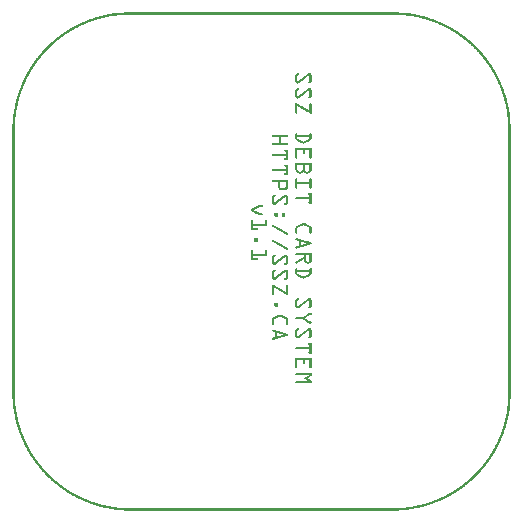
<source format=gto>
G04 MADE WITH FRITZING*
G04 WWW.FRITZING.ORG*
G04 DOUBLE SIDED*
G04 HOLES PLATED*
G04 CONTOUR ON CENTER OF CONTOUR VECTOR*
%ASAXBY*%
%FSLAX23Y23*%
%MOIN*%
%OFA0B0*%
%SFA1.0B1.0*%
%ADD10R,0.001000X0.001000*%
%LNSILK1*%
G90*
G70*
G54D10*
X374Y1661D02*
X1288Y1661D01*
X359Y1660D02*
X1303Y1660D01*
X349Y1659D02*
X1313Y1659D01*
X341Y1658D02*
X1321Y1658D01*
X334Y1657D02*
X1328Y1657D01*
X328Y1656D02*
X1334Y1656D01*
X322Y1655D02*
X1340Y1655D01*
X317Y1654D02*
X1345Y1654D01*
X312Y1653D02*
X373Y1653D01*
X1289Y1653D02*
X1350Y1653D01*
X308Y1652D02*
X358Y1652D01*
X1304Y1652D02*
X1354Y1652D01*
X303Y1651D02*
X348Y1651D01*
X1314Y1651D02*
X1359Y1651D01*
X299Y1650D02*
X340Y1650D01*
X1322Y1650D02*
X1363Y1650D01*
X295Y1649D02*
X333Y1649D01*
X1329Y1649D02*
X1367Y1649D01*
X291Y1648D02*
X327Y1648D01*
X1335Y1648D02*
X1371Y1648D01*
X288Y1647D02*
X322Y1647D01*
X1340Y1647D02*
X1374Y1647D01*
X284Y1646D02*
X316Y1646D01*
X1346Y1646D02*
X1378Y1646D01*
X281Y1645D02*
X312Y1645D01*
X1350Y1645D02*
X1381Y1645D01*
X277Y1644D02*
X307Y1644D01*
X1355Y1644D02*
X1385Y1644D01*
X274Y1643D02*
X303Y1643D01*
X1359Y1643D02*
X1388Y1643D01*
X271Y1642D02*
X299Y1642D01*
X1363Y1642D02*
X1391Y1642D01*
X269Y1641D02*
X295Y1641D01*
X1367Y1641D02*
X1393Y1641D01*
X266Y1640D02*
X291Y1640D01*
X1371Y1640D02*
X1396Y1640D01*
X263Y1639D02*
X287Y1639D01*
X1375Y1639D02*
X1399Y1639D01*
X260Y1638D02*
X284Y1638D01*
X1378Y1638D02*
X1402Y1638D01*
X257Y1637D02*
X281Y1637D01*
X1381Y1637D02*
X1405Y1637D01*
X254Y1636D02*
X277Y1636D01*
X1385Y1636D02*
X1408Y1636D01*
X252Y1635D02*
X274Y1635D01*
X1388Y1635D02*
X1410Y1635D01*
X249Y1634D02*
X271Y1634D01*
X1391Y1634D02*
X1413Y1634D01*
X247Y1633D02*
X268Y1633D01*
X1394Y1633D02*
X1415Y1633D01*
X244Y1632D02*
X265Y1632D01*
X1397Y1632D02*
X1418Y1632D01*
X242Y1631D02*
X263Y1631D01*
X1399Y1631D02*
X1420Y1631D01*
X239Y1630D02*
X260Y1630D01*
X1402Y1630D02*
X1423Y1630D01*
X237Y1629D02*
X257Y1629D01*
X1405Y1629D02*
X1425Y1629D01*
X235Y1628D02*
X255Y1628D01*
X1407Y1628D02*
X1427Y1628D01*
X233Y1627D02*
X252Y1627D01*
X1410Y1627D02*
X1429Y1627D01*
X231Y1626D02*
X249Y1626D01*
X1413Y1626D02*
X1431Y1626D01*
X228Y1625D02*
X247Y1625D01*
X1415Y1625D02*
X1434Y1625D01*
X226Y1624D02*
X244Y1624D01*
X1418Y1624D02*
X1436Y1624D01*
X224Y1623D02*
X242Y1623D01*
X1420Y1623D02*
X1438Y1623D01*
X222Y1622D02*
X240Y1622D01*
X1422Y1622D02*
X1440Y1622D01*
X220Y1621D02*
X238Y1621D01*
X1424Y1621D02*
X1442Y1621D01*
X218Y1620D02*
X235Y1620D01*
X1427Y1620D02*
X1444Y1620D01*
X216Y1619D02*
X233Y1619D01*
X1429Y1619D02*
X1446Y1619D01*
X214Y1618D02*
X231Y1618D01*
X1431Y1618D02*
X1448Y1618D01*
X212Y1617D02*
X229Y1617D01*
X1433Y1617D02*
X1450Y1617D01*
X210Y1616D02*
X227Y1616D01*
X1435Y1616D02*
X1452Y1616D01*
X208Y1615D02*
X224Y1615D01*
X1438Y1615D02*
X1454Y1615D01*
X206Y1614D02*
X223Y1614D01*
X1439Y1614D02*
X1456Y1614D01*
X205Y1613D02*
X221Y1613D01*
X1441Y1613D02*
X1457Y1613D01*
X203Y1612D02*
X219Y1612D01*
X1443Y1612D02*
X1459Y1612D01*
X201Y1611D02*
X217Y1611D01*
X1445Y1611D02*
X1461Y1611D01*
X199Y1610D02*
X215Y1610D01*
X1447Y1610D02*
X1463Y1610D01*
X198Y1609D02*
X213Y1609D01*
X1449Y1609D02*
X1464Y1609D01*
X196Y1608D02*
X211Y1608D01*
X1451Y1608D02*
X1466Y1608D01*
X194Y1607D02*
X209Y1607D01*
X1453Y1607D02*
X1468Y1607D01*
X192Y1606D02*
X207Y1606D01*
X1455Y1606D02*
X1470Y1606D01*
X191Y1605D02*
X205Y1605D01*
X1457Y1605D02*
X1471Y1605D01*
X189Y1604D02*
X204Y1604D01*
X1458Y1604D02*
X1473Y1604D01*
X187Y1603D02*
X202Y1603D01*
X1460Y1603D02*
X1475Y1603D01*
X186Y1602D02*
X200Y1602D01*
X1462Y1602D02*
X1476Y1602D01*
X184Y1601D02*
X198Y1601D01*
X1464Y1601D02*
X1478Y1601D01*
X183Y1600D02*
X197Y1600D01*
X1465Y1600D02*
X1479Y1600D01*
X181Y1599D02*
X195Y1599D01*
X1467Y1599D02*
X1481Y1599D01*
X180Y1598D02*
X193Y1598D01*
X1469Y1598D02*
X1482Y1598D01*
X178Y1597D02*
X192Y1597D01*
X1470Y1597D02*
X1484Y1597D01*
X176Y1596D02*
X190Y1596D01*
X1472Y1596D02*
X1486Y1596D01*
X175Y1595D02*
X189Y1595D01*
X1473Y1595D02*
X1487Y1595D01*
X173Y1594D02*
X187Y1594D01*
X1475Y1594D02*
X1489Y1594D01*
X172Y1593D02*
X185Y1593D01*
X1477Y1593D02*
X1490Y1593D01*
X171Y1592D02*
X184Y1592D01*
X1478Y1592D02*
X1491Y1592D01*
X169Y1591D02*
X182Y1591D01*
X1480Y1591D02*
X1493Y1591D01*
X168Y1590D02*
X181Y1590D01*
X1481Y1590D02*
X1494Y1590D01*
X166Y1589D02*
X179Y1589D01*
X1483Y1589D02*
X1496Y1589D01*
X165Y1588D02*
X178Y1588D01*
X1484Y1588D02*
X1497Y1588D01*
X164Y1587D02*
X176Y1587D01*
X1486Y1587D02*
X1498Y1587D01*
X162Y1586D02*
X175Y1586D01*
X1487Y1586D02*
X1500Y1586D01*
X161Y1585D02*
X173Y1585D01*
X1489Y1585D02*
X1501Y1585D01*
X159Y1584D02*
X172Y1584D01*
X1490Y1584D02*
X1503Y1584D01*
X158Y1583D02*
X171Y1583D01*
X1491Y1583D02*
X1504Y1583D01*
X157Y1582D02*
X169Y1582D01*
X1493Y1582D02*
X1505Y1582D01*
X155Y1581D02*
X168Y1581D01*
X1494Y1581D02*
X1507Y1581D01*
X154Y1580D02*
X166Y1580D01*
X1496Y1580D02*
X1508Y1580D01*
X153Y1579D02*
X165Y1579D01*
X1497Y1579D02*
X1509Y1579D01*
X152Y1578D02*
X164Y1578D01*
X1498Y1578D02*
X1510Y1578D01*
X150Y1577D02*
X162Y1577D01*
X1500Y1577D02*
X1512Y1577D01*
X149Y1576D02*
X161Y1576D01*
X1501Y1576D02*
X1513Y1576D01*
X148Y1575D02*
X160Y1575D01*
X1502Y1575D02*
X1514Y1575D01*
X147Y1574D02*
X158Y1574D01*
X1504Y1574D02*
X1515Y1574D01*
X145Y1573D02*
X157Y1573D01*
X1505Y1573D02*
X1517Y1573D01*
X144Y1572D02*
X156Y1572D01*
X1506Y1572D02*
X1518Y1572D01*
X143Y1571D02*
X155Y1571D01*
X1507Y1571D02*
X1519Y1571D01*
X142Y1570D02*
X153Y1570D01*
X1509Y1570D02*
X1520Y1570D01*
X140Y1569D02*
X152Y1569D01*
X1510Y1569D02*
X1522Y1569D01*
X139Y1568D02*
X151Y1568D01*
X1511Y1568D02*
X1523Y1568D01*
X138Y1567D02*
X150Y1567D01*
X1512Y1567D02*
X1524Y1567D01*
X137Y1566D02*
X148Y1566D01*
X1514Y1566D02*
X1525Y1566D01*
X136Y1565D02*
X147Y1565D01*
X1515Y1565D02*
X1526Y1565D01*
X135Y1564D02*
X146Y1564D01*
X1516Y1564D02*
X1527Y1564D01*
X134Y1563D02*
X145Y1563D01*
X1517Y1563D02*
X1528Y1563D01*
X132Y1562D02*
X144Y1562D01*
X1518Y1562D02*
X1530Y1562D01*
X131Y1561D02*
X142Y1561D01*
X1520Y1561D02*
X1531Y1561D01*
X130Y1560D02*
X141Y1560D01*
X1521Y1560D02*
X1532Y1560D01*
X129Y1559D02*
X140Y1559D01*
X1522Y1559D02*
X1533Y1559D01*
X128Y1558D02*
X139Y1558D01*
X1523Y1558D02*
X1534Y1558D01*
X127Y1557D02*
X138Y1557D01*
X1524Y1557D02*
X1535Y1557D01*
X126Y1556D02*
X137Y1556D01*
X1525Y1556D02*
X1536Y1556D01*
X125Y1555D02*
X136Y1555D01*
X1526Y1555D02*
X1537Y1555D01*
X124Y1554D02*
X134Y1554D01*
X1528Y1554D02*
X1538Y1554D01*
X123Y1553D02*
X133Y1553D01*
X1529Y1553D02*
X1539Y1553D01*
X122Y1552D02*
X132Y1552D01*
X1530Y1552D02*
X1540Y1552D01*
X121Y1551D02*
X131Y1551D01*
X1531Y1551D02*
X1541Y1551D01*
X120Y1550D02*
X130Y1550D01*
X1532Y1550D02*
X1542Y1550D01*
X119Y1549D02*
X129Y1549D01*
X1533Y1549D02*
X1543Y1549D01*
X117Y1548D02*
X128Y1548D01*
X1534Y1548D02*
X1545Y1548D01*
X116Y1547D02*
X127Y1547D01*
X1535Y1547D02*
X1546Y1547D01*
X115Y1546D02*
X126Y1546D01*
X1536Y1546D02*
X1547Y1546D01*
X114Y1545D02*
X125Y1545D01*
X1537Y1545D02*
X1548Y1545D01*
X114Y1544D02*
X124Y1544D01*
X1538Y1544D02*
X1548Y1544D01*
X113Y1543D02*
X123Y1543D01*
X1539Y1543D02*
X1549Y1543D01*
X112Y1542D02*
X122Y1542D01*
X1540Y1542D02*
X1550Y1542D01*
X111Y1541D02*
X121Y1541D01*
X1541Y1541D02*
X1551Y1541D01*
X110Y1540D02*
X120Y1540D01*
X1542Y1540D02*
X1552Y1540D01*
X109Y1539D02*
X119Y1539D01*
X1543Y1539D02*
X1553Y1539D01*
X108Y1538D02*
X118Y1538D01*
X1544Y1538D02*
X1554Y1538D01*
X107Y1537D02*
X117Y1537D01*
X1545Y1537D02*
X1555Y1537D01*
X106Y1536D02*
X116Y1536D01*
X1546Y1536D02*
X1556Y1536D01*
X105Y1535D02*
X115Y1535D01*
X1547Y1535D02*
X1557Y1535D01*
X104Y1534D02*
X114Y1534D01*
X1548Y1534D02*
X1558Y1534D01*
X103Y1533D02*
X113Y1533D01*
X1549Y1533D02*
X1559Y1533D01*
X102Y1532D02*
X112Y1532D01*
X1550Y1532D02*
X1560Y1532D01*
X101Y1531D02*
X111Y1531D01*
X1551Y1531D02*
X1561Y1531D01*
X100Y1530D02*
X110Y1530D01*
X1552Y1530D02*
X1562Y1530D01*
X100Y1529D02*
X109Y1529D01*
X1553Y1529D02*
X1562Y1529D01*
X99Y1528D02*
X108Y1528D01*
X1554Y1528D02*
X1563Y1528D01*
X98Y1527D02*
X107Y1527D01*
X1555Y1527D02*
X1564Y1527D01*
X97Y1526D02*
X107Y1526D01*
X1555Y1526D02*
X1565Y1526D01*
X96Y1525D02*
X106Y1525D01*
X1556Y1525D02*
X1566Y1525D01*
X95Y1524D02*
X105Y1524D01*
X1557Y1524D02*
X1567Y1524D01*
X94Y1523D02*
X104Y1523D01*
X1558Y1523D02*
X1568Y1523D01*
X93Y1522D02*
X103Y1522D01*
X1559Y1522D02*
X1569Y1522D01*
X93Y1521D02*
X102Y1521D01*
X1560Y1521D02*
X1569Y1521D01*
X92Y1520D02*
X101Y1520D01*
X1561Y1520D02*
X1570Y1520D01*
X91Y1519D02*
X100Y1519D01*
X1562Y1519D02*
X1571Y1519D01*
X90Y1518D02*
X100Y1518D01*
X1562Y1518D02*
X1572Y1518D01*
X89Y1517D02*
X99Y1517D01*
X1563Y1517D02*
X1573Y1517D01*
X89Y1516D02*
X98Y1516D01*
X1564Y1516D02*
X1573Y1516D01*
X88Y1515D02*
X97Y1515D01*
X1565Y1515D02*
X1574Y1515D01*
X87Y1514D02*
X96Y1514D01*
X1566Y1514D02*
X1575Y1514D01*
X86Y1513D02*
X95Y1513D01*
X1567Y1513D02*
X1576Y1513D01*
X85Y1512D02*
X95Y1512D01*
X1567Y1512D02*
X1577Y1512D01*
X85Y1511D02*
X94Y1511D01*
X1568Y1511D02*
X1577Y1511D01*
X84Y1510D02*
X93Y1510D01*
X1569Y1510D02*
X1578Y1510D01*
X83Y1509D02*
X92Y1509D01*
X1570Y1509D02*
X1579Y1509D01*
X82Y1508D02*
X91Y1508D01*
X1571Y1508D02*
X1580Y1508D01*
X81Y1507D02*
X91Y1507D01*
X1571Y1507D02*
X1581Y1507D01*
X81Y1506D02*
X90Y1506D01*
X1572Y1506D02*
X1581Y1506D01*
X80Y1505D02*
X89Y1505D01*
X1573Y1505D02*
X1582Y1505D01*
X79Y1504D02*
X88Y1504D01*
X1574Y1504D02*
X1583Y1504D01*
X78Y1503D02*
X87Y1503D01*
X1575Y1503D02*
X1584Y1503D01*
X78Y1502D02*
X87Y1502D01*
X1575Y1502D02*
X1584Y1502D01*
X77Y1501D02*
X86Y1501D01*
X1576Y1501D02*
X1585Y1501D01*
X76Y1500D02*
X85Y1500D01*
X1577Y1500D02*
X1586Y1500D01*
X76Y1499D02*
X84Y1499D01*
X1578Y1499D02*
X1586Y1499D01*
X75Y1498D02*
X84Y1498D01*
X1578Y1498D02*
X1587Y1498D01*
X74Y1497D02*
X83Y1497D01*
X1579Y1497D02*
X1588Y1497D01*
X73Y1496D02*
X82Y1496D01*
X1580Y1496D02*
X1589Y1496D01*
X73Y1495D02*
X81Y1495D01*
X1581Y1495D02*
X1589Y1495D01*
X72Y1494D02*
X81Y1494D01*
X1581Y1494D02*
X1590Y1494D01*
X71Y1493D02*
X80Y1493D01*
X1582Y1493D02*
X1591Y1493D01*
X71Y1492D02*
X79Y1492D01*
X1583Y1492D02*
X1591Y1492D01*
X70Y1491D02*
X79Y1491D01*
X1583Y1491D02*
X1592Y1491D01*
X69Y1490D02*
X78Y1490D01*
X1584Y1490D02*
X1593Y1490D01*
X68Y1489D02*
X77Y1489D01*
X1585Y1489D02*
X1594Y1489D01*
X68Y1488D02*
X76Y1488D01*
X1586Y1488D02*
X1594Y1488D01*
X67Y1487D02*
X76Y1487D01*
X1586Y1487D02*
X1595Y1487D01*
X66Y1486D02*
X75Y1486D01*
X1587Y1486D02*
X1596Y1486D01*
X66Y1485D02*
X74Y1485D01*
X1588Y1485D02*
X1596Y1485D01*
X65Y1484D02*
X74Y1484D01*
X1588Y1484D02*
X1597Y1484D01*
X65Y1483D02*
X73Y1483D01*
X1589Y1483D02*
X1597Y1483D01*
X64Y1482D02*
X72Y1482D01*
X1590Y1482D02*
X1598Y1482D01*
X63Y1481D02*
X72Y1481D01*
X1590Y1481D02*
X1599Y1481D01*
X63Y1480D02*
X71Y1480D01*
X1591Y1480D02*
X1599Y1480D01*
X62Y1479D02*
X70Y1479D01*
X1592Y1479D02*
X1600Y1479D01*
X61Y1478D02*
X70Y1478D01*
X1592Y1478D02*
X1601Y1478D01*
X61Y1477D02*
X69Y1477D01*
X1593Y1477D02*
X1601Y1477D01*
X60Y1476D02*
X68Y1476D01*
X1594Y1476D02*
X1602Y1476D01*
X59Y1475D02*
X68Y1475D01*
X1594Y1475D02*
X1603Y1475D01*
X59Y1474D02*
X67Y1474D01*
X1595Y1474D02*
X1603Y1474D01*
X58Y1473D02*
X67Y1473D01*
X1595Y1473D02*
X1604Y1473D01*
X58Y1472D02*
X66Y1472D01*
X1596Y1472D02*
X1604Y1472D01*
X57Y1471D02*
X65Y1471D01*
X1597Y1471D02*
X1605Y1471D01*
X56Y1470D02*
X65Y1470D01*
X1597Y1470D02*
X1606Y1470D01*
X56Y1469D02*
X64Y1469D01*
X1598Y1469D02*
X1606Y1469D01*
X55Y1468D02*
X63Y1468D01*
X1599Y1468D02*
X1607Y1468D01*
X55Y1467D02*
X63Y1467D01*
X1599Y1467D02*
X1607Y1467D01*
X54Y1466D02*
X62Y1466D01*
X1600Y1466D02*
X1608Y1466D01*
X54Y1465D02*
X62Y1465D01*
X1600Y1465D02*
X1608Y1465D01*
X53Y1464D02*
X61Y1464D01*
X1601Y1464D02*
X1609Y1464D01*
X52Y1463D02*
X60Y1463D01*
X1602Y1463D02*
X1610Y1463D01*
X52Y1462D02*
X60Y1462D01*
X1602Y1462D02*
X1610Y1462D01*
X51Y1461D02*
X59Y1461D01*
X1603Y1461D02*
X1611Y1461D01*
X51Y1460D02*
X59Y1460D01*
X1603Y1460D02*
X1611Y1460D01*
X50Y1459D02*
X58Y1459D01*
X1604Y1459D02*
X1612Y1459D01*
X50Y1458D02*
X58Y1458D01*
X951Y1458D02*
X954Y1458D01*
X988Y1458D02*
X992Y1458D01*
X1604Y1458D02*
X1612Y1458D01*
X49Y1457D02*
X57Y1457D01*
X949Y1457D02*
X955Y1457D01*
X986Y1457D02*
X994Y1457D01*
X1605Y1457D02*
X1613Y1457D01*
X48Y1456D02*
X56Y1456D01*
X947Y1456D02*
X956Y1456D01*
X984Y1456D02*
X995Y1456D01*
X1606Y1456D02*
X1614Y1456D01*
X48Y1455D02*
X56Y1455D01*
X946Y1455D02*
X956Y1455D01*
X983Y1455D02*
X996Y1455D01*
X1606Y1455D02*
X1614Y1455D01*
X47Y1454D02*
X55Y1454D01*
X946Y1454D02*
X956Y1454D01*
X982Y1454D02*
X996Y1454D01*
X1607Y1454D02*
X1615Y1454D01*
X47Y1453D02*
X55Y1453D01*
X945Y1453D02*
X955Y1453D01*
X981Y1453D02*
X997Y1453D01*
X1607Y1453D02*
X1615Y1453D01*
X46Y1452D02*
X54Y1452D01*
X945Y1452D02*
X954Y1452D01*
X979Y1452D02*
X997Y1452D01*
X1608Y1452D02*
X1616Y1452D01*
X46Y1451D02*
X54Y1451D01*
X944Y1451D02*
X951Y1451D01*
X978Y1451D02*
X989Y1451D01*
X991Y1451D02*
X997Y1451D01*
X1608Y1451D02*
X1616Y1451D01*
X45Y1450D02*
X53Y1450D01*
X944Y1450D02*
X950Y1450D01*
X977Y1450D02*
X987Y1450D01*
X991Y1450D02*
X997Y1450D01*
X1609Y1450D02*
X1617Y1450D01*
X45Y1449D02*
X53Y1449D01*
X944Y1449D02*
X950Y1449D01*
X975Y1449D02*
X986Y1449D01*
X991Y1449D02*
X997Y1449D01*
X1609Y1449D02*
X1617Y1449D01*
X44Y1448D02*
X52Y1448D01*
X944Y1448D02*
X950Y1448D01*
X974Y1448D02*
X985Y1448D01*
X991Y1448D02*
X997Y1448D01*
X1610Y1448D02*
X1618Y1448D01*
X44Y1447D02*
X52Y1447D01*
X944Y1447D02*
X950Y1447D01*
X973Y1447D02*
X983Y1447D01*
X991Y1447D02*
X997Y1447D01*
X1610Y1447D02*
X1618Y1447D01*
X43Y1446D02*
X51Y1446D01*
X944Y1446D02*
X950Y1446D01*
X972Y1446D02*
X982Y1446D01*
X991Y1446D02*
X997Y1446D01*
X1611Y1446D02*
X1619Y1446D01*
X43Y1445D02*
X51Y1445D01*
X944Y1445D02*
X950Y1445D01*
X970Y1445D02*
X981Y1445D01*
X991Y1445D02*
X997Y1445D01*
X1611Y1445D02*
X1619Y1445D01*
X42Y1444D02*
X50Y1444D01*
X944Y1444D02*
X950Y1444D01*
X969Y1444D02*
X980Y1444D01*
X991Y1444D02*
X997Y1444D01*
X1612Y1444D02*
X1620Y1444D01*
X42Y1443D02*
X50Y1443D01*
X944Y1443D02*
X950Y1443D01*
X968Y1443D02*
X978Y1443D01*
X991Y1443D02*
X997Y1443D01*
X1612Y1443D02*
X1620Y1443D01*
X41Y1442D02*
X49Y1442D01*
X944Y1442D02*
X950Y1442D01*
X966Y1442D02*
X977Y1442D01*
X991Y1442D02*
X997Y1442D01*
X1613Y1442D02*
X1621Y1442D01*
X41Y1441D02*
X49Y1441D01*
X944Y1441D02*
X950Y1441D01*
X965Y1441D02*
X976Y1441D01*
X991Y1441D02*
X997Y1441D01*
X1613Y1441D02*
X1621Y1441D01*
X40Y1440D02*
X48Y1440D01*
X944Y1440D02*
X950Y1440D01*
X964Y1440D02*
X974Y1440D01*
X991Y1440D02*
X997Y1440D01*
X1614Y1440D02*
X1622Y1440D01*
X40Y1439D02*
X48Y1439D01*
X944Y1439D02*
X950Y1439D01*
X963Y1439D02*
X973Y1439D01*
X991Y1439D02*
X997Y1439D01*
X1614Y1439D02*
X1622Y1439D01*
X39Y1438D02*
X47Y1438D01*
X944Y1438D02*
X950Y1438D01*
X961Y1438D02*
X972Y1438D01*
X991Y1438D02*
X997Y1438D01*
X1615Y1438D02*
X1623Y1438D01*
X39Y1437D02*
X46Y1437D01*
X944Y1437D02*
X950Y1437D01*
X960Y1437D02*
X971Y1437D01*
X991Y1437D02*
X997Y1437D01*
X1616Y1437D02*
X1623Y1437D01*
X38Y1436D02*
X46Y1436D01*
X944Y1436D02*
X950Y1436D01*
X959Y1436D02*
X969Y1436D01*
X991Y1436D02*
X997Y1436D01*
X1616Y1436D02*
X1624Y1436D01*
X38Y1435D02*
X46Y1435D01*
X944Y1435D02*
X950Y1435D01*
X957Y1435D02*
X968Y1435D01*
X991Y1435D02*
X997Y1435D01*
X1616Y1435D02*
X1624Y1435D01*
X37Y1434D02*
X45Y1434D01*
X944Y1434D02*
X950Y1434D01*
X956Y1434D02*
X967Y1434D01*
X991Y1434D02*
X997Y1434D01*
X1617Y1434D02*
X1625Y1434D01*
X37Y1433D02*
X45Y1433D01*
X944Y1433D02*
X950Y1433D01*
X955Y1433D02*
X965Y1433D01*
X991Y1433D02*
X997Y1433D01*
X1617Y1433D02*
X1625Y1433D01*
X37Y1432D02*
X44Y1432D01*
X944Y1432D02*
X950Y1432D01*
X954Y1432D02*
X964Y1432D01*
X991Y1432D02*
X997Y1432D01*
X1618Y1432D02*
X1625Y1432D01*
X36Y1431D02*
X44Y1431D01*
X944Y1431D02*
X963Y1431D01*
X990Y1431D02*
X997Y1431D01*
X1618Y1431D02*
X1626Y1431D01*
X36Y1430D02*
X43Y1430D01*
X944Y1430D02*
X962Y1430D01*
X987Y1430D02*
X997Y1430D01*
X1619Y1430D02*
X1626Y1430D01*
X35Y1429D02*
X43Y1429D01*
X945Y1429D02*
X960Y1429D01*
X986Y1429D02*
X996Y1429D01*
X1619Y1429D02*
X1627Y1429D01*
X35Y1428D02*
X42Y1428D01*
X945Y1428D02*
X959Y1428D01*
X985Y1428D02*
X996Y1428D01*
X1620Y1428D02*
X1627Y1428D01*
X34Y1427D02*
X42Y1427D01*
X946Y1427D02*
X958Y1427D01*
X985Y1427D02*
X995Y1427D01*
X1620Y1427D02*
X1628Y1427D01*
X34Y1426D02*
X41Y1426D01*
X947Y1426D02*
X956Y1426D01*
X986Y1426D02*
X994Y1426D01*
X1621Y1426D02*
X1628Y1426D01*
X33Y1425D02*
X41Y1425D01*
X948Y1425D02*
X955Y1425D01*
X986Y1425D02*
X992Y1425D01*
X1621Y1425D02*
X1629Y1425D01*
X33Y1424D02*
X41Y1424D01*
X950Y1424D02*
X953Y1424D01*
X988Y1424D02*
X990Y1424D01*
X1621Y1424D02*
X1629Y1424D01*
X32Y1423D02*
X40Y1423D01*
X1622Y1423D02*
X1630Y1423D01*
X32Y1422D02*
X40Y1422D01*
X1622Y1422D02*
X1630Y1422D01*
X32Y1421D02*
X39Y1421D01*
X1623Y1421D02*
X1630Y1421D01*
X31Y1420D02*
X39Y1420D01*
X1623Y1420D02*
X1631Y1420D01*
X31Y1419D02*
X38Y1419D01*
X1624Y1419D02*
X1631Y1419D01*
X30Y1418D02*
X38Y1418D01*
X1624Y1418D02*
X1632Y1418D01*
X30Y1417D02*
X37Y1417D01*
X1625Y1417D02*
X1632Y1417D01*
X30Y1416D02*
X37Y1416D01*
X1625Y1416D02*
X1632Y1416D01*
X29Y1415D02*
X37Y1415D01*
X1625Y1415D02*
X1633Y1415D01*
X29Y1414D02*
X36Y1414D01*
X1626Y1414D02*
X1633Y1414D01*
X28Y1413D02*
X36Y1413D01*
X1626Y1413D02*
X1634Y1413D01*
X28Y1412D02*
X35Y1412D01*
X1627Y1412D02*
X1634Y1412D01*
X28Y1411D02*
X35Y1411D01*
X1627Y1411D02*
X1634Y1411D01*
X27Y1410D02*
X35Y1410D01*
X1627Y1410D02*
X1635Y1410D01*
X27Y1409D02*
X34Y1409D01*
X1628Y1409D02*
X1635Y1409D01*
X26Y1408D02*
X34Y1408D01*
X951Y1408D02*
X954Y1408D01*
X988Y1408D02*
X992Y1408D01*
X1628Y1408D02*
X1636Y1408D01*
X26Y1407D02*
X34Y1407D01*
X949Y1407D02*
X955Y1407D01*
X986Y1407D02*
X994Y1407D01*
X1628Y1407D02*
X1636Y1407D01*
X26Y1406D02*
X33Y1406D01*
X947Y1406D02*
X956Y1406D01*
X984Y1406D02*
X995Y1406D01*
X1629Y1406D02*
X1636Y1406D01*
X25Y1405D02*
X33Y1405D01*
X946Y1405D02*
X956Y1405D01*
X983Y1405D02*
X996Y1405D01*
X1629Y1405D02*
X1637Y1405D01*
X25Y1404D02*
X32Y1404D01*
X946Y1404D02*
X956Y1404D01*
X982Y1404D02*
X996Y1404D01*
X1630Y1404D02*
X1637Y1404D01*
X25Y1403D02*
X32Y1403D01*
X945Y1403D02*
X955Y1403D01*
X981Y1403D02*
X997Y1403D01*
X1630Y1403D02*
X1637Y1403D01*
X24Y1402D02*
X32Y1402D01*
X945Y1402D02*
X954Y1402D01*
X979Y1402D02*
X997Y1402D01*
X1630Y1402D02*
X1638Y1402D01*
X24Y1401D02*
X31Y1401D01*
X944Y1401D02*
X951Y1401D01*
X978Y1401D02*
X989Y1401D01*
X991Y1401D02*
X997Y1401D01*
X1631Y1401D02*
X1638Y1401D01*
X24Y1400D02*
X31Y1400D01*
X944Y1400D02*
X950Y1400D01*
X977Y1400D02*
X987Y1400D01*
X991Y1400D02*
X997Y1400D01*
X1631Y1400D02*
X1638Y1400D01*
X23Y1399D02*
X31Y1399D01*
X944Y1399D02*
X950Y1399D01*
X975Y1399D02*
X986Y1399D01*
X991Y1399D02*
X997Y1399D01*
X1631Y1399D02*
X1639Y1399D01*
X23Y1398D02*
X30Y1398D01*
X944Y1398D02*
X950Y1398D01*
X974Y1398D02*
X985Y1398D01*
X991Y1398D02*
X997Y1398D01*
X1632Y1398D02*
X1639Y1398D01*
X23Y1397D02*
X30Y1397D01*
X944Y1397D02*
X950Y1397D01*
X973Y1397D02*
X983Y1397D01*
X991Y1397D02*
X997Y1397D01*
X1632Y1397D02*
X1639Y1397D01*
X22Y1396D02*
X29Y1396D01*
X944Y1396D02*
X950Y1396D01*
X972Y1396D02*
X982Y1396D01*
X991Y1396D02*
X997Y1396D01*
X1633Y1396D02*
X1640Y1396D01*
X22Y1395D02*
X29Y1395D01*
X944Y1395D02*
X950Y1395D01*
X970Y1395D02*
X981Y1395D01*
X991Y1395D02*
X997Y1395D01*
X1633Y1395D02*
X1640Y1395D01*
X22Y1394D02*
X29Y1394D01*
X944Y1394D02*
X950Y1394D01*
X969Y1394D02*
X980Y1394D01*
X991Y1394D02*
X997Y1394D01*
X1633Y1394D02*
X1640Y1394D01*
X21Y1393D02*
X28Y1393D01*
X944Y1393D02*
X950Y1393D01*
X968Y1393D02*
X978Y1393D01*
X991Y1393D02*
X997Y1393D01*
X1634Y1393D02*
X1641Y1393D01*
X21Y1392D02*
X28Y1392D01*
X944Y1392D02*
X950Y1392D01*
X966Y1392D02*
X977Y1392D01*
X991Y1392D02*
X997Y1392D01*
X1634Y1392D02*
X1641Y1392D01*
X20Y1391D02*
X28Y1391D01*
X944Y1391D02*
X950Y1391D01*
X965Y1391D02*
X976Y1391D01*
X991Y1391D02*
X997Y1391D01*
X1634Y1391D02*
X1642Y1391D01*
X20Y1390D02*
X27Y1390D01*
X944Y1390D02*
X950Y1390D01*
X964Y1390D02*
X974Y1390D01*
X991Y1390D02*
X997Y1390D01*
X1635Y1390D02*
X1642Y1390D01*
X20Y1389D02*
X27Y1389D01*
X944Y1389D02*
X950Y1389D01*
X963Y1389D02*
X973Y1389D01*
X991Y1389D02*
X997Y1389D01*
X1635Y1389D02*
X1642Y1389D01*
X19Y1388D02*
X27Y1388D01*
X944Y1388D02*
X950Y1388D01*
X961Y1388D02*
X972Y1388D01*
X991Y1388D02*
X997Y1388D01*
X1635Y1388D02*
X1643Y1388D01*
X19Y1387D02*
X26Y1387D01*
X944Y1387D02*
X950Y1387D01*
X960Y1387D02*
X971Y1387D01*
X991Y1387D02*
X997Y1387D01*
X1636Y1387D02*
X1643Y1387D01*
X19Y1386D02*
X26Y1386D01*
X944Y1386D02*
X950Y1386D01*
X959Y1386D02*
X969Y1386D01*
X991Y1386D02*
X997Y1386D01*
X1636Y1386D02*
X1643Y1386D01*
X18Y1385D02*
X26Y1385D01*
X944Y1385D02*
X950Y1385D01*
X957Y1385D02*
X968Y1385D01*
X991Y1385D02*
X997Y1385D01*
X1636Y1385D02*
X1644Y1385D01*
X18Y1384D02*
X25Y1384D01*
X944Y1384D02*
X950Y1384D01*
X956Y1384D02*
X967Y1384D01*
X991Y1384D02*
X997Y1384D01*
X1637Y1384D02*
X1644Y1384D01*
X18Y1383D02*
X25Y1383D01*
X944Y1383D02*
X950Y1383D01*
X955Y1383D02*
X965Y1383D01*
X991Y1383D02*
X997Y1383D01*
X1637Y1383D02*
X1644Y1383D01*
X18Y1382D02*
X25Y1382D01*
X944Y1382D02*
X950Y1382D01*
X954Y1382D02*
X964Y1382D01*
X991Y1382D02*
X997Y1382D01*
X1637Y1382D02*
X1644Y1382D01*
X17Y1381D02*
X25Y1381D01*
X944Y1381D02*
X963Y1381D01*
X990Y1381D02*
X997Y1381D01*
X1637Y1381D02*
X1645Y1381D01*
X17Y1380D02*
X24Y1380D01*
X944Y1380D02*
X962Y1380D01*
X987Y1380D02*
X997Y1380D01*
X1638Y1380D02*
X1645Y1380D01*
X17Y1379D02*
X24Y1379D01*
X945Y1379D02*
X960Y1379D01*
X986Y1379D02*
X996Y1379D01*
X1638Y1379D02*
X1645Y1379D01*
X16Y1378D02*
X24Y1378D01*
X945Y1378D02*
X959Y1378D01*
X985Y1378D02*
X996Y1378D01*
X1638Y1378D02*
X1646Y1378D01*
X16Y1377D02*
X23Y1377D01*
X946Y1377D02*
X958Y1377D01*
X985Y1377D02*
X995Y1377D01*
X1639Y1377D02*
X1646Y1377D01*
X16Y1376D02*
X23Y1376D01*
X947Y1376D02*
X956Y1376D01*
X986Y1376D02*
X994Y1376D01*
X1639Y1376D02*
X1646Y1376D01*
X16Y1375D02*
X23Y1375D01*
X948Y1375D02*
X955Y1375D01*
X986Y1375D02*
X992Y1375D01*
X1639Y1375D02*
X1646Y1375D01*
X15Y1374D02*
X22Y1374D01*
X950Y1374D02*
X953Y1374D01*
X988Y1374D02*
X990Y1374D01*
X1640Y1374D02*
X1647Y1374D01*
X15Y1373D02*
X22Y1373D01*
X1640Y1373D02*
X1647Y1373D01*
X15Y1372D02*
X22Y1372D01*
X1640Y1372D02*
X1647Y1372D01*
X14Y1371D02*
X22Y1371D01*
X1640Y1371D02*
X1648Y1371D01*
X14Y1370D02*
X21Y1370D01*
X1641Y1370D02*
X1648Y1370D01*
X14Y1369D02*
X21Y1369D01*
X1641Y1369D02*
X1648Y1369D01*
X14Y1368D02*
X21Y1368D01*
X1641Y1368D02*
X1648Y1368D01*
X13Y1367D02*
X21Y1367D01*
X1641Y1367D02*
X1649Y1367D01*
X13Y1366D02*
X20Y1366D01*
X1642Y1366D02*
X1649Y1366D01*
X13Y1365D02*
X20Y1365D01*
X1642Y1365D02*
X1649Y1365D01*
X13Y1364D02*
X20Y1364D01*
X1642Y1364D02*
X1649Y1364D01*
X12Y1363D02*
X20Y1363D01*
X1642Y1363D02*
X1650Y1363D01*
X12Y1362D02*
X19Y1362D01*
X1643Y1362D02*
X1650Y1362D01*
X12Y1361D02*
X19Y1361D01*
X1643Y1361D02*
X1650Y1361D01*
X12Y1360D02*
X19Y1360D01*
X1643Y1360D02*
X1650Y1360D01*
X11Y1359D02*
X19Y1359D01*
X1643Y1359D02*
X1651Y1359D01*
X11Y1358D02*
X18Y1358D01*
X944Y1358D02*
X948Y1358D01*
X993Y1358D02*
X995Y1358D01*
X1644Y1358D02*
X1651Y1358D01*
X11Y1357D02*
X18Y1357D01*
X944Y1357D02*
X950Y1357D01*
X992Y1357D02*
X996Y1357D01*
X1644Y1357D02*
X1651Y1357D01*
X11Y1356D02*
X18Y1356D01*
X944Y1356D02*
X952Y1356D01*
X991Y1356D02*
X997Y1356D01*
X1644Y1356D02*
X1651Y1356D01*
X11Y1355D02*
X18Y1355D01*
X944Y1355D02*
X953Y1355D01*
X991Y1355D02*
X997Y1355D01*
X1644Y1355D02*
X1651Y1355D01*
X10Y1354D02*
X17Y1354D01*
X944Y1354D02*
X955Y1354D01*
X991Y1354D02*
X997Y1354D01*
X1645Y1354D02*
X1652Y1354D01*
X10Y1353D02*
X17Y1353D01*
X944Y1353D02*
X957Y1353D01*
X991Y1353D02*
X997Y1353D01*
X1645Y1353D02*
X1652Y1353D01*
X10Y1352D02*
X17Y1352D01*
X944Y1352D02*
X959Y1352D01*
X991Y1352D02*
X997Y1352D01*
X1645Y1352D02*
X1652Y1352D01*
X10Y1351D02*
X17Y1351D01*
X944Y1351D02*
X960Y1351D01*
X991Y1351D02*
X997Y1351D01*
X1645Y1351D02*
X1652Y1351D01*
X9Y1350D02*
X17Y1350D01*
X944Y1350D02*
X962Y1350D01*
X991Y1350D02*
X997Y1350D01*
X1645Y1350D02*
X1653Y1350D01*
X9Y1349D02*
X16Y1349D01*
X944Y1349D02*
X964Y1349D01*
X991Y1349D02*
X997Y1349D01*
X1646Y1349D02*
X1653Y1349D01*
X9Y1348D02*
X16Y1348D01*
X944Y1348D02*
X950Y1348D01*
X952Y1348D02*
X965Y1348D01*
X991Y1348D02*
X997Y1348D01*
X1646Y1348D02*
X1653Y1348D01*
X9Y1347D02*
X16Y1347D01*
X944Y1347D02*
X950Y1347D01*
X954Y1347D02*
X967Y1347D01*
X991Y1347D02*
X997Y1347D01*
X1646Y1347D02*
X1653Y1347D01*
X9Y1346D02*
X16Y1346D01*
X944Y1346D02*
X950Y1346D01*
X956Y1346D02*
X969Y1346D01*
X991Y1346D02*
X997Y1346D01*
X1646Y1346D02*
X1653Y1346D01*
X8Y1345D02*
X15Y1345D01*
X944Y1345D02*
X950Y1345D01*
X958Y1345D02*
X970Y1345D01*
X991Y1345D02*
X997Y1345D01*
X1647Y1345D02*
X1654Y1345D01*
X8Y1344D02*
X15Y1344D01*
X944Y1344D02*
X950Y1344D01*
X959Y1344D02*
X972Y1344D01*
X991Y1344D02*
X997Y1344D01*
X1647Y1344D02*
X1654Y1344D01*
X8Y1343D02*
X15Y1343D01*
X944Y1343D02*
X950Y1343D01*
X961Y1343D02*
X974Y1343D01*
X991Y1343D02*
X997Y1343D01*
X1647Y1343D02*
X1654Y1343D01*
X8Y1342D02*
X15Y1342D01*
X944Y1342D02*
X950Y1342D01*
X963Y1342D02*
X976Y1342D01*
X991Y1342D02*
X997Y1342D01*
X1647Y1342D02*
X1654Y1342D01*
X8Y1341D02*
X15Y1341D01*
X944Y1341D02*
X950Y1341D01*
X964Y1341D02*
X977Y1341D01*
X991Y1341D02*
X997Y1341D01*
X1647Y1341D02*
X1654Y1341D01*
X7Y1340D02*
X15Y1340D01*
X944Y1340D02*
X950Y1340D01*
X966Y1340D02*
X979Y1340D01*
X991Y1340D02*
X997Y1340D01*
X1647Y1340D02*
X1655Y1340D01*
X7Y1339D02*
X14Y1339D01*
X944Y1339D02*
X950Y1339D01*
X968Y1339D02*
X981Y1339D01*
X991Y1339D02*
X997Y1339D01*
X1648Y1339D02*
X1655Y1339D01*
X7Y1338D02*
X14Y1338D01*
X944Y1338D02*
X950Y1338D01*
X970Y1338D02*
X982Y1338D01*
X991Y1338D02*
X997Y1338D01*
X1648Y1338D02*
X1655Y1338D01*
X7Y1337D02*
X14Y1337D01*
X944Y1337D02*
X950Y1337D01*
X971Y1337D02*
X984Y1337D01*
X991Y1337D02*
X997Y1337D01*
X1648Y1337D02*
X1655Y1337D01*
X7Y1336D02*
X14Y1336D01*
X944Y1336D02*
X950Y1336D01*
X973Y1336D02*
X986Y1336D01*
X991Y1336D02*
X997Y1336D01*
X1648Y1336D02*
X1655Y1336D01*
X7Y1335D02*
X14Y1335D01*
X944Y1335D02*
X950Y1335D01*
X975Y1335D02*
X988Y1335D01*
X991Y1335D02*
X997Y1335D01*
X1648Y1335D02*
X1655Y1335D01*
X6Y1334D02*
X13Y1334D01*
X944Y1334D02*
X950Y1334D01*
X976Y1334D02*
X989Y1334D01*
X991Y1334D02*
X997Y1334D01*
X1649Y1334D02*
X1656Y1334D01*
X6Y1333D02*
X13Y1333D01*
X944Y1333D02*
X950Y1333D01*
X978Y1333D02*
X997Y1333D01*
X1649Y1333D02*
X1656Y1333D01*
X6Y1332D02*
X13Y1332D01*
X944Y1332D02*
X950Y1332D01*
X980Y1332D02*
X997Y1332D01*
X1649Y1332D02*
X1656Y1332D01*
X6Y1331D02*
X13Y1331D01*
X944Y1331D02*
X950Y1331D01*
X981Y1331D02*
X997Y1331D01*
X1649Y1331D02*
X1656Y1331D01*
X6Y1330D02*
X13Y1330D01*
X944Y1330D02*
X950Y1330D01*
X983Y1330D02*
X997Y1330D01*
X1649Y1330D02*
X1656Y1330D01*
X6Y1329D02*
X13Y1329D01*
X944Y1329D02*
X950Y1329D01*
X985Y1329D02*
X997Y1329D01*
X1649Y1329D02*
X1656Y1329D01*
X5Y1328D02*
X12Y1328D01*
X944Y1328D02*
X950Y1328D01*
X987Y1328D02*
X997Y1328D01*
X1650Y1328D02*
X1657Y1328D01*
X5Y1327D02*
X12Y1327D01*
X944Y1327D02*
X950Y1327D01*
X988Y1327D02*
X997Y1327D01*
X1650Y1327D02*
X1657Y1327D01*
X5Y1326D02*
X12Y1326D01*
X944Y1326D02*
X950Y1326D01*
X990Y1326D02*
X997Y1326D01*
X1650Y1326D02*
X1657Y1326D01*
X5Y1325D02*
X12Y1325D01*
X945Y1325D02*
X949Y1325D01*
X992Y1325D02*
X997Y1325D01*
X1650Y1325D02*
X1657Y1325D01*
X5Y1324D02*
X12Y1324D01*
X947Y1324D02*
X948Y1324D01*
X993Y1324D02*
X997Y1324D01*
X1650Y1324D02*
X1657Y1324D01*
X5Y1323D02*
X12Y1323D01*
X1650Y1323D02*
X1657Y1323D01*
X5Y1322D02*
X12Y1322D01*
X1650Y1322D02*
X1657Y1322D01*
X4Y1321D02*
X11Y1321D01*
X1651Y1321D02*
X1658Y1321D01*
X4Y1320D02*
X11Y1320D01*
X1651Y1320D02*
X1658Y1320D01*
X4Y1319D02*
X11Y1319D01*
X1651Y1319D02*
X1658Y1319D01*
X4Y1318D02*
X11Y1318D01*
X1651Y1318D02*
X1658Y1318D01*
X4Y1317D02*
X11Y1317D01*
X1651Y1317D02*
X1658Y1317D01*
X4Y1316D02*
X11Y1316D01*
X1651Y1316D02*
X1658Y1316D01*
X4Y1315D02*
X11Y1315D01*
X1651Y1315D02*
X1658Y1315D01*
X4Y1314D02*
X11Y1314D01*
X1651Y1314D02*
X1658Y1314D01*
X3Y1313D02*
X10Y1313D01*
X1652Y1313D02*
X1659Y1313D01*
X3Y1312D02*
X10Y1312D01*
X1652Y1312D02*
X1659Y1312D01*
X3Y1311D02*
X10Y1311D01*
X1652Y1311D02*
X1659Y1311D01*
X3Y1310D02*
X10Y1310D01*
X1652Y1310D02*
X1659Y1310D01*
X3Y1309D02*
X10Y1309D01*
X1652Y1309D02*
X1659Y1309D01*
X3Y1308D02*
X10Y1308D01*
X1652Y1308D02*
X1659Y1308D01*
X3Y1307D02*
X10Y1307D01*
X1652Y1307D02*
X1659Y1307D01*
X3Y1306D02*
X10Y1306D01*
X1652Y1306D02*
X1659Y1306D01*
X3Y1305D02*
X10Y1305D01*
X1652Y1305D02*
X1659Y1305D01*
X3Y1304D02*
X10Y1304D01*
X1652Y1304D02*
X1659Y1304D01*
X2Y1303D02*
X9Y1303D01*
X1653Y1303D02*
X1660Y1303D01*
X2Y1302D02*
X9Y1302D01*
X1653Y1302D02*
X1660Y1302D01*
X2Y1301D02*
X9Y1301D01*
X1653Y1301D02*
X1660Y1301D01*
X2Y1300D02*
X9Y1300D01*
X1653Y1300D02*
X1660Y1300D01*
X2Y1299D02*
X9Y1299D01*
X1653Y1299D02*
X1660Y1299D01*
X2Y1298D02*
X9Y1298D01*
X1653Y1298D02*
X1660Y1298D01*
X2Y1297D02*
X9Y1297D01*
X1653Y1297D02*
X1660Y1297D01*
X2Y1296D02*
X9Y1296D01*
X1653Y1296D02*
X1660Y1296D01*
X2Y1295D02*
X9Y1295D01*
X1653Y1295D02*
X1660Y1295D01*
X2Y1294D02*
X9Y1294D01*
X1653Y1294D02*
X1660Y1294D01*
X2Y1293D02*
X9Y1293D01*
X1653Y1293D02*
X1660Y1293D01*
X2Y1292D02*
X9Y1292D01*
X1653Y1292D02*
X1660Y1292D01*
X2Y1291D02*
X9Y1291D01*
X1653Y1291D02*
X1660Y1291D01*
X2Y1290D02*
X9Y1290D01*
X1653Y1290D02*
X1660Y1290D01*
X2Y1289D02*
X9Y1289D01*
X1653Y1289D02*
X1660Y1289D01*
X1Y1288D02*
X8Y1288D01*
X1654Y1288D02*
X1661Y1288D01*
X1Y1287D02*
X8Y1287D01*
X1654Y1287D02*
X1661Y1287D01*
X1Y1286D02*
X8Y1286D01*
X1654Y1286D02*
X1661Y1286D01*
X1Y1285D02*
X8Y1285D01*
X1654Y1285D02*
X1661Y1285D01*
X1Y1284D02*
X8Y1284D01*
X1654Y1284D02*
X1661Y1284D01*
X1Y1283D02*
X8Y1283D01*
X1654Y1283D02*
X1661Y1283D01*
X1Y1282D02*
X8Y1282D01*
X1654Y1282D02*
X1661Y1282D01*
X1Y1281D02*
X8Y1281D01*
X1654Y1281D02*
X1661Y1281D01*
X1Y1280D02*
X8Y1280D01*
X1654Y1280D02*
X1661Y1280D01*
X1Y1279D02*
X8Y1279D01*
X1654Y1279D02*
X1661Y1279D01*
X1Y1278D02*
X8Y1278D01*
X1654Y1278D02*
X1661Y1278D01*
X1Y1277D02*
X8Y1277D01*
X1654Y1277D02*
X1661Y1277D01*
X1Y1276D02*
X8Y1276D01*
X1654Y1276D02*
X1661Y1276D01*
X1Y1275D02*
X8Y1275D01*
X1654Y1275D02*
X1661Y1275D01*
X1Y1274D02*
X8Y1274D01*
X1654Y1274D02*
X1661Y1274D01*
X1Y1273D02*
X8Y1273D01*
X1654Y1273D02*
X1661Y1273D01*
X1Y1272D02*
X8Y1272D01*
X1654Y1272D02*
X1661Y1272D01*
X1Y1271D02*
X8Y1271D01*
X1654Y1271D02*
X1661Y1271D01*
X1Y1270D02*
X8Y1270D01*
X1654Y1270D02*
X1661Y1270D01*
X1Y1269D02*
X8Y1269D01*
X1654Y1269D02*
X1661Y1269D01*
X1Y1268D02*
X8Y1268D01*
X1654Y1268D02*
X1661Y1268D01*
X1Y1267D02*
X8Y1267D01*
X1654Y1267D02*
X1661Y1267D01*
X1Y1266D02*
X8Y1266D01*
X1654Y1266D02*
X1661Y1266D01*
X1Y1265D02*
X8Y1265D01*
X1654Y1265D02*
X1661Y1265D01*
X1Y1264D02*
X8Y1264D01*
X1654Y1264D02*
X1661Y1264D01*
X1Y1263D02*
X8Y1263D01*
X1654Y1263D02*
X1661Y1263D01*
X1Y1262D02*
X8Y1262D01*
X1654Y1262D02*
X1661Y1262D01*
X1Y1261D02*
X8Y1261D01*
X1654Y1261D02*
X1661Y1261D01*
X1Y1260D02*
X8Y1260D01*
X1654Y1260D02*
X1661Y1260D01*
X1Y1259D02*
X8Y1259D01*
X1654Y1259D02*
X1661Y1259D01*
X1Y1258D02*
X8Y1258D01*
X946Y1258D02*
X948Y1258D01*
X993Y1258D02*
X995Y1258D01*
X1654Y1258D02*
X1661Y1258D01*
X1Y1257D02*
X8Y1257D01*
X945Y1257D02*
X949Y1257D01*
X992Y1257D02*
X996Y1257D01*
X1654Y1257D02*
X1661Y1257D01*
X1Y1256D02*
X8Y1256D01*
X944Y1256D02*
X950Y1256D01*
X991Y1256D02*
X997Y1256D01*
X1654Y1256D02*
X1661Y1256D01*
X1Y1255D02*
X8Y1255D01*
X944Y1255D02*
X950Y1255D01*
X991Y1255D02*
X997Y1255D01*
X1654Y1255D02*
X1661Y1255D01*
X1Y1254D02*
X8Y1254D01*
X944Y1254D02*
X950Y1254D01*
X991Y1254D02*
X997Y1254D01*
X1654Y1254D02*
X1661Y1254D01*
X1Y1253D02*
X8Y1253D01*
X867Y1253D02*
X917Y1253D01*
X944Y1253D02*
X950Y1253D01*
X991Y1253D02*
X997Y1253D01*
X1654Y1253D02*
X1661Y1253D01*
X1Y1252D02*
X8Y1252D01*
X866Y1252D02*
X918Y1252D01*
X944Y1252D02*
X950Y1252D01*
X991Y1252D02*
X997Y1252D01*
X1654Y1252D02*
X1661Y1252D01*
X1Y1251D02*
X8Y1251D01*
X866Y1251D02*
X918Y1251D01*
X944Y1251D02*
X997Y1251D01*
X1654Y1251D02*
X1661Y1251D01*
X1Y1250D02*
X8Y1250D01*
X865Y1250D02*
X918Y1250D01*
X944Y1250D02*
X997Y1250D01*
X1654Y1250D02*
X1661Y1250D01*
X1Y1249D02*
X8Y1249D01*
X866Y1249D02*
X918Y1249D01*
X944Y1249D02*
X997Y1249D01*
X1654Y1249D02*
X1661Y1249D01*
X1Y1248D02*
X8Y1248D01*
X866Y1248D02*
X918Y1248D01*
X944Y1248D02*
X997Y1248D01*
X1654Y1248D02*
X1661Y1248D01*
X1Y1247D02*
X8Y1247D01*
X867Y1247D02*
X917Y1247D01*
X944Y1247D02*
X997Y1247D01*
X1654Y1247D02*
X1661Y1247D01*
X1Y1246D02*
X8Y1246D01*
X889Y1246D02*
X895Y1246D01*
X944Y1246D02*
X997Y1246D01*
X1654Y1246D02*
X1661Y1246D01*
X1Y1245D02*
X8Y1245D01*
X889Y1245D02*
X895Y1245D01*
X944Y1245D02*
X997Y1245D01*
X1654Y1245D02*
X1661Y1245D01*
X1Y1244D02*
X8Y1244D01*
X889Y1244D02*
X895Y1244D01*
X944Y1244D02*
X950Y1244D01*
X991Y1244D02*
X997Y1244D01*
X1654Y1244D02*
X1661Y1244D01*
X1Y1243D02*
X8Y1243D01*
X889Y1243D02*
X895Y1243D01*
X944Y1243D02*
X950Y1243D01*
X991Y1243D02*
X997Y1243D01*
X1654Y1243D02*
X1661Y1243D01*
X1Y1242D02*
X8Y1242D01*
X889Y1242D02*
X895Y1242D01*
X944Y1242D02*
X950Y1242D01*
X991Y1242D02*
X997Y1242D01*
X1654Y1242D02*
X1661Y1242D01*
X1Y1241D02*
X8Y1241D01*
X889Y1241D02*
X895Y1241D01*
X944Y1241D02*
X950Y1241D01*
X991Y1241D02*
X997Y1241D01*
X1654Y1241D02*
X1661Y1241D01*
X1Y1240D02*
X8Y1240D01*
X889Y1240D02*
X895Y1240D01*
X944Y1240D02*
X951Y1240D01*
X991Y1240D02*
X997Y1240D01*
X1654Y1240D02*
X1661Y1240D01*
X1Y1239D02*
X8Y1239D01*
X889Y1239D02*
X895Y1239D01*
X945Y1239D02*
X952Y1239D01*
X989Y1239D02*
X997Y1239D01*
X1654Y1239D02*
X1661Y1239D01*
X1Y1238D02*
X8Y1238D01*
X889Y1238D02*
X895Y1238D01*
X945Y1238D02*
X954Y1238D01*
X987Y1238D02*
X996Y1238D01*
X1654Y1238D02*
X1661Y1238D01*
X1Y1237D02*
X8Y1237D01*
X889Y1237D02*
X895Y1237D01*
X945Y1237D02*
X956Y1237D01*
X985Y1237D02*
X996Y1237D01*
X1654Y1237D02*
X1661Y1237D01*
X1Y1236D02*
X8Y1236D01*
X889Y1236D02*
X895Y1236D01*
X946Y1236D02*
X958Y1236D01*
X983Y1236D02*
X995Y1236D01*
X1654Y1236D02*
X1661Y1236D01*
X1Y1235D02*
X8Y1235D01*
X889Y1235D02*
X895Y1235D01*
X947Y1235D02*
X960Y1235D01*
X981Y1235D02*
X994Y1235D01*
X1654Y1235D02*
X1661Y1235D01*
X1Y1234D02*
X8Y1234D01*
X889Y1234D02*
X895Y1234D01*
X948Y1234D02*
X962Y1234D01*
X979Y1234D02*
X993Y1234D01*
X1654Y1234D02*
X1661Y1234D01*
X1Y1233D02*
X8Y1233D01*
X889Y1233D02*
X895Y1233D01*
X949Y1233D02*
X964Y1233D01*
X978Y1233D02*
X992Y1233D01*
X1654Y1233D02*
X1661Y1233D01*
X1Y1232D02*
X8Y1232D01*
X889Y1232D02*
X895Y1232D01*
X951Y1232D02*
X966Y1232D01*
X976Y1232D02*
X990Y1232D01*
X1654Y1232D02*
X1661Y1232D01*
X1Y1231D02*
X8Y1231D01*
X889Y1231D02*
X895Y1231D01*
X953Y1231D02*
X969Y1231D01*
X972Y1231D02*
X988Y1231D01*
X1654Y1231D02*
X1661Y1231D01*
X1Y1230D02*
X8Y1230D01*
X889Y1230D02*
X895Y1230D01*
X955Y1230D02*
X986Y1230D01*
X1654Y1230D02*
X1661Y1230D01*
X1Y1229D02*
X8Y1229D01*
X889Y1229D02*
X895Y1229D01*
X957Y1229D02*
X984Y1229D01*
X1654Y1229D02*
X1661Y1229D01*
X1Y1228D02*
X8Y1228D01*
X889Y1228D02*
X895Y1228D01*
X959Y1228D02*
X982Y1228D01*
X1654Y1228D02*
X1661Y1228D01*
X1Y1227D02*
X8Y1227D01*
X889Y1227D02*
X895Y1227D01*
X961Y1227D02*
X980Y1227D01*
X1654Y1227D02*
X1661Y1227D01*
X1Y1226D02*
X8Y1226D01*
X869Y1226D02*
X915Y1226D01*
X963Y1226D02*
X978Y1226D01*
X1654Y1226D02*
X1661Y1226D01*
X1Y1225D02*
X8Y1225D01*
X866Y1225D02*
X917Y1225D01*
X966Y1225D02*
X976Y1225D01*
X1654Y1225D02*
X1661Y1225D01*
X1Y1224D02*
X8Y1224D01*
X866Y1224D02*
X918Y1224D01*
X969Y1224D02*
X972Y1224D01*
X1654Y1224D02*
X1661Y1224D01*
X1Y1223D02*
X8Y1223D01*
X865Y1223D02*
X918Y1223D01*
X1654Y1223D02*
X1661Y1223D01*
X1Y1222D02*
X8Y1222D01*
X865Y1222D02*
X918Y1222D01*
X1654Y1222D02*
X1661Y1222D01*
X1Y1221D02*
X8Y1221D01*
X866Y1221D02*
X918Y1221D01*
X1654Y1221D02*
X1661Y1221D01*
X1Y1220D02*
X8Y1220D01*
X867Y1220D02*
X917Y1220D01*
X1654Y1220D02*
X1661Y1220D01*
X1Y1219D02*
X8Y1219D01*
X869Y1219D02*
X915Y1219D01*
X1654Y1219D02*
X1661Y1219D01*
X1Y1218D02*
X8Y1218D01*
X1654Y1218D02*
X1661Y1218D01*
X1Y1217D02*
X8Y1217D01*
X1654Y1217D02*
X1661Y1217D01*
X1Y1216D02*
X8Y1216D01*
X1654Y1216D02*
X1661Y1216D01*
X1Y1215D02*
X8Y1215D01*
X1654Y1215D02*
X1661Y1215D01*
X1Y1214D02*
X8Y1214D01*
X1654Y1214D02*
X1661Y1214D01*
X1Y1213D02*
X8Y1213D01*
X1654Y1213D02*
X1661Y1213D01*
X1Y1212D02*
X8Y1212D01*
X1654Y1212D02*
X1661Y1212D01*
X1Y1211D02*
X8Y1211D01*
X1654Y1211D02*
X1661Y1211D01*
X1Y1210D02*
X8Y1210D01*
X1654Y1210D02*
X1661Y1210D01*
X1Y1209D02*
X8Y1209D01*
X1654Y1209D02*
X1661Y1209D01*
X1Y1208D02*
X8Y1208D01*
X944Y1208D02*
X997Y1208D01*
X1654Y1208D02*
X1661Y1208D01*
X1Y1207D02*
X8Y1207D01*
X944Y1207D02*
X997Y1207D01*
X1654Y1207D02*
X1661Y1207D01*
X1Y1206D02*
X8Y1206D01*
X944Y1206D02*
X997Y1206D01*
X1654Y1206D02*
X1661Y1206D01*
X1Y1205D02*
X8Y1205D01*
X944Y1205D02*
X997Y1205D01*
X1654Y1205D02*
X1661Y1205D01*
X1Y1204D02*
X8Y1204D01*
X944Y1204D02*
X997Y1204D01*
X1654Y1204D02*
X1661Y1204D01*
X1Y1203D02*
X8Y1203D01*
X908Y1203D02*
X919Y1203D01*
X944Y1203D02*
X997Y1203D01*
X1654Y1203D02*
X1661Y1203D01*
X1Y1202D02*
X8Y1202D01*
X907Y1202D02*
X919Y1202D01*
X944Y1202D02*
X997Y1202D01*
X1654Y1202D02*
X1661Y1202D01*
X1Y1201D02*
X8Y1201D01*
X907Y1201D02*
X919Y1201D01*
X944Y1201D02*
X950Y1201D01*
X968Y1201D02*
X974Y1201D01*
X991Y1201D02*
X997Y1201D01*
X1654Y1201D02*
X1661Y1201D01*
X1Y1200D02*
X8Y1200D01*
X907Y1200D02*
X919Y1200D01*
X944Y1200D02*
X950Y1200D01*
X968Y1200D02*
X974Y1200D01*
X991Y1200D02*
X997Y1200D01*
X1654Y1200D02*
X1661Y1200D01*
X1Y1199D02*
X8Y1199D01*
X907Y1199D02*
X919Y1199D01*
X944Y1199D02*
X950Y1199D01*
X968Y1199D02*
X974Y1199D01*
X991Y1199D02*
X997Y1199D01*
X1654Y1199D02*
X1661Y1199D01*
X1Y1198D02*
X8Y1198D01*
X907Y1198D02*
X919Y1198D01*
X944Y1198D02*
X950Y1198D01*
X968Y1198D02*
X974Y1198D01*
X991Y1198D02*
X997Y1198D01*
X1654Y1198D02*
X1661Y1198D01*
X1Y1197D02*
X8Y1197D01*
X909Y1197D02*
X919Y1197D01*
X944Y1197D02*
X950Y1197D01*
X968Y1197D02*
X974Y1197D01*
X991Y1197D02*
X997Y1197D01*
X1654Y1197D02*
X1661Y1197D01*
X1Y1196D02*
X8Y1196D01*
X912Y1196D02*
X919Y1196D01*
X944Y1196D02*
X950Y1196D01*
X968Y1196D02*
X974Y1196D01*
X991Y1196D02*
X997Y1196D01*
X1654Y1196D02*
X1661Y1196D01*
X1Y1195D02*
X8Y1195D01*
X912Y1195D02*
X919Y1195D01*
X944Y1195D02*
X950Y1195D01*
X968Y1195D02*
X974Y1195D01*
X991Y1195D02*
X997Y1195D01*
X1654Y1195D02*
X1661Y1195D01*
X1Y1194D02*
X8Y1194D01*
X912Y1194D02*
X919Y1194D01*
X944Y1194D02*
X950Y1194D01*
X968Y1194D02*
X974Y1194D01*
X991Y1194D02*
X997Y1194D01*
X1654Y1194D02*
X1661Y1194D01*
X1Y1193D02*
X8Y1193D01*
X912Y1193D02*
X919Y1193D01*
X944Y1193D02*
X950Y1193D01*
X968Y1193D02*
X974Y1193D01*
X991Y1193D02*
X997Y1193D01*
X1654Y1193D02*
X1661Y1193D01*
X1Y1192D02*
X8Y1192D01*
X912Y1192D02*
X919Y1192D01*
X944Y1192D02*
X950Y1192D01*
X968Y1192D02*
X974Y1192D01*
X991Y1192D02*
X997Y1192D01*
X1654Y1192D02*
X1661Y1192D01*
X1Y1191D02*
X8Y1191D01*
X912Y1191D02*
X919Y1191D01*
X944Y1191D02*
X950Y1191D01*
X968Y1191D02*
X974Y1191D01*
X991Y1191D02*
X997Y1191D01*
X1654Y1191D02*
X1661Y1191D01*
X1Y1190D02*
X8Y1190D01*
X912Y1190D02*
X919Y1190D01*
X944Y1190D02*
X950Y1190D01*
X968Y1190D02*
X973Y1190D01*
X991Y1190D02*
X997Y1190D01*
X1654Y1190D02*
X1661Y1190D01*
X1Y1189D02*
X8Y1189D01*
X867Y1189D02*
X919Y1189D01*
X944Y1189D02*
X950Y1189D01*
X968Y1189D02*
X973Y1189D01*
X991Y1189D02*
X997Y1189D01*
X1654Y1189D02*
X1661Y1189D01*
X1Y1188D02*
X8Y1188D01*
X866Y1188D02*
X919Y1188D01*
X944Y1188D02*
X950Y1188D01*
X970Y1188D02*
X972Y1188D01*
X991Y1188D02*
X997Y1188D01*
X1654Y1188D02*
X1661Y1188D01*
X1Y1187D02*
X8Y1187D01*
X865Y1187D02*
X919Y1187D01*
X944Y1187D02*
X950Y1187D01*
X991Y1187D02*
X997Y1187D01*
X1654Y1187D02*
X1661Y1187D01*
X1Y1186D02*
X8Y1186D01*
X865Y1186D02*
X919Y1186D01*
X944Y1186D02*
X950Y1186D01*
X991Y1186D02*
X997Y1186D01*
X1654Y1186D02*
X1661Y1186D01*
X1Y1185D02*
X8Y1185D01*
X866Y1185D02*
X919Y1185D01*
X944Y1185D02*
X950Y1185D01*
X991Y1185D02*
X997Y1185D01*
X1654Y1185D02*
X1661Y1185D01*
X1Y1184D02*
X8Y1184D01*
X866Y1184D02*
X919Y1184D01*
X944Y1184D02*
X950Y1184D01*
X991Y1184D02*
X997Y1184D01*
X1654Y1184D02*
X1661Y1184D01*
X1Y1183D02*
X8Y1183D01*
X868Y1183D02*
X919Y1183D01*
X944Y1183D02*
X950Y1183D01*
X991Y1183D02*
X997Y1183D01*
X1654Y1183D02*
X1661Y1183D01*
X1Y1182D02*
X8Y1182D01*
X912Y1182D02*
X919Y1182D01*
X944Y1182D02*
X950Y1182D01*
X991Y1182D02*
X997Y1182D01*
X1654Y1182D02*
X1661Y1182D01*
X1Y1181D02*
X8Y1181D01*
X912Y1181D02*
X919Y1181D01*
X944Y1181D02*
X950Y1181D01*
X991Y1181D02*
X997Y1181D01*
X1654Y1181D02*
X1661Y1181D01*
X1Y1180D02*
X8Y1180D01*
X912Y1180D02*
X919Y1180D01*
X944Y1180D02*
X950Y1180D01*
X991Y1180D02*
X997Y1180D01*
X1654Y1180D02*
X1661Y1180D01*
X1Y1179D02*
X8Y1179D01*
X912Y1179D02*
X919Y1179D01*
X944Y1179D02*
X950Y1179D01*
X991Y1179D02*
X997Y1179D01*
X1654Y1179D02*
X1661Y1179D01*
X1Y1178D02*
X8Y1178D01*
X912Y1178D02*
X919Y1178D01*
X944Y1178D02*
X950Y1178D01*
X991Y1178D02*
X997Y1178D01*
X1654Y1178D02*
X1661Y1178D01*
X1Y1177D02*
X8Y1177D01*
X912Y1177D02*
X919Y1177D01*
X944Y1177D02*
X950Y1177D01*
X991Y1177D02*
X997Y1177D01*
X1654Y1177D02*
X1661Y1177D01*
X1Y1176D02*
X8Y1176D01*
X910Y1176D02*
X919Y1176D01*
X944Y1176D02*
X950Y1176D01*
X992Y1176D02*
X997Y1176D01*
X1654Y1176D02*
X1661Y1176D01*
X1Y1175D02*
X8Y1175D01*
X908Y1175D02*
X919Y1175D01*
X945Y1175D02*
X949Y1175D01*
X992Y1175D02*
X996Y1175D01*
X1654Y1175D02*
X1661Y1175D01*
X1Y1174D02*
X8Y1174D01*
X907Y1174D02*
X919Y1174D01*
X947Y1174D02*
X947Y1174D01*
X994Y1174D02*
X995Y1174D01*
X1654Y1174D02*
X1661Y1174D01*
X1Y1173D02*
X8Y1173D01*
X907Y1173D02*
X919Y1173D01*
X1654Y1173D02*
X1661Y1173D01*
X1Y1172D02*
X8Y1172D01*
X907Y1172D02*
X919Y1172D01*
X1654Y1172D02*
X1661Y1172D01*
X1Y1171D02*
X8Y1171D01*
X907Y1171D02*
X919Y1171D01*
X1654Y1171D02*
X1661Y1171D01*
X1Y1170D02*
X8Y1170D01*
X908Y1170D02*
X919Y1170D01*
X1654Y1170D02*
X1661Y1170D01*
X1Y1169D02*
X8Y1169D01*
X910Y1169D02*
X918Y1169D01*
X1654Y1169D02*
X1661Y1169D01*
X1Y1168D02*
X8Y1168D01*
X1654Y1168D02*
X1661Y1168D01*
X1Y1167D02*
X8Y1167D01*
X1654Y1167D02*
X1661Y1167D01*
X1Y1166D02*
X8Y1166D01*
X1654Y1166D02*
X1661Y1166D01*
X1Y1165D02*
X8Y1165D01*
X1654Y1165D02*
X1661Y1165D01*
X1Y1164D02*
X8Y1164D01*
X1654Y1164D02*
X1661Y1164D01*
X1Y1163D02*
X8Y1163D01*
X1654Y1163D02*
X1661Y1163D01*
X1Y1162D02*
X8Y1162D01*
X1654Y1162D02*
X1661Y1162D01*
X1Y1161D02*
X8Y1161D01*
X1654Y1161D02*
X1661Y1161D01*
X1Y1160D02*
X8Y1160D01*
X1654Y1160D02*
X1661Y1160D01*
X1Y1159D02*
X8Y1159D01*
X1654Y1159D02*
X1661Y1159D01*
X1Y1158D02*
X8Y1158D01*
X944Y1158D02*
X997Y1158D01*
X1654Y1158D02*
X1661Y1158D01*
X1Y1157D02*
X8Y1157D01*
X944Y1157D02*
X997Y1157D01*
X1654Y1157D02*
X1661Y1157D01*
X1Y1156D02*
X8Y1156D01*
X944Y1156D02*
X997Y1156D01*
X1654Y1156D02*
X1661Y1156D01*
X1Y1155D02*
X8Y1155D01*
X944Y1155D02*
X997Y1155D01*
X1654Y1155D02*
X1661Y1155D01*
X1Y1154D02*
X8Y1154D01*
X944Y1154D02*
X997Y1154D01*
X1654Y1154D02*
X1661Y1154D01*
X1Y1153D02*
X8Y1153D01*
X908Y1153D02*
X919Y1153D01*
X944Y1153D02*
X997Y1153D01*
X1654Y1153D02*
X1661Y1153D01*
X1Y1152D02*
X8Y1152D01*
X907Y1152D02*
X919Y1152D01*
X944Y1152D02*
X997Y1152D01*
X1654Y1152D02*
X1661Y1152D01*
X1Y1151D02*
X8Y1151D01*
X907Y1151D02*
X919Y1151D01*
X944Y1151D02*
X950Y1151D01*
X968Y1151D02*
X974Y1151D01*
X991Y1151D02*
X997Y1151D01*
X1654Y1151D02*
X1661Y1151D01*
X1Y1150D02*
X8Y1150D01*
X907Y1150D02*
X919Y1150D01*
X944Y1150D02*
X950Y1150D01*
X968Y1150D02*
X974Y1150D01*
X991Y1150D02*
X997Y1150D01*
X1654Y1150D02*
X1661Y1150D01*
X1Y1149D02*
X8Y1149D01*
X907Y1149D02*
X919Y1149D01*
X944Y1149D02*
X950Y1149D01*
X968Y1149D02*
X974Y1149D01*
X991Y1149D02*
X997Y1149D01*
X1654Y1149D02*
X1661Y1149D01*
X1Y1148D02*
X8Y1148D01*
X907Y1148D02*
X919Y1148D01*
X944Y1148D02*
X950Y1148D01*
X968Y1148D02*
X974Y1148D01*
X991Y1148D02*
X997Y1148D01*
X1654Y1148D02*
X1661Y1148D01*
X1Y1147D02*
X8Y1147D01*
X909Y1147D02*
X919Y1147D01*
X944Y1147D02*
X950Y1147D01*
X968Y1147D02*
X974Y1147D01*
X991Y1147D02*
X997Y1147D01*
X1654Y1147D02*
X1661Y1147D01*
X1Y1146D02*
X8Y1146D01*
X912Y1146D02*
X919Y1146D01*
X944Y1146D02*
X950Y1146D01*
X968Y1146D02*
X974Y1146D01*
X991Y1146D02*
X997Y1146D01*
X1654Y1146D02*
X1661Y1146D01*
X1Y1145D02*
X8Y1145D01*
X912Y1145D02*
X919Y1145D01*
X944Y1145D02*
X950Y1145D01*
X968Y1145D02*
X974Y1145D01*
X991Y1145D02*
X997Y1145D01*
X1654Y1145D02*
X1661Y1145D01*
X1Y1144D02*
X8Y1144D01*
X912Y1144D02*
X919Y1144D01*
X944Y1144D02*
X950Y1144D01*
X968Y1144D02*
X974Y1144D01*
X991Y1144D02*
X997Y1144D01*
X1654Y1144D02*
X1661Y1144D01*
X1Y1143D02*
X8Y1143D01*
X912Y1143D02*
X919Y1143D01*
X944Y1143D02*
X950Y1143D01*
X968Y1143D02*
X974Y1143D01*
X991Y1143D02*
X997Y1143D01*
X1654Y1143D02*
X1661Y1143D01*
X1Y1142D02*
X8Y1142D01*
X912Y1142D02*
X919Y1142D01*
X944Y1142D02*
X950Y1142D01*
X968Y1142D02*
X974Y1142D01*
X991Y1142D02*
X997Y1142D01*
X1654Y1142D02*
X1661Y1142D01*
X1Y1141D02*
X8Y1141D01*
X912Y1141D02*
X919Y1141D01*
X944Y1141D02*
X950Y1141D01*
X968Y1141D02*
X974Y1141D01*
X991Y1141D02*
X997Y1141D01*
X1654Y1141D02*
X1661Y1141D01*
X1Y1140D02*
X8Y1140D01*
X912Y1140D02*
X919Y1140D01*
X944Y1140D02*
X950Y1140D01*
X968Y1140D02*
X974Y1140D01*
X991Y1140D02*
X997Y1140D01*
X1654Y1140D02*
X1661Y1140D01*
X1Y1139D02*
X8Y1139D01*
X867Y1139D02*
X919Y1139D01*
X944Y1139D02*
X950Y1139D01*
X968Y1139D02*
X974Y1139D01*
X991Y1139D02*
X997Y1139D01*
X1654Y1139D02*
X1661Y1139D01*
X1Y1138D02*
X8Y1138D01*
X866Y1138D02*
X919Y1138D01*
X944Y1138D02*
X950Y1138D01*
X968Y1138D02*
X974Y1138D01*
X991Y1138D02*
X997Y1138D01*
X1654Y1138D02*
X1661Y1138D01*
X1Y1137D02*
X8Y1137D01*
X865Y1137D02*
X919Y1137D01*
X944Y1137D02*
X950Y1137D01*
X968Y1137D02*
X974Y1137D01*
X991Y1137D02*
X997Y1137D01*
X1654Y1137D02*
X1661Y1137D01*
X1Y1136D02*
X8Y1136D01*
X865Y1136D02*
X919Y1136D01*
X944Y1136D02*
X950Y1136D01*
X967Y1136D02*
X974Y1136D01*
X991Y1136D02*
X997Y1136D01*
X1654Y1136D02*
X1661Y1136D01*
X1Y1135D02*
X8Y1135D01*
X866Y1135D02*
X919Y1135D01*
X944Y1135D02*
X951Y1135D01*
X967Y1135D02*
X974Y1135D01*
X991Y1135D02*
X997Y1135D01*
X1654Y1135D02*
X1661Y1135D01*
X1Y1134D02*
X8Y1134D01*
X866Y1134D02*
X919Y1134D01*
X945Y1134D02*
X951Y1134D01*
X966Y1134D02*
X975Y1134D01*
X990Y1134D02*
X997Y1134D01*
X1654Y1134D02*
X1661Y1134D01*
X1Y1133D02*
X8Y1133D01*
X868Y1133D02*
X919Y1133D01*
X945Y1133D02*
X952Y1133D01*
X966Y1133D02*
X976Y1133D01*
X989Y1133D02*
X996Y1133D01*
X1654Y1133D02*
X1661Y1133D01*
X1Y1132D02*
X8Y1132D01*
X912Y1132D02*
X919Y1132D01*
X945Y1132D02*
X953Y1132D01*
X964Y1132D02*
X977Y1132D01*
X988Y1132D02*
X996Y1132D01*
X1654Y1132D02*
X1661Y1132D01*
X1Y1131D02*
X8Y1131D01*
X912Y1131D02*
X919Y1131D01*
X946Y1131D02*
X956Y1131D01*
X962Y1131D02*
X979Y1131D01*
X985Y1131D02*
X995Y1131D01*
X1654Y1131D02*
X1661Y1131D01*
X1Y1130D02*
X8Y1130D01*
X912Y1130D02*
X919Y1130D01*
X947Y1130D02*
X995Y1130D01*
X1654Y1130D02*
X1661Y1130D01*
X1Y1129D02*
X8Y1129D01*
X912Y1129D02*
X919Y1129D01*
X947Y1129D02*
X994Y1129D01*
X1654Y1129D02*
X1661Y1129D01*
X1Y1128D02*
X8Y1128D01*
X912Y1128D02*
X919Y1128D01*
X948Y1128D02*
X969Y1128D01*
X972Y1128D02*
X993Y1128D01*
X1654Y1128D02*
X1661Y1128D01*
X1Y1127D02*
X8Y1127D01*
X912Y1127D02*
X919Y1127D01*
X949Y1127D02*
X968Y1127D01*
X973Y1127D02*
X992Y1127D01*
X1654Y1127D02*
X1661Y1127D01*
X1Y1126D02*
X8Y1126D01*
X910Y1126D02*
X919Y1126D01*
X951Y1126D02*
X967Y1126D01*
X974Y1126D02*
X991Y1126D01*
X1654Y1126D02*
X1661Y1126D01*
X1Y1125D02*
X8Y1125D01*
X908Y1125D02*
X919Y1125D01*
X953Y1125D02*
X965Y1125D01*
X976Y1125D02*
X989Y1125D01*
X1654Y1125D02*
X1661Y1125D01*
X1Y1124D02*
X8Y1124D01*
X907Y1124D02*
X919Y1124D01*
X957Y1124D02*
X961Y1124D01*
X980Y1124D02*
X985Y1124D01*
X1654Y1124D02*
X1661Y1124D01*
X1Y1123D02*
X8Y1123D01*
X907Y1123D02*
X919Y1123D01*
X1654Y1123D02*
X1661Y1123D01*
X1Y1122D02*
X8Y1122D01*
X907Y1122D02*
X919Y1122D01*
X1654Y1122D02*
X1661Y1122D01*
X1Y1121D02*
X8Y1121D01*
X907Y1121D02*
X919Y1121D01*
X1654Y1121D02*
X1661Y1121D01*
X1Y1120D02*
X8Y1120D01*
X908Y1120D02*
X919Y1120D01*
X1654Y1120D02*
X1661Y1120D01*
X1Y1119D02*
X8Y1119D01*
X1654Y1119D02*
X1661Y1119D01*
X1Y1118D02*
X8Y1118D01*
X1654Y1118D02*
X1661Y1118D01*
X1Y1117D02*
X8Y1117D01*
X1654Y1117D02*
X1661Y1117D01*
X1Y1116D02*
X8Y1116D01*
X1654Y1116D02*
X1661Y1116D01*
X1Y1115D02*
X8Y1115D01*
X1654Y1115D02*
X1661Y1115D01*
X1Y1114D02*
X8Y1114D01*
X1654Y1114D02*
X1661Y1114D01*
X1Y1113D02*
X8Y1113D01*
X1654Y1113D02*
X1661Y1113D01*
X1Y1112D02*
X8Y1112D01*
X1654Y1112D02*
X1661Y1112D01*
X1Y1111D02*
X8Y1111D01*
X1654Y1111D02*
X1661Y1111D01*
X1Y1110D02*
X8Y1110D01*
X1654Y1110D02*
X1661Y1110D01*
X1Y1109D02*
X8Y1109D01*
X1654Y1109D02*
X1661Y1109D01*
X1Y1108D02*
X8Y1108D01*
X946Y1108D02*
X948Y1108D01*
X993Y1108D02*
X995Y1108D01*
X1654Y1108D02*
X1661Y1108D01*
X1Y1107D02*
X8Y1107D01*
X945Y1107D02*
X949Y1107D01*
X992Y1107D02*
X996Y1107D01*
X1654Y1107D02*
X1661Y1107D01*
X1Y1106D02*
X8Y1106D01*
X944Y1106D02*
X950Y1106D01*
X991Y1106D02*
X997Y1106D01*
X1654Y1106D02*
X1661Y1106D01*
X1Y1105D02*
X8Y1105D01*
X944Y1105D02*
X950Y1105D01*
X991Y1105D02*
X997Y1105D01*
X1654Y1105D02*
X1661Y1105D01*
X1Y1104D02*
X8Y1104D01*
X944Y1104D02*
X950Y1104D01*
X991Y1104D02*
X997Y1104D01*
X1654Y1104D02*
X1661Y1104D01*
X1Y1103D02*
X8Y1103D01*
X867Y1103D02*
X919Y1103D01*
X944Y1103D02*
X950Y1103D01*
X991Y1103D02*
X997Y1103D01*
X1654Y1103D02*
X1661Y1103D01*
X1Y1102D02*
X8Y1102D01*
X866Y1102D02*
X919Y1102D01*
X944Y1102D02*
X950Y1102D01*
X991Y1102D02*
X997Y1102D01*
X1654Y1102D02*
X1661Y1102D01*
X1Y1101D02*
X8Y1101D01*
X866Y1101D02*
X919Y1101D01*
X944Y1101D02*
X950Y1101D01*
X991Y1101D02*
X997Y1101D01*
X1654Y1101D02*
X1661Y1101D01*
X1Y1100D02*
X8Y1100D01*
X865Y1100D02*
X919Y1100D01*
X944Y1100D02*
X950Y1100D01*
X991Y1100D02*
X997Y1100D01*
X1654Y1100D02*
X1661Y1100D01*
X1Y1099D02*
X8Y1099D01*
X866Y1099D02*
X919Y1099D01*
X944Y1099D02*
X950Y1099D01*
X991Y1099D02*
X997Y1099D01*
X1654Y1099D02*
X1661Y1099D01*
X1Y1098D02*
X8Y1098D01*
X866Y1098D02*
X919Y1098D01*
X944Y1098D02*
X950Y1098D01*
X991Y1098D02*
X997Y1098D01*
X1654Y1098D02*
X1661Y1098D01*
X1Y1097D02*
X8Y1097D01*
X867Y1097D02*
X919Y1097D01*
X944Y1097D02*
X950Y1097D01*
X991Y1097D02*
X997Y1097D01*
X1654Y1097D02*
X1661Y1097D01*
X1Y1096D02*
X8Y1096D01*
X886Y1096D02*
X892Y1096D01*
X912Y1096D02*
X919Y1096D01*
X944Y1096D02*
X950Y1096D01*
X991Y1096D02*
X997Y1096D01*
X1654Y1096D02*
X1661Y1096D01*
X1Y1095D02*
X8Y1095D01*
X886Y1095D02*
X892Y1095D01*
X912Y1095D02*
X919Y1095D01*
X944Y1095D02*
X950Y1095D01*
X991Y1095D02*
X997Y1095D01*
X1654Y1095D02*
X1661Y1095D01*
X1Y1094D02*
X8Y1094D01*
X886Y1094D02*
X892Y1094D01*
X912Y1094D02*
X919Y1094D01*
X944Y1094D02*
X997Y1094D01*
X1654Y1094D02*
X1661Y1094D01*
X1Y1093D02*
X8Y1093D01*
X886Y1093D02*
X892Y1093D01*
X912Y1093D02*
X919Y1093D01*
X944Y1093D02*
X997Y1093D01*
X1654Y1093D02*
X1661Y1093D01*
X1Y1092D02*
X8Y1092D01*
X886Y1092D02*
X892Y1092D01*
X912Y1092D02*
X919Y1092D01*
X944Y1092D02*
X997Y1092D01*
X1654Y1092D02*
X1661Y1092D01*
X1Y1091D02*
X8Y1091D01*
X886Y1091D02*
X892Y1091D01*
X912Y1091D02*
X919Y1091D01*
X944Y1091D02*
X997Y1091D01*
X1654Y1091D02*
X1661Y1091D01*
X1Y1090D02*
X8Y1090D01*
X886Y1090D02*
X892Y1090D01*
X912Y1090D02*
X919Y1090D01*
X944Y1090D02*
X997Y1090D01*
X1654Y1090D02*
X1661Y1090D01*
X1Y1089D02*
X8Y1089D01*
X886Y1089D02*
X892Y1089D01*
X912Y1089D02*
X919Y1089D01*
X944Y1089D02*
X997Y1089D01*
X1654Y1089D02*
X1661Y1089D01*
X1Y1088D02*
X8Y1088D01*
X886Y1088D02*
X892Y1088D01*
X912Y1088D02*
X919Y1088D01*
X944Y1088D02*
X997Y1088D01*
X1654Y1088D02*
X1661Y1088D01*
X1Y1087D02*
X8Y1087D01*
X886Y1087D02*
X892Y1087D01*
X912Y1087D02*
X919Y1087D01*
X944Y1087D02*
X950Y1087D01*
X991Y1087D02*
X997Y1087D01*
X1654Y1087D02*
X1661Y1087D01*
X1Y1086D02*
X8Y1086D01*
X886Y1086D02*
X892Y1086D01*
X912Y1086D02*
X919Y1086D01*
X944Y1086D02*
X950Y1086D01*
X991Y1086D02*
X997Y1086D01*
X1654Y1086D02*
X1661Y1086D01*
X1Y1085D02*
X8Y1085D01*
X886Y1085D02*
X892Y1085D01*
X912Y1085D02*
X919Y1085D01*
X944Y1085D02*
X950Y1085D01*
X991Y1085D02*
X997Y1085D01*
X1654Y1085D02*
X1661Y1085D01*
X1Y1084D02*
X8Y1084D01*
X886Y1084D02*
X892Y1084D01*
X912Y1084D02*
X919Y1084D01*
X944Y1084D02*
X950Y1084D01*
X991Y1084D02*
X997Y1084D01*
X1654Y1084D02*
X1661Y1084D01*
X1Y1083D02*
X8Y1083D01*
X886Y1083D02*
X892Y1083D01*
X912Y1083D02*
X919Y1083D01*
X944Y1083D02*
X950Y1083D01*
X991Y1083D02*
X997Y1083D01*
X1654Y1083D02*
X1661Y1083D01*
X1Y1082D02*
X8Y1082D01*
X886Y1082D02*
X892Y1082D01*
X912Y1082D02*
X919Y1082D01*
X944Y1082D02*
X950Y1082D01*
X991Y1082D02*
X997Y1082D01*
X1654Y1082D02*
X1661Y1082D01*
X1Y1081D02*
X8Y1081D01*
X886Y1081D02*
X892Y1081D01*
X912Y1081D02*
X919Y1081D01*
X944Y1081D02*
X950Y1081D01*
X991Y1081D02*
X997Y1081D01*
X1654Y1081D02*
X1661Y1081D01*
X1Y1080D02*
X8Y1080D01*
X886Y1080D02*
X892Y1080D01*
X912Y1080D02*
X919Y1080D01*
X944Y1080D02*
X950Y1080D01*
X991Y1080D02*
X997Y1080D01*
X1654Y1080D02*
X1661Y1080D01*
X1Y1079D02*
X8Y1079D01*
X886Y1079D02*
X892Y1079D01*
X912Y1079D02*
X918Y1079D01*
X944Y1079D02*
X950Y1079D01*
X991Y1079D02*
X997Y1079D01*
X1654Y1079D02*
X1661Y1079D01*
X1Y1078D02*
X8Y1078D01*
X886Y1078D02*
X892Y1078D01*
X912Y1078D02*
X918Y1078D01*
X944Y1078D02*
X950Y1078D01*
X991Y1078D02*
X997Y1078D01*
X1654Y1078D02*
X1661Y1078D01*
X1Y1077D02*
X8Y1077D01*
X886Y1077D02*
X893Y1077D01*
X911Y1077D02*
X918Y1077D01*
X944Y1077D02*
X950Y1077D01*
X991Y1077D02*
X997Y1077D01*
X1654Y1077D02*
X1661Y1077D01*
X1Y1076D02*
X8Y1076D01*
X887Y1076D02*
X918Y1076D01*
X944Y1076D02*
X950Y1076D01*
X992Y1076D02*
X997Y1076D01*
X1654Y1076D02*
X1661Y1076D01*
X1Y1075D02*
X8Y1075D01*
X887Y1075D02*
X917Y1075D01*
X945Y1075D02*
X949Y1075D01*
X992Y1075D02*
X996Y1075D01*
X1654Y1075D02*
X1661Y1075D01*
X1Y1074D02*
X8Y1074D01*
X888Y1074D02*
X917Y1074D01*
X947Y1074D02*
X947Y1074D01*
X994Y1074D02*
X994Y1074D01*
X1654Y1074D02*
X1661Y1074D01*
X1Y1073D02*
X8Y1073D01*
X888Y1073D02*
X916Y1073D01*
X1654Y1073D02*
X1661Y1073D01*
X1Y1072D02*
X8Y1072D01*
X889Y1072D02*
X915Y1072D01*
X1654Y1072D02*
X1661Y1072D01*
X1Y1071D02*
X8Y1071D01*
X890Y1071D02*
X914Y1071D01*
X1654Y1071D02*
X1661Y1071D01*
X1Y1070D02*
X8Y1070D01*
X892Y1070D02*
X912Y1070D01*
X1654Y1070D02*
X1661Y1070D01*
X1Y1069D02*
X8Y1069D01*
X1654Y1069D02*
X1661Y1069D01*
X1Y1068D02*
X8Y1068D01*
X1654Y1068D02*
X1661Y1068D01*
X1Y1067D02*
X8Y1067D01*
X1654Y1067D02*
X1661Y1067D01*
X1Y1066D02*
X8Y1066D01*
X1654Y1066D02*
X1661Y1066D01*
X1Y1065D02*
X8Y1065D01*
X1654Y1065D02*
X1661Y1065D01*
X1Y1064D02*
X8Y1064D01*
X1654Y1064D02*
X1661Y1064D01*
X1Y1063D02*
X8Y1063D01*
X1654Y1063D02*
X1661Y1063D01*
X1Y1062D02*
X8Y1062D01*
X1654Y1062D02*
X1661Y1062D01*
X1Y1061D02*
X8Y1061D01*
X1654Y1061D02*
X1661Y1061D01*
X1Y1060D02*
X8Y1060D01*
X1654Y1060D02*
X1661Y1060D01*
X1Y1059D02*
X8Y1059D01*
X1654Y1059D02*
X1661Y1059D01*
X1Y1058D02*
X8Y1058D01*
X987Y1058D02*
X997Y1058D01*
X1654Y1058D02*
X1661Y1058D01*
X1Y1057D02*
X8Y1057D01*
X986Y1057D02*
X997Y1057D01*
X1654Y1057D02*
X1661Y1057D01*
X1Y1056D02*
X8Y1056D01*
X986Y1056D02*
X997Y1056D01*
X1654Y1056D02*
X1661Y1056D01*
X1Y1055D02*
X8Y1055D01*
X985Y1055D02*
X997Y1055D01*
X1654Y1055D02*
X1661Y1055D01*
X1Y1054D02*
X8Y1054D01*
X985Y1054D02*
X997Y1054D01*
X1654Y1054D02*
X1661Y1054D01*
X1Y1053D02*
X8Y1053D01*
X871Y1053D02*
X876Y1053D01*
X909Y1053D02*
X914Y1053D01*
X986Y1053D02*
X997Y1053D01*
X1654Y1053D02*
X1661Y1053D01*
X1Y1052D02*
X8Y1052D01*
X870Y1052D02*
X877Y1052D01*
X907Y1052D02*
X915Y1052D01*
X987Y1052D02*
X997Y1052D01*
X1654Y1052D02*
X1661Y1052D01*
X1Y1051D02*
X8Y1051D01*
X868Y1051D02*
X877Y1051D01*
X905Y1051D02*
X916Y1051D01*
X991Y1051D02*
X997Y1051D01*
X1654Y1051D02*
X1661Y1051D01*
X1Y1050D02*
X8Y1050D01*
X867Y1050D02*
X877Y1050D01*
X904Y1050D02*
X917Y1050D01*
X991Y1050D02*
X997Y1050D01*
X1654Y1050D02*
X1661Y1050D01*
X1Y1049D02*
X8Y1049D01*
X867Y1049D02*
X877Y1049D01*
X903Y1049D02*
X918Y1049D01*
X991Y1049D02*
X997Y1049D01*
X1654Y1049D02*
X1661Y1049D01*
X1Y1048D02*
X8Y1048D01*
X866Y1048D02*
X876Y1048D01*
X902Y1048D02*
X918Y1048D01*
X991Y1048D02*
X997Y1048D01*
X1654Y1048D02*
X1661Y1048D01*
X1Y1047D02*
X8Y1047D01*
X866Y1047D02*
X875Y1047D01*
X900Y1047D02*
X918Y1047D01*
X991Y1047D02*
X997Y1047D01*
X1654Y1047D02*
X1661Y1047D01*
X1Y1046D02*
X8Y1046D01*
X866Y1046D02*
X872Y1046D01*
X899Y1046D02*
X910Y1046D01*
X912Y1046D02*
X918Y1046D01*
X991Y1046D02*
X997Y1046D01*
X1654Y1046D02*
X1661Y1046D01*
X1Y1045D02*
X8Y1045D01*
X865Y1045D02*
X872Y1045D01*
X898Y1045D02*
X908Y1045D01*
X912Y1045D02*
X919Y1045D01*
X991Y1045D02*
X997Y1045D01*
X1654Y1045D02*
X1661Y1045D01*
X1Y1044D02*
X8Y1044D01*
X865Y1044D02*
X871Y1044D01*
X896Y1044D02*
X907Y1044D01*
X912Y1044D02*
X919Y1044D01*
X946Y1044D02*
X997Y1044D01*
X1654Y1044D02*
X1661Y1044D01*
X1Y1043D02*
X8Y1043D01*
X865Y1043D02*
X871Y1043D01*
X895Y1043D02*
X906Y1043D01*
X912Y1043D02*
X919Y1043D01*
X945Y1043D02*
X997Y1043D01*
X1654Y1043D02*
X1661Y1043D01*
X1Y1042D02*
X8Y1042D01*
X865Y1042D02*
X871Y1042D01*
X894Y1042D02*
X904Y1042D01*
X912Y1042D02*
X919Y1042D01*
X944Y1042D02*
X997Y1042D01*
X1654Y1042D02*
X1661Y1042D01*
X1Y1041D02*
X8Y1041D01*
X865Y1041D02*
X871Y1041D01*
X893Y1041D02*
X903Y1041D01*
X912Y1041D02*
X919Y1041D01*
X944Y1041D02*
X997Y1041D01*
X1654Y1041D02*
X1661Y1041D01*
X1Y1040D02*
X8Y1040D01*
X865Y1040D02*
X871Y1040D01*
X891Y1040D02*
X902Y1040D01*
X912Y1040D02*
X919Y1040D01*
X944Y1040D02*
X997Y1040D01*
X1654Y1040D02*
X1661Y1040D01*
X1Y1039D02*
X8Y1039D01*
X865Y1039D02*
X871Y1039D01*
X890Y1039D02*
X901Y1039D01*
X912Y1039D02*
X919Y1039D01*
X945Y1039D02*
X997Y1039D01*
X1654Y1039D02*
X1661Y1039D01*
X1Y1038D02*
X8Y1038D01*
X865Y1038D02*
X871Y1038D01*
X889Y1038D02*
X899Y1038D01*
X912Y1038D02*
X919Y1038D01*
X946Y1038D02*
X997Y1038D01*
X1654Y1038D02*
X1661Y1038D01*
X1Y1037D02*
X8Y1037D01*
X865Y1037D02*
X871Y1037D01*
X887Y1037D02*
X898Y1037D01*
X912Y1037D02*
X919Y1037D01*
X991Y1037D02*
X997Y1037D01*
X1654Y1037D02*
X1661Y1037D01*
X1Y1036D02*
X8Y1036D01*
X865Y1036D02*
X871Y1036D01*
X886Y1036D02*
X897Y1036D01*
X912Y1036D02*
X919Y1036D01*
X991Y1036D02*
X997Y1036D01*
X1654Y1036D02*
X1661Y1036D01*
X1Y1035D02*
X8Y1035D01*
X865Y1035D02*
X871Y1035D01*
X885Y1035D02*
X895Y1035D01*
X912Y1035D02*
X919Y1035D01*
X991Y1035D02*
X997Y1035D01*
X1654Y1035D02*
X1661Y1035D01*
X1Y1034D02*
X8Y1034D01*
X865Y1034D02*
X871Y1034D01*
X883Y1034D02*
X894Y1034D01*
X912Y1034D02*
X919Y1034D01*
X991Y1034D02*
X997Y1034D01*
X1654Y1034D02*
X1661Y1034D01*
X1Y1033D02*
X8Y1033D01*
X865Y1033D02*
X871Y1033D01*
X882Y1033D02*
X893Y1033D01*
X912Y1033D02*
X919Y1033D01*
X991Y1033D02*
X997Y1033D01*
X1654Y1033D02*
X1661Y1033D01*
X1Y1032D02*
X8Y1032D01*
X865Y1032D02*
X871Y1032D01*
X881Y1032D02*
X892Y1032D01*
X912Y1032D02*
X919Y1032D01*
X991Y1032D02*
X997Y1032D01*
X1654Y1032D02*
X1661Y1032D01*
X1Y1031D02*
X8Y1031D01*
X865Y1031D02*
X871Y1031D01*
X880Y1031D02*
X890Y1031D01*
X912Y1031D02*
X919Y1031D01*
X991Y1031D02*
X997Y1031D01*
X1654Y1031D02*
X1661Y1031D01*
X1Y1030D02*
X8Y1030D01*
X865Y1030D02*
X871Y1030D01*
X878Y1030D02*
X889Y1030D01*
X912Y1030D02*
X919Y1030D01*
X987Y1030D02*
X997Y1030D01*
X1654Y1030D02*
X1661Y1030D01*
X1Y1029D02*
X8Y1029D01*
X865Y1029D02*
X871Y1029D01*
X877Y1029D02*
X888Y1029D01*
X912Y1029D02*
X919Y1029D01*
X986Y1029D02*
X997Y1029D01*
X1654Y1029D02*
X1661Y1029D01*
X1Y1028D02*
X8Y1028D01*
X865Y1028D02*
X871Y1028D01*
X876Y1028D02*
X886Y1028D01*
X912Y1028D02*
X918Y1028D01*
X985Y1028D02*
X997Y1028D01*
X1654Y1028D02*
X1661Y1028D01*
X1Y1027D02*
X8Y1027D01*
X865Y1027D02*
X871Y1027D01*
X874Y1027D02*
X885Y1027D01*
X912Y1027D02*
X918Y1027D01*
X985Y1027D02*
X997Y1027D01*
X1654Y1027D02*
X1661Y1027D01*
X1Y1026D02*
X8Y1026D01*
X865Y1026D02*
X884Y1026D01*
X910Y1026D02*
X918Y1026D01*
X986Y1026D02*
X997Y1026D01*
X1654Y1026D02*
X1661Y1026D01*
X1Y1025D02*
X8Y1025D01*
X866Y1025D02*
X883Y1025D01*
X908Y1025D02*
X918Y1025D01*
X986Y1025D02*
X997Y1025D01*
X1654Y1025D02*
X1661Y1025D01*
X1Y1024D02*
X8Y1024D01*
X866Y1024D02*
X881Y1024D01*
X907Y1024D02*
X917Y1024D01*
X988Y1024D02*
X997Y1024D01*
X1654Y1024D02*
X1661Y1024D01*
X1Y1023D02*
X8Y1023D01*
X866Y1023D02*
X880Y1023D01*
X907Y1023D02*
X917Y1023D01*
X1654Y1023D02*
X1661Y1023D01*
X1Y1022D02*
X8Y1022D01*
X867Y1022D02*
X879Y1022D01*
X907Y1022D02*
X916Y1022D01*
X1654Y1022D02*
X1661Y1022D01*
X1Y1021D02*
X8Y1021D01*
X868Y1021D02*
X877Y1021D01*
X907Y1021D02*
X915Y1021D01*
X1654Y1021D02*
X1661Y1021D01*
X1Y1020D02*
X8Y1020D01*
X870Y1020D02*
X876Y1020D01*
X908Y1020D02*
X913Y1020D01*
X1654Y1020D02*
X1661Y1020D01*
X1Y1019D02*
X8Y1019D01*
X825Y1019D02*
X833Y1019D01*
X1654Y1019D02*
X1661Y1019D01*
X1Y1018D02*
X8Y1018D01*
X822Y1018D02*
X834Y1018D01*
X1654Y1018D02*
X1661Y1018D01*
X1Y1017D02*
X8Y1017D01*
X820Y1017D02*
X835Y1017D01*
X1654Y1017D02*
X1661Y1017D01*
X1Y1016D02*
X8Y1016D01*
X818Y1016D02*
X835Y1016D01*
X1654Y1016D02*
X1661Y1016D01*
X1Y1015D02*
X8Y1015D01*
X816Y1015D02*
X835Y1015D01*
X1654Y1015D02*
X1661Y1015D01*
X1Y1014D02*
X8Y1014D01*
X813Y1014D02*
X834Y1014D01*
X1654Y1014D02*
X1661Y1014D01*
X1Y1013D02*
X8Y1013D01*
X811Y1013D02*
X833Y1013D01*
X1654Y1013D02*
X1661Y1013D01*
X1Y1012D02*
X8Y1012D01*
X809Y1012D02*
X825Y1012D01*
X1654Y1012D02*
X1661Y1012D01*
X1Y1011D02*
X8Y1011D01*
X806Y1011D02*
X823Y1011D01*
X1654Y1011D02*
X1661Y1011D01*
X1Y1010D02*
X8Y1010D01*
X804Y1010D02*
X821Y1010D01*
X1654Y1010D02*
X1661Y1010D01*
X1Y1009D02*
X8Y1009D01*
X802Y1009D02*
X818Y1009D01*
X1654Y1009D02*
X1661Y1009D01*
X1Y1008D02*
X8Y1008D01*
X800Y1008D02*
X816Y1008D01*
X1654Y1008D02*
X1661Y1008D01*
X1Y1007D02*
X8Y1007D01*
X798Y1007D02*
X814Y1007D01*
X1654Y1007D02*
X1661Y1007D01*
X1Y1006D02*
X8Y1006D01*
X797Y1006D02*
X811Y1006D01*
X1654Y1006D02*
X1661Y1006D01*
X1Y1005D02*
X8Y1005D01*
X796Y1005D02*
X809Y1005D01*
X1654Y1005D02*
X1661Y1005D01*
X1Y1004D02*
X8Y1004D01*
X796Y1004D02*
X807Y1004D01*
X1654Y1004D02*
X1661Y1004D01*
X1Y1003D02*
X8Y1003D01*
X796Y1003D02*
X805Y1003D01*
X1654Y1003D02*
X1661Y1003D01*
X1Y1002D02*
X8Y1002D01*
X796Y1002D02*
X803Y1002D01*
X1654Y1002D02*
X1661Y1002D01*
X1Y1001D02*
X8Y1001D01*
X796Y1001D02*
X805Y1001D01*
X1654Y1001D02*
X1661Y1001D01*
X1Y1000D02*
X8Y1000D01*
X796Y1000D02*
X807Y1000D01*
X1654Y1000D02*
X1661Y1000D01*
X1Y999D02*
X8Y999D01*
X796Y999D02*
X810Y999D01*
X1654Y999D02*
X1661Y999D01*
X1Y998D02*
X8Y998D01*
X797Y998D02*
X812Y998D01*
X1654Y998D02*
X1661Y998D01*
X1Y997D02*
X8Y997D01*
X798Y997D02*
X814Y997D01*
X1654Y997D02*
X1661Y997D01*
X1Y996D02*
X8Y996D01*
X800Y996D02*
X816Y996D01*
X1654Y996D02*
X1661Y996D01*
X1Y995D02*
X8Y995D01*
X802Y995D02*
X819Y995D01*
X1654Y995D02*
X1661Y995D01*
X1Y994D02*
X8Y994D01*
X805Y994D02*
X821Y994D01*
X1654Y994D02*
X1661Y994D01*
X1Y993D02*
X8Y993D01*
X807Y993D02*
X823Y993D01*
X876Y993D02*
X884Y993D01*
X900Y993D02*
X908Y993D01*
X1654Y993D02*
X1661Y993D01*
X1Y992D02*
X8Y992D01*
X809Y992D02*
X826Y992D01*
X875Y992D02*
X885Y992D01*
X899Y992D02*
X909Y992D01*
X1654Y992D02*
X1661Y992D01*
X1Y991D02*
X8Y991D01*
X811Y991D02*
X833Y991D01*
X874Y991D02*
X886Y991D01*
X898Y991D02*
X909Y991D01*
X1654Y991D02*
X1661Y991D01*
X1Y990D02*
X8Y990D01*
X814Y990D02*
X834Y990D01*
X874Y990D02*
X886Y990D01*
X898Y990D02*
X910Y990D01*
X1654Y990D02*
X1661Y990D01*
X1Y989D02*
X8Y989D01*
X816Y989D02*
X835Y989D01*
X874Y989D02*
X886Y989D01*
X898Y989D02*
X910Y989D01*
X1654Y989D02*
X1661Y989D01*
X1Y988D02*
X8Y988D01*
X818Y988D02*
X835Y988D01*
X874Y988D02*
X886Y988D01*
X898Y988D02*
X910Y988D01*
X1654Y988D02*
X1661Y988D01*
X1Y987D02*
X8Y987D01*
X821Y987D02*
X834Y987D01*
X874Y987D02*
X886Y987D01*
X898Y987D02*
X910Y987D01*
X1654Y987D02*
X1661Y987D01*
X1Y986D02*
X8Y986D01*
X823Y986D02*
X834Y986D01*
X874Y986D02*
X886Y986D01*
X898Y986D02*
X910Y986D01*
X1654Y986D02*
X1661Y986D01*
X1Y985D02*
X8Y985D01*
X825Y985D02*
X832Y985D01*
X874Y985D02*
X886Y985D01*
X898Y985D02*
X910Y985D01*
X1654Y985D02*
X1661Y985D01*
X1Y984D02*
X8Y984D01*
X874Y984D02*
X886Y984D01*
X898Y984D02*
X910Y984D01*
X1654Y984D02*
X1661Y984D01*
X1Y983D02*
X8Y983D01*
X874Y983D02*
X886Y983D01*
X898Y983D02*
X910Y983D01*
X1654Y983D02*
X1661Y983D01*
X1Y982D02*
X8Y982D01*
X874Y982D02*
X886Y982D01*
X898Y982D02*
X910Y982D01*
X1654Y982D02*
X1661Y982D01*
X1Y981D02*
X8Y981D01*
X875Y981D02*
X885Y981D01*
X898Y981D02*
X909Y981D01*
X1654Y981D02*
X1661Y981D01*
X1Y980D02*
X8Y980D01*
X876Y980D02*
X884Y980D01*
X899Y980D02*
X908Y980D01*
X1654Y980D02*
X1661Y980D01*
X1Y979D02*
X8Y979D01*
X1654Y979D02*
X1661Y979D01*
X1Y978D02*
X8Y978D01*
X1654Y978D02*
X1661Y978D01*
X1Y977D02*
X8Y977D01*
X1654Y977D02*
X1661Y977D01*
X1Y976D02*
X8Y976D01*
X1654Y976D02*
X1661Y976D01*
X1Y975D02*
X8Y975D01*
X1654Y975D02*
X1661Y975D01*
X1Y974D02*
X8Y974D01*
X1654Y974D02*
X1661Y974D01*
X1Y973D02*
X8Y973D01*
X1654Y973D02*
X1661Y973D01*
X1Y972D02*
X8Y972D01*
X1654Y972D02*
X1661Y972D01*
X1Y971D02*
X8Y971D01*
X1654Y971D02*
X1661Y971D01*
X1Y970D02*
X8Y970D01*
X1654Y970D02*
X1661Y970D01*
X1Y969D02*
X8Y969D01*
X798Y969D02*
X800Y969D01*
X846Y969D02*
X847Y969D01*
X1654Y969D02*
X1661Y969D01*
X1Y968D02*
X8Y968D01*
X797Y968D02*
X802Y968D01*
X844Y968D02*
X849Y968D01*
X1654Y968D02*
X1661Y968D01*
X1Y967D02*
X8Y967D01*
X797Y967D02*
X802Y967D01*
X844Y967D02*
X849Y967D01*
X1654Y967D02*
X1661Y967D01*
X1Y966D02*
X8Y966D01*
X796Y966D02*
X802Y966D01*
X844Y966D02*
X849Y966D01*
X1654Y966D02*
X1661Y966D01*
X1Y965D02*
X8Y965D01*
X796Y965D02*
X802Y965D01*
X843Y965D02*
X849Y965D01*
X1654Y965D02*
X1661Y965D01*
X1Y964D02*
X8Y964D01*
X796Y964D02*
X802Y964D01*
X843Y964D02*
X849Y964D01*
X1654Y964D02*
X1661Y964D01*
X1Y963D02*
X8Y963D01*
X796Y963D02*
X802Y963D01*
X843Y963D02*
X849Y963D01*
X1654Y963D02*
X1661Y963D01*
X1Y962D02*
X8Y962D01*
X796Y962D02*
X802Y962D01*
X843Y962D02*
X849Y962D01*
X1654Y962D02*
X1661Y962D01*
X1Y961D02*
X8Y961D01*
X796Y961D02*
X802Y961D01*
X843Y961D02*
X849Y961D01*
X1654Y961D02*
X1661Y961D01*
X1Y960D02*
X8Y960D01*
X796Y960D02*
X802Y960D01*
X843Y960D02*
X849Y960D01*
X1654Y960D02*
X1661Y960D01*
X1Y959D02*
X8Y959D01*
X796Y959D02*
X802Y959D01*
X843Y959D02*
X849Y959D01*
X1654Y959D02*
X1661Y959D01*
X1Y958D02*
X8Y958D01*
X796Y958D02*
X802Y958D01*
X843Y958D02*
X849Y958D01*
X967Y958D02*
X974Y958D01*
X1654Y958D02*
X1661Y958D01*
X1Y957D02*
X8Y957D01*
X796Y957D02*
X802Y957D01*
X843Y957D02*
X849Y957D01*
X965Y957D02*
X977Y957D01*
X1654Y957D02*
X1661Y957D01*
X1Y956D02*
X8Y956D01*
X796Y956D02*
X802Y956D01*
X843Y956D02*
X849Y956D01*
X962Y956D02*
X979Y956D01*
X1654Y956D02*
X1661Y956D01*
X1Y955D02*
X8Y955D01*
X796Y955D02*
X849Y955D01*
X960Y955D02*
X981Y955D01*
X1654Y955D02*
X1661Y955D01*
X1Y954D02*
X8Y954D01*
X796Y954D02*
X849Y954D01*
X958Y954D02*
X983Y954D01*
X1654Y954D02*
X1661Y954D01*
X1Y953D02*
X8Y953D01*
X796Y953D02*
X849Y953D01*
X867Y953D02*
X870Y953D01*
X956Y953D02*
X985Y953D01*
X1654Y953D02*
X1661Y953D01*
X1Y952D02*
X8Y952D01*
X796Y952D02*
X849Y952D01*
X866Y952D02*
X872Y952D01*
X954Y952D02*
X987Y952D01*
X1654Y952D02*
X1661Y952D01*
X1Y951D02*
X8Y951D01*
X796Y951D02*
X849Y951D01*
X866Y951D02*
X873Y951D01*
X952Y951D02*
X967Y951D01*
X974Y951D02*
X989Y951D01*
X1654Y951D02*
X1661Y951D01*
X1Y950D02*
X8Y950D01*
X796Y950D02*
X849Y950D01*
X865Y950D02*
X875Y950D01*
X950Y950D02*
X965Y950D01*
X976Y950D02*
X991Y950D01*
X1654Y950D02*
X1661Y950D01*
X1Y949D02*
X8Y949D01*
X796Y949D02*
X849Y949D01*
X866Y949D02*
X877Y949D01*
X949Y949D02*
X963Y949D01*
X978Y949D02*
X993Y949D01*
X1654Y949D02*
X1661Y949D01*
X1Y948D02*
X8Y948D01*
X796Y948D02*
X802Y948D01*
X866Y948D02*
X879Y948D01*
X948Y948D02*
X961Y948D01*
X980Y948D02*
X994Y948D01*
X1654Y948D02*
X1661Y948D01*
X1Y947D02*
X8Y947D01*
X796Y947D02*
X802Y947D01*
X867Y947D02*
X880Y947D01*
X947Y947D02*
X959Y947D01*
X982Y947D02*
X995Y947D01*
X1654Y947D02*
X1661Y947D01*
X1Y946D02*
X8Y946D01*
X796Y946D02*
X802Y946D01*
X869Y946D02*
X882Y946D01*
X946Y946D02*
X957Y946D01*
X984Y946D02*
X996Y946D01*
X1654Y946D02*
X1661Y946D01*
X1Y945D02*
X8Y945D01*
X796Y945D02*
X802Y945D01*
X871Y945D02*
X884Y945D01*
X945Y945D02*
X955Y945D01*
X986Y945D02*
X996Y945D01*
X1654Y945D02*
X1661Y945D01*
X1Y944D02*
X8Y944D01*
X796Y944D02*
X802Y944D01*
X872Y944D02*
X885Y944D01*
X945Y944D02*
X953Y944D01*
X988Y944D02*
X997Y944D01*
X1654Y944D02*
X1661Y944D01*
X1Y943D02*
X8Y943D01*
X796Y943D02*
X802Y943D01*
X874Y943D02*
X887Y943D01*
X944Y943D02*
X951Y943D01*
X990Y943D02*
X997Y943D01*
X1654Y943D02*
X1661Y943D01*
X1Y942D02*
X8Y942D01*
X796Y942D02*
X803Y942D01*
X876Y942D02*
X889Y942D01*
X944Y942D02*
X950Y942D01*
X991Y942D02*
X997Y942D01*
X1654Y942D02*
X1661Y942D01*
X1Y941D02*
X8Y941D01*
X796Y941D02*
X819Y941D01*
X878Y941D02*
X891Y941D01*
X944Y941D02*
X950Y941D01*
X991Y941D02*
X997Y941D01*
X1654Y941D02*
X1661Y941D01*
X1Y940D02*
X8Y940D01*
X796Y940D02*
X820Y940D01*
X879Y940D02*
X892Y940D01*
X944Y940D02*
X950Y940D01*
X991Y940D02*
X997Y940D01*
X1654Y940D02*
X1661Y940D01*
X1Y939D02*
X8Y939D01*
X796Y939D02*
X820Y939D01*
X881Y939D02*
X894Y939D01*
X944Y939D02*
X950Y939D01*
X991Y939D02*
X997Y939D01*
X1654Y939D02*
X1661Y939D01*
X1Y938D02*
X8Y938D01*
X796Y938D02*
X820Y938D01*
X883Y938D02*
X896Y938D01*
X944Y938D02*
X950Y938D01*
X991Y938D02*
X997Y938D01*
X1654Y938D02*
X1661Y938D01*
X1Y937D02*
X8Y937D01*
X797Y937D02*
X820Y937D01*
X884Y937D02*
X897Y937D01*
X944Y937D02*
X950Y937D01*
X991Y937D02*
X997Y937D01*
X1654Y937D02*
X1661Y937D01*
X1Y936D02*
X8Y936D01*
X797Y936D02*
X819Y936D01*
X886Y936D02*
X899Y936D01*
X944Y936D02*
X950Y936D01*
X991Y936D02*
X997Y936D01*
X1654Y936D02*
X1661Y936D01*
X1Y935D02*
X8Y935D01*
X799Y935D02*
X818Y935D01*
X888Y935D02*
X901Y935D01*
X944Y935D02*
X950Y935D01*
X991Y935D02*
X997Y935D01*
X1654Y935D02*
X1661Y935D01*
X1Y934D02*
X8Y934D01*
X890Y934D02*
X903Y934D01*
X944Y934D02*
X950Y934D01*
X991Y934D02*
X997Y934D01*
X1654Y934D02*
X1661Y934D01*
X1Y933D02*
X8Y933D01*
X891Y933D02*
X904Y933D01*
X944Y933D02*
X950Y933D01*
X991Y933D02*
X997Y933D01*
X1654Y933D02*
X1661Y933D01*
X1Y932D02*
X8Y932D01*
X893Y932D02*
X906Y932D01*
X944Y932D02*
X950Y932D01*
X991Y932D02*
X997Y932D01*
X1654Y932D02*
X1661Y932D01*
X1Y931D02*
X8Y931D01*
X895Y931D02*
X908Y931D01*
X944Y931D02*
X950Y931D01*
X991Y931D02*
X997Y931D01*
X1654Y931D02*
X1661Y931D01*
X1Y930D02*
X8Y930D01*
X896Y930D02*
X909Y930D01*
X944Y930D02*
X950Y930D01*
X991Y930D02*
X997Y930D01*
X1654Y930D02*
X1661Y930D01*
X1Y929D02*
X8Y929D01*
X898Y929D02*
X911Y929D01*
X944Y929D02*
X950Y929D01*
X991Y929D02*
X997Y929D01*
X1654Y929D02*
X1661Y929D01*
X1Y928D02*
X8Y928D01*
X900Y928D02*
X913Y928D01*
X944Y928D02*
X950Y928D01*
X991Y928D02*
X997Y928D01*
X1654Y928D02*
X1661Y928D01*
X1Y927D02*
X8Y927D01*
X902Y927D02*
X915Y927D01*
X944Y927D02*
X950Y927D01*
X991Y927D02*
X997Y927D01*
X1654Y927D02*
X1661Y927D01*
X1Y926D02*
X8Y926D01*
X903Y926D02*
X916Y926D01*
X944Y926D02*
X950Y926D01*
X992Y926D02*
X997Y926D01*
X1654Y926D02*
X1661Y926D01*
X1Y925D02*
X8Y925D01*
X905Y925D02*
X917Y925D01*
X945Y925D02*
X949Y925D01*
X992Y925D02*
X996Y925D01*
X1654Y925D02*
X1661Y925D01*
X1Y924D02*
X8Y924D01*
X907Y924D02*
X918Y924D01*
X947Y924D02*
X947Y924D01*
X994Y924D02*
X994Y924D01*
X1654Y924D02*
X1661Y924D01*
X1Y923D02*
X8Y923D01*
X908Y923D02*
X918Y923D01*
X1654Y923D02*
X1661Y923D01*
X1Y922D02*
X8Y922D01*
X910Y922D02*
X918Y922D01*
X1654Y922D02*
X1661Y922D01*
X1Y921D02*
X8Y921D01*
X912Y921D02*
X918Y921D01*
X1654Y921D02*
X1661Y921D01*
X1Y920D02*
X8Y920D01*
X913Y920D02*
X917Y920D01*
X1654Y920D02*
X1661Y920D01*
X1Y919D02*
X8Y919D01*
X1654Y919D02*
X1661Y919D01*
X1Y918D02*
X8Y918D01*
X1654Y918D02*
X1661Y918D01*
X1Y917D02*
X8Y917D01*
X1654Y917D02*
X1661Y917D01*
X1Y916D02*
X8Y916D01*
X1654Y916D02*
X1661Y916D01*
X1Y915D02*
X8Y915D01*
X1654Y915D02*
X1661Y915D01*
X1Y914D02*
X8Y914D01*
X1654Y914D02*
X1661Y914D01*
X1Y913D02*
X8Y913D01*
X1654Y913D02*
X1661Y913D01*
X1Y912D02*
X8Y912D01*
X1654Y912D02*
X1661Y912D01*
X1Y911D02*
X8Y911D01*
X1654Y911D02*
X1661Y911D01*
X1Y910D02*
X8Y910D01*
X1654Y910D02*
X1661Y910D01*
X1Y909D02*
X8Y909D01*
X808Y909D02*
X814Y909D01*
X1654Y909D02*
X1661Y909D01*
X1Y908D02*
X8Y908D01*
X806Y908D02*
X816Y908D01*
X946Y908D02*
X949Y908D01*
X1654Y908D02*
X1661Y908D01*
X1Y907D02*
X8Y907D01*
X806Y907D02*
X817Y907D01*
X945Y907D02*
X952Y907D01*
X1654Y907D02*
X1661Y907D01*
X1Y906D02*
X8Y906D01*
X805Y906D02*
X817Y906D01*
X944Y906D02*
X956Y906D01*
X1654Y906D02*
X1661Y906D01*
X1Y905D02*
X8Y905D01*
X805Y905D02*
X817Y905D01*
X944Y905D02*
X959Y905D01*
X1654Y905D02*
X1661Y905D01*
X1Y904D02*
X8Y904D01*
X805Y904D02*
X817Y904D01*
X944Y904D02*
X963Y904D01*
X1654Y904D02*
X1661Y904D01*
X1Y903D02*
X8Y903D01*
X805Y903D02*
X817Y903D01*
X867Y903D02*
X870Y903D01*
X945Y903D02*
X966Y903D01*
X1654Y903D02*
X1661Y903D01*
X1Y902D02*
X8Y902D01*
X805Y902D02*
X817Y902D01*
X866Y902D02*
X872Y902D01*
X946Y902D02*
X970Y902D01*
X1654Y902D02*
X1661Y902D01*
X1Y901D02*
X8Y901D01*
X805Y901D02*
X817Y901D01*
X866Y901D02*
X873Y901D01*
X949Y901D02*
X973Y901D01*
X1654Y901D02*
X1661Y901D01*
X1Y900D02*
X8Y900D01*
X805Y900D02*
X817Y900D01*
X865Y900D02*
X875Y900D01*
X952Y900D02*
X976Y900D01*
X1654Y900D02*
X1661Y900D01*
X1Y899D02*
X8Y899D01*
X805Y899D02*
X817Y899D01*
X866Y899D02*
X877Y899D01*
X956Y899D02*
X980Y899D01*
X1654Y899D02*
X1661Y899D01*
X1Y898D02*
X8Y898D01*
X805Y898D02*
X817Y898D01*
X866Y898D02*
X879Y898D01*
X956Y898D02*
X983Y898D01*
X1654Y898D02*
X1661Y898D01*
X1Y897D02*
X8Y897D01*
X806Y897D02*
X817Y897D01*
X867Y897D02*
X880Y897D01*
X956Y897D02*
X987Y897D01*
X1654Y897D02*
X1661Y897D01*
X1Y896D02*
X8Y896D01*
X806Y896D02*
X816Y896D01*
X869Y896D02*
X882Y896D01*
X956Y896D02*
X962Y896D01*
X966Y896D02*
X990Y896D01*
X1654Y896D02*
X1661Y896D01*
X1Y895D02*
X8Y895D01*
X871Y895D02*
X884Y895D01*
X956Y895D02*
X962Y895D01*
X969Y895D02*
X993Y895D01*
X1654Y895D02*
X1661Y895D01*
X1Y894D02*
X8Y894D01*
X872Y894D02*
X885Y894D01*
X956Y894D02*
X962Y894D01*
X973Y894D02*
X996Y894D01*
X1654Y894D02*
X1661Y894D01*
X1Y893D02*
X8Y893D01*
X874Y893D02*
X887Y893D01*
X956Y893D02*
X962Y893D01*
X976Y893D02*
X997Y893D01*
X1654Y893D02*
X1661Y893D01*
X1Y892D02*
X8Y892D01*
X876Y892D02*
X889Y892D01*
X956Y892D02*
X962Y892D01*
X980Y892D02*
X997Y892D01*
X1654Y892D02*
X1661Y892D01*
X1Y891D02*
X8Y891D01*
X878Y891D02*
X891Y891D01*
X956Y891D02*
X962Y891D01*
X981Y891D02*
X997Y891D01*
X1654Y891D02*
X1661Y891D01*
X1Y890D02*
X8Y890D01*
X879Y890D02*
X892Y890D01*
X956Y890D02*
X962Y890D01*
X978Y890D02*
X997Y890D01*
X1654Y890D02*
X1661Y890D01*
X1Y889D02*
X8Y889D01*
X881Y889D02*
X894Y889D01*
X956Y889D02*
X962Y889D01*
X974Y889D02*
X996Y889D01*
X1654Y889D02*
X1661Y889D01*
X1Y888D02*
X8Y888D01*
X883Y888D02*
X896Y888D01*
X956Y888D02*
X962Y888D01*
X971Y888D02*
X995Y888D01*
X1654Y888D02*
X1661Y888D01*
X1Y887D02*
X8Y887D01*
X884Y887D02*
X897Y887D01*
X956Y887D02*
X962Y887D01*
X968Y887D02*
X992Y887D01*
X1654Y887D02*
X1661Y887D01*
X1Y886D02*
X8Y886D01*
X886Y886D02*
X899Y886D01*
X956Y886D02*
X962Y886D01*
X964Y886D02*
X988Y886D01*
X1654Y886D02*
X1661Y886D01*
X1Y885D02*
X8Y885D01*
X888Y885D02*
X901Y885D01*
X956Y885D02*
X985Y885D01*
X1654Y885D02*
X1661Y885D01*
X1Y884D02*
X8Y884D01*
X890Y884D02*
X903Y884D01*
X956Y884D02*
X981Y884D01*
X1654Y884D02*
X1661Y884D01*
X1Y883D02*
X8Y883D01*
X891Y883D02*
X904Y883D01*
X954Y883D02*
X978Y883D01*
X1654Y883D02*
X1661Y883D01*
X1Y882D02*
X8Y882D01*
X893Y882D02*
X906Y882D01*
X951Y882D02*
X975Y882D01*
X1654Y882D02*
X1661Y882D01*
X1Y881D02*
X8Y881D01*
X895Y881D02*
X908Y881D01*
X947Y881D02*
X971Y881D01*
X1654Y881D02*
X1661Y881D01*
X1Y880D02*
X8Y880D01*
X896Y880D02*
X909Y880D01*
X945Y880D02*
X968Y880D01*
X1654Y880D02*
X1661Y880D01*
X1Y879D02*
X8Y879D01*
X898Y879D02*
X911Y879D01*
X944Y879D02*
X964Y879D01*
X1654Y879D02*
X1661Y879D01*
X1Y878D02*
X8Y878D01*
X900Y878D02*
X913Y878D01*
X944Y878D02*
X961Y878D01*
X1654Y878D02*
X1661Y878D01*
X1Y877D02*
X8Y877D01*
X902Y877D02*
X915Y877D01*
X944Y877D02*
X957Y877D01*
X1654Y877D02*
X1661Y877D01*
X1Y876D02*
X8Y876D01*
X903Y876D02*
X916Y876D01*
X944Y876D02*
X954Y876D01*
X1654Y876D02*
X1661Y876D01*
X1Y875D02*
X8Y875D01*
X905Y875D02*
X917Y875D01*
X945Y875D02*
X951Y875D01*
X1654Y875D02*
X1661Y875D01*
X1Y874D02*
X8Y874D01*
X907Y874D02*
X918Y874D01*
X947Y874D02*
X947Y874D01*
X1654Y874D02*
X1661Y874D01*
X1Y873D02*
X8Y873D01*
X908Y873D02*
X918Y873D01*
X1654Y873D02*
X1661Y873D01*
X1Y872D02*
X8Y872D01*
X910Y872D02*
X918Y872D01*
X1654Y872D02*
X1661Y872D01*
X1Y871D02*
X8Y871D01*
X912Y871D02*
X918Y871D01*
X1654Y871D02*
X1661Y871D01*
X1Y870D02*
X8Y870D01*
X913Y870D02*
X917Y870D01*
X1654Y870D02*
X1661Y870D01*
X1Y869D02*
X8Y869D01*
X798Y869D02*
X800Y869D01*
X845Y869D02*
X847Y869D01*
X1654Y869D02*
X1661Y869D01*
X1Y868D02*
X8Y868D01*
X797Y868D02*
X802Y868D01*
X844Y868D02*
X849Y868D01*
X1654Y868D02*
X1661Y868D01*
X1Y867D02*
X8Y867D01*
X797Y867D02*
X802Y867D01*
X844Y867D02*
X849Y867D01*
X1654Y867D02*
X1661Y867D01*
X1Y866D02*
X8Y866D01*
X796Y866D02*
X802Y866D01*
X843Y866D02*
X849Y866D01*
X1654Y866D02*
X1661Y866D01*
X1Y865D02*
X8Y865D01*
X796Y865D02*
X802Y865D01*
X843Y865D02*
X849Y865D01*
X1654Y865D02*
X1661Y865D01*
X1Y864D02*
X8Y864D01*
X796Y864D02*
X802Y864D01*
X843Y864D02*
X849Y864D01*
X1654Y864D02*
X1661Y864D01*
X1Y863D02*
X8Y863D01*
X796Y863D02*
X802Y863D01*
X843Y863D02*
X849Y863D01*
X1654Y863D02*
X1661Y863D01*
X1Y862D02*
X8Y862D01*
X796Y862D02*
X802Y862D01*
X843Y862D02*
X849Y862D01*
X1654Y862D02*
X1661Y862D01*
X1Y861D02*
X8Y861D01*
X796Y861D02*
X802Y861D01*
X843Y861D02*
X849Y861D01*
X1654Y861D02*
X1661Y861D01*
X1Y860D02*
X8Y860D01*
X796Y860D02*
X802Y860D01*
X843Y860D02*
X849Y860D01*
X1654Y860D02*
X1661Y860D01*
X1Y859D02*
X8Y859D01*
X796Y859D02*
X802Y859D01*
X843Y859D02*
X849Y859D01*
X1654Y859D02*
X1661Y859D01*
X1Y858D02*
X8Y858D01*
X796Y858D02*
X802Y858D01*
X843Y858D02*
X849Y858D01*
X946Y858D02*
X997Y858D01*
X1654Y858D02*
X1661Y858D01*
X1Y857D02*
X8Y857D01*
X796Y857D02*
X802Y857D01*
X843Y857D02*
X849Y857D01*
X945Y857D02*
X997Y857D01*
X1654Y857D02*
X1661Y857D01*
X1Y856D02*
X8Y856D01*
X796Y856D02*
X802Y856D01*
X843Y856D02*
X849Y856D01*
X944Y856D02*
X997Y856D01*
X1654Y856D02*
X1661Y856D01*
X1Y855D02*
X8Y855D01*
X796Y855D02*
X849Y855D01*
X944Y855D02*
X997Y855D01*
X1654Y855D02*
X1661Y855D01*
X1Y854D02*
X8Y854D01*
X796Y854D02*
X849Y854D01*
X944Y854D02*
X997Y854D01*
X1654Y854D02*
X1661Y854D01*
X1Y853D02*
X8Y853D01*
X796Y853D02*
X849Y853D01*
X871Y853D02*
X876Y853D01*
X909Y853D02*
X914Y853D01*
X945Y853D02*
X997Y853D01*
X1654Y853D02*
X1661Y853D01*
X1Y852D02*
X8Y852D01*
X796Y852D02*
X849Y852D01*
X869Y852D02*
X877Y852D01*
X907Y852D02*
X915Y852D01*
X946Y852D02*
X997Y852D01*
X1654Y852D02*
X1661Y852D01*
X1Y851D02*
X8Y851D01*
X796Y851D02*
X849Y851D01*
X868Y851D02*
X877Y851D01*
X905Y851D02*
X916Y851D01*
X973Y851D02*
X980Y851D01*
X991Y851D02*
X997Y851D01*
X1654Y851D02*
X1661Y851D01*
X1Y850D02*
X8Y850D01*
X796Y850D02*
X849Y850D01*
X867Y850D02*
X877Y850D01*
X904Y850D02*
X917Y850D01*
X973Y850D02*
X980Y850D01*
X991Y850D02*
X997Y850D01*
X1654Y850D02*
X1661Y850D01*
X1Y849D02*
X8Y849D01*
X796Y849D02*
X849Y849D01*
X867Y849D02*
X877Y849D01*
X903Y849D02*
X918Y849D01*
X973Y849D02*
X980Y849D01*
X991Y849D02*
X997Y849D01*
X1654Y849D02*
X1661Y849D01*
X1Y848D02*
X8Y848D01*
X796Y848D02*
X802Y848D01*
X866Y848D02*
X876Y848D01*
X901Y848D02*
X918Y848D01*
X973Y848D02*
X980Y848D01*
X991Y848D02*
X997Y848D01*
X1654Y848D02*
X1661Y848D01*
X1Y847D02*
X8Y847D01*
X796Y847D02*
X802Y847D01*
X866Y847D02*
X875Y847D01*
X900Y847D02*
X918Y847D01*
X973Y847D02*
X980Y847D01*
X991Y847D02*
X997Y847D01*
X1654Y847D02*
X1661Y847D01*
X1Y846D02*
X8Y846D01*
X796Y846D02*
X802Y846D01*
X866Y846D02*
X872Y846D01*
X899Y846D02*
X909Y846D01*
X912Y846D02*
X918Y846D01*
X972Y846D02*
X980Y846D01*
X991Y846D02*
X997Y846D01*
X1654Y846D02*
X1661Y846D01*
X1Y845D02*
X8Y845D01*
X796Y845D02*
X802Y845D01*
X865Y845D02*
X872Y845D01*
X898Y845D02*
X908Y845D01*
X912Y845D02*
X919Y845D01*
X971Y845D02*
X980Y845D01*
X991Y845D02*
X997Y845D01*
X1654Y845D02*
X1661Y845D01*
X1Y844D02*
X8Y844D01*
X796Y844D02*
X802Y844D01*
X865Y844D02*
X871Y844D01*
X896Y844D02*
X907Y844D01*
X912Y844D02*
X919Y844D01*
X969Y844D02*
X980Y844D01*
X991Y844D02*
X997Y844D01*
X1654Y844D02*
X1661Y844D01*
X1Y843D02*
X8Y843D01*
X796Y843D02*
X802Y843D01*
X865Y843D02*
X871Y843D01*
X895Y843D02*
X906Y843D01*
X912Y843D02*
X919Y843D01*
X967Y843D02*
X980Y843D01*
X991Y843D02*
X997Y843D01*
X1654Y843D02*
X1661Y843D01*
X1Y842D02*
X8Y842D01*
X796Y842D02*
X803Y842D01*
X865Y842D02*
X871Y842D01*
X894Y842D02*
X904Y842D01*
X912Y842D02*
X919Y842D01*
X965Y842D02*
X980Y842D01*
X991Y842D02*
X997Y842D01*
X1654Y842D02*
X1661Y842D01*
X1Y841D02*
X8Y841D01*
X796Y841D02*
X819Y841D01*
X865Y841D02*
X871Y841D01*
X892Y841D02*
X903Y841D01*
X912Y841D02*
X919Y841D01*
X964Y841D02*
X980Y841D01*
X991Y841D02*
X997Y841D01*
X1654Y841D02*
X1661Y841D01*
X1Y840D02*
X8Y840D01*
X796Y840D02*
X820Y840D01*
X865Y840D02*
X871Y840D01*
X891Y840D02*
X902Y840D01*
X912Y840D02*
X919Y840D01*
X962Y840D02*
X980Y840D01*
X991Y840D02*
X997Y840D01*
X1654Y840D02*
X1661Y840D01*
X1Y839D02*
X8Y839D01*
X796Y839D02*
X820Y839D01*
X865Y839D02*
X871Y839D01*
X890Y839D02*
X900Y839D01*
X912Y839D02*
X919Y839D01*
X960Y839D02*
X980Y839D01*
X991Y839D02*
X997Y839D01*
X1654Y839D02*
X1661Y839D01*
X1Y838D02*
X8Y838D01*
X796Y838D02*
X820Y838D01*
X865Y838D02*
X871Y838D01*
X889Y838D02*
X899Y838D01*
X912Y838D02*
X919Y838D01*
X959Y838D02*
X980Y838D01*
X991Y838D02*
X997Y838D01*
X1654Y838D02*
X1661Y838D01*
X1Y837D02*
X8Y837D01*
X797Y837D02*
X820Y837D01*
X865Y837D02*
X871Y837D01*
X887Y837D02*
X898Y837D01*
X912Y837D02*
X919Y837D01*
X957Y837D02*
X970Y837D01*
X973Y837D02*
X980Y837D01*
X991Y837D02*
X997Y837D01*
X1654Y837D02*
X1661Y837D01*
X1Y836D02*
X8Y836D01*
X797Y836D02*
X819Y836D01*
X865Y836D02*
X871Y836D01*
X886Y836D02*
X897Y836D01*
X912Y836D02*
X919Y836D01*
X955Y836D02*
X968Y836D01*
X973Y836D02*
X980Y836D01*
X991Y836D02*
X997Y836D01*
X1654Y836D02*
X1661Y836D01*
X1Y835D02*
X8Y835D01*
X799Y835D02*
X818Y835D01*
X865Y835D02*
X871Y835D01*
X885Y835D02*
X895Y835D01*
X912Y835D02*
X919Y835D01*
X953Y835D02*
X966Y835D01*
X973Y835D02*
X980Y835D01*
X991Y835D02*
X997Y835D01*
X1654Y835D02*
X1661Y835D01*
X1Y834D02*
X8Y834D01*
X865Y834D02*
X871Y834D01*
X883Y834D02*
X894Y834D01*
X912Y834D02*
X919Y834D01*
X952Y834D02*
X965Y834D01*
X974Y834D02*
X980Y834D01*
X991Y834D02*
X997Y834D01*
X1654Y834D02*
X1661Y834D01*
X1Y833D02*
X8Y833D01*
X865Y833D02*
X871Y833D01*
X882Y833D02*
X893Y833D01*
X912Y833D02*
X919Y833D01*
X950Y833D02*
X963Y833D01*
X974Y833D02*
X980Y833D01*
X991Y833D02*
X997Y833D01*
X1654Y833D02*
X1661Y833D01*
X1Y832D02*
X8Y832D01*
X865Y832D02*
X871Y832D01*
X881Y832D02*
X891Y832D01*
X912Y832D02*
X919Y832D01*
X948Y832D02*
X961Y832D01*
X974Y832D02*
X981Y832D01*
X990Y832D02*
X997Y832D01*
X1654Y832D02*
X1661Y832D01*
X1Y831D02*
X8Y831D01*
X865Y831D02*
X871Y831D01*
X880Y831D02*
X890Y831D01*
X912Y831D02*
X919Y831D01*
X947Y831D02*
X960Y831D01*
X974Y831D02*
X983Y831D01*
X988Y831D02*
X997Y831D01*
X1654Y831D02*
X1661Y831D01*
X1Y830D02*
X8Y830D01*
X865Y830D02*
X871Y830D01*
X878Y830D02*
X889Y830D01*
X912Y830D02*
X919Y830D01*
X945Y830D02*
X958Y830D01*
X975Y830D02*
X996Y830D01*
X1654Y830D02*
X1661Y830D01*
X1Y829D02*
X8Y829D01*
X865Y829D02*
X871Y829D01*
X877Y829D02*
X888Y829D01*
X912Y829D02*
X919Y829D01*
X944Y829D02*
X956Y829D01*
X975Y829D02*
X996Y829D01*
X1654Y829D02*
X1661Y829D01*
X1Y828D02*
X8Y828D01*
X865Y828D02*
X871Y828D01*
X876Y828D02*
X886Y828D01*
X912Y828D02*
X918Y828D01*
X944Y828D02*
X954Y828D01*
X976Y828D02*
X995Y828D01*
X1654Y828D02*
X1661Y828D01*
X1Y827D02*
X8Y827D01*
X865Y827D02*
X871Y827D01*
X874Y827D02*
X885Y827D01*
X912Y827D02*
X918Y827D01*
X944Y827D02*
X953Y827D01*
X977Y827D02*
X994Y827D01*
X1654Y827D02*
X1661Y827D01*
X1Y826D02*
X8Y826D01*
X865Y826D02*
X884Y826D01*
X910Y826D02*
X918Y826D01*
X944Y826D02*
X951Y826D01*
X978Y826D02*
X993Y826D01*
X1654Y826D02*
X1661Y826D01*
X1Y825D02*
X8Y825D01*
X866Y825D02*
X882Y825D01*
X908Y825D02*
X918Y825D01*
X945Y825D02*
X949Y825D01*
X980Y825D02*
X991Y825D01*
X1654Y825D02*
X1661Y825D01*
X1Y824D02*
X8Y824D01*
X866Y824D02*
X881Y824D01*
X907Y824D02*
X917Y824D01*
X947Y824D02*
X947Y824D01*
X983Y824D02*
X987Y824D01*
X1654Y824D02*
X1661Y824D01*
X1Y823D02*
X8Y823D01*
X866Y823D02*
X880Y823D01*
X907Y823D02*
X917Y823D01*
X1654Y823D02*
X1661Y823D01*
X1Y822D02*
X8Y822D01*
X867Y822D02*
X879Y822D01*
X907Y822D02*
X916Y822D01*
X1654Y822D02*
X1661Y822D01*
X1Y821D02*
X8Y821D01*
X868Y821D02*
X877Y821D01*
X907Y821D02*
X915Y821D01*
X1654Y821D02*
X1661Y821D01*
X1Y820D02*
X8Y820D01*
X870Y820D02*
X876Y820D01*
X908Y820D02*
X913Y820D01*
X1654Y820D02*
X1661Y820D01*
X1Y819D02*
X8Y819D01*
X1654Y819D02*
X1661Y819D01*
X1Y818D02*
X8Y818D01*
X1654Y818D02*
X1661Y818D01*
X1Y817D02*
X8Y817D01*
X1654Y817D02*
X1661Y817D01*
X1Y816D02*
X8Y816D01*
X1654Y816D02*
X1661Y816D01*
X1Y815D02*
X8Y815D01*
X1654Y815D02*
X1661Y815D01*
X1Y814D02*
X8Y814D01*
X1654Y814D02*
X1661Y814D01*
X1Y813D02*
X8Y813D01*
X1654Y813D02*
X1661Y813D01*
X1Y812D02*
X8Y812D01*
X1654Y812D02*
X1661Y812D01*
X1Y811D02*
X8Y811D01*
X1654Y811D02*
X1661Y811D01*
X1Y810D02*
X8Y810D01*
X1654Y810D02*
X1661Y810D01*
X1Y809D02*
X8Y809D01*
X1654Y809D02*
X1661Y809D01*
X1Y808D02*
X8Y808D01*
X946Y808D02*
X948Y808D01*
X993Y808D02*
X995Y808D01*
X1654Y808D02*
X1661Y808D01*
X1Y807D02*
X8Y807D01*
X945Y807D02*
X949Y807D01*
X992Y807D02*
X997Y807D01*
X1654Y807D02*
X1661Y807D01*
X1Y806D02*
X8Y806D01*
X944Y806D02*
X950Y806D01*
X991Y806D02*
X997Y806D01*
X1654Y806D02*
X1661Y806D01*
X1Y805D02*
X8Y805D01*
X944Y805D02*
X950Y805D01*
X991Y805D02*
X997Y805D01*
X1654Y805D02*
X1661Y805D01*
X1Y804D02*
X8Y804D01*
X944Y804D02*
X950Y804D01*
X991Y804D02*
X997Y804D01*
X1654Y804D02*
X1661Y804D01*
X1Y803D02*
X8Y803D01*
X871Y803D02*
X876Y803D01*
X909Y803D02*
X914Y803D01*
X944Y803D02*
X950Y803D01*
X991Y803D02*
X997Y803D01*
X1654Y803D02*
X1661Y803D01*
X1Y802D02*
X8Y802D01*
X869Y802D02*
X877Y802D01*
X907Y802D02*
X915Y802D01*
X944Y802D02*
X950Y802D01*
X991Y802D02*
X997Y802D01*
X1654Y802D02*
X1661Y802D01*
X1Y801D02*
X8Y801D01*
X868Y801D02*
X877Y801D01*
X905Y801D02*
X917Y801D01*
X944Y801D02*
X997Y801D01*
X1654Y801D02*
X1661Y801D01*
X1Y800D02*
X8Y800D01*
X867Y800D02*
X877Y800D01*
X904Y800D02*
X917Y800D01*
X944Y800D02*
X997Y800D01*
X1654Y800D02*
X1661Y800D01*
X1Y799D02*
X8Y799D01*
X867Y799D02*
X877Y799D01*
X903Y799D02*
X918Y799D01*
X944Y799D02*
X997Y799D01*
X1654Y799D02*
X1661Y799D01*
X1Y798D02*
X8Y798D01*
X866Y798D02*
X876Y798D01*
X901Y798D02*
X918Y798D01*
X944Y798D02*
X997Y798D01*
X1654Y798D02*
X1661Y798D01*
X1Y797D02*
X8Y797D01*
X866Y797D02*
X875Y797D01*
X900Y797D02*
X918Y797D01*
X944Y797D02*
X997Y797D01*
X1654Y797D02*
X1661Y797D01*
X1Y796D02*
X8Y796D01*
X866Y796D02*
X872Y796D01*
X899Y796D02*
X909Y796D01*
X912Y796D02*
X918Y796D01*
X944Y796D02*
X997Y796D01*
X1654Y796D02*
X1661Y796D01*
X1Y795D02*
X8Y795D01*
X865Y795D02*
X872Y795D01*
X898Y795D02*
X908Y795D01*
X912Y795D02*
X919Y795D01*
X944Y795D02*
X997Y795D01*
X1654Y795D02*
X1661Y795D01*
X1Y794D02*
X8Y794D01*
X865Y794D02*
X871Y794D01*
X896Y794D02*
X907Y794D01*
X912Y794D02*
X919Y794D01*
X944Y794D02*
X950Y794D01*
X991Y794D02*
X997Y794D01*
X1654Y794D02*
X1661Y794D01*
X1Y793D02*
X8Y793D01*
X865Y793D02*
X871Y793D01*
X895Y793D02*
X906Y793D01*
X912Y793D02*
X919Y793D01*
X944Y793D02*
X950Y793D01*
X991Y793D02*
X997Y793D01*
X1654Y793D02*
X1661Y793D01*
X1Y792D02*
X8Y792D01*
X865Y792D02*
X871Y792D01*
X894Y792D02*
X904Y792D01*
X912Y792D02*
X919Y792D01*
X944Y792D02*
X950Y792D01*
X991Y792D02*
X997Y792D01*
X1654Y792D02*
X1661Y792D01*
X1Y791D02*
X8Y791D01*
X865Y791D02*
X871Y791D01*
X892Y791D02*
X903Y791D01*
X912Y791D02*
X919Y791D01*
X944Y791D02*
X950Y791D01*
X991Y791D02*
X997Y791D01*
X1654Y791D02*
X1661Y791D01*
X1Y790D02*
X8Y790D01*
X865Y790D02*
X871Y790D01*
X891Y790D02*
X902Y790D01*
X912Y790D02*
X919Y790D01*
X944Y790D02*
X951Y790D01*
X990Y790D02*
X997Y790D01*
X1654Y790D02*
X1661Y790D01*
X1Y789D02*
X8Y789D01*
X865Y789D02*
X871Y789D01*
X890Y789D02*
X900Y789D01*
X912Y789D02*
X919Y789D01*
X945Y789D02*
X952Y789D01*
X989Y789D02*
X997Y789D01*
X1654Y789D02*
X1661Y789D01*
X1Y788D02*
X8Y788D01*
X865Y788D02*
X871Y788D01*
X889Y788D02*
X899Y788D01*
X912Y788D02*
X919Y788D01*
X945Y788D02*
X954Y788D01*
X987Y788D02*
X996Y788D01*
X1654Y788D02*
X1661Y788D01*
X1Y787D02*
X8Y787D01*
X865Y787D02*
X871Y787D01*
X887Y787D02*
X898Y787D01*
X912Y787D02*
X919Y787D01*
X945Y787D02*
X956Y787D01*
X985Y787D02*
X996Y787D01*
X1654Y787D02*
X1661Y787D01*
X1Y786D02*
X8Y786D01*
X865Y786D02*
X871Y786D01*
X886Y786D02*
X897Y786D01*
X912Y786D02*
X919Y786D01*
X946Y786D02*
X958Y786D01*
X983Y786D02*
X995Y786D01*
X1654Y786D02*
X1661Y786D01*
X1Y785D02*
X8Y785D01*
X865Y785D02*
X871Y785D01*
X885Y785D02*
X895Y785D01*
X912Y785D02*
X919Y785D01*
X947Y785D02*
X960Y785D01*
X981Y785D02*
X994Y785D01*
X1654Y785D02*
X1661Y785D01*
X1Y784D02*
X8Y784D01*
X865Y784D02*
X871Y784D01*
X883Y784D02*
X894Y784D01*
X912Y784D02*
X919Y784D01*
X948Y784D02*
X962Y784D01*
X979Y784D02*
X993Y784D01*
X1654Y784D02*
X1661Y784D01*
X1Y783D02*
X8Y783D01*
X865Y783D02*
X871Y783D01*
X882Y783D02*
X893Y783D01*
X912Y783D02*
X919Y783D01*
X949Y783D02*
X964Y783D01*
X977Y783D02*
X992Y783D01*
X1654Y783D02*
X1661Y783D01*
X1Y782D02*
X8Y782D01*
X865Y782D02*
X871Y782D01*
X881Y782D02*
X891Y782D01*
X912Y782D02*
X919Y782D01*
X951Y782D02*
X966Y782D01*
X975Y782D02*
X990Y782D01*
X1654Y782D02*
X1661Y782D01*
X1Y781D02*
X8Y781D01*
X865Y781D02*
X871Y781D01*
X880Y781D02*
X890Y781D01*
X912Y781D02*
X919Y781D01*
X953Y781D02*
X988Y781D01*
X1654Y781D02*
X1661Y781D01*
X1Y780D02*
X8Y780D01*
X865Y780D02*
X871Y780D01*
X878Y780D02*
X889Y780D01*
X912Y780D02*
X919Y780D01*
X955Y780D02*
X986Y780D01*
X1654Y780D02*
X1661Y780D01*
X1Y779D02*
X8Y779D01*
X865Y779D02*
X871Y779D01*
X877Y779D02*
X888Y779D01*
X912Y779D02*
X919Y779D01*
X957Y779D02*
X984Y779D01*
X1654Y779D02*
X1661Y779D01*
X1Y778D02*
X8Y778D01*
X865Y778D02*
X871Y778D01*
X876Y778D02*
X886Y778D01*
X912Y778D02*
X918Y778D01*
X959Y778D02*
X982Y778D01*
X1654Y778D02*
X1661Y778D01*
X1Y777D02*
X8Y777D01*
X865Y777D02*
X871Y777D01*
X874Y777D02*
X885Y777D01*
X912Y777D02*
X918Y777D01*
X961Y777D02*
X980Y777D01*
X1654Y777D02*
X1661Y777D01*
X1Y776D02*
X8Y776D01*
X865Y776D02*
X884Y776D01*
X909Y776D02*
X918Y776D01*
X963Y776D02*
X978Y776D01*
X1654Y776D02*
X1661Y776D01*
X1Y775D02*
X8Y775D01*
X866Y775D02*
X882Y775D01*
X908Y775D02*
X918Y775D01*
X966Y775D02*
X975Y775D01*
X1654Y775D02*
X1661Y775D01*
X1Y774D02*
X8Y774D01*
X866Y774D02*
X881Y774D01*
X907Y774D02*
X917Y774D01*
X970Y774D02*
X971Y774D01*
X1654Y774D02*
X1661Y774D01*
X1Y773D02*
X8Y773D01*
X866Y773D02*
X880Y773D01*
X907Y773D02*
X917Y773D01*
X1654Y773D02*
X1661Y773D01*
X1Y772D02*
X8Y772D01*
X867Y772D02*
X879Y772D01*
X907Y772D02*
X916Y772D01*
X1654Y772D02*
X1661Y772D01*
X1Y771D02*
X8Y771D01*
X868Y771D02*
X877Y771D01*
X907Y771D02*
X915Y771D01*
X1654Y771D02*
X1661Y771D01*
X1Y770D02*
X8Y770D01*
X870Y770D02*
X876Y770D01*
X908Y770D02*
X913Y770D01*
X1654Y770D02*
X1661Y770D01*
X1Y769D02*
X8Y769D01*
X1654Y769D02*
X1661Y769D01*
X1Y768D02*
X8Y768D01*
X1654Y768D02*
X1661Y768D01*
X1Y767D02*
X8Y767D01*
X1654Y767D02*
X1661Y767D01*
X1Y766D02*
X8Y766D01*
X1654Y766D02*
X1661Y766D01*
X1Y765D02*
X8Y765D01*
X1654Y765D02*
X1661Y765D01*
X1Y764D02*
X8Y764D01*
X1654Y764D02*
X1661Y764D01*
X1Y763D02*
X8Y763D01*
X1654Y763D02*
X1661Y763D01*
X1Y762D02*
X8Y762D01*
X1654Y762D02*
X1661Y762D01*
X1Y761D02*
X8Y761D01*
X1654Y761D02*
X1661Y761D01*
X1Y760D02*
X8Y760D01*
X1654Y760D02*
X1661Y760D01*
X1Y759D02*
X8Y759D01*
X1654Y759D02*
X1661Y759D01*
X1Y758D02*
X8Y758D01*
X1654Y758D02*
X1661Y758D01*
X1Y757D02*
X8Y757D01*
X1654Y757D02*
X1661Y757D01*
X1Y756D02*
X8Y756D01*
X1654Y756D02*
X1661Y756D01*
X1Y755D02*
X8Y755D01*
X1654Y755D02*
X1661Y755D01*
X1Y754D02*
X8Y754D01*
X1654Y754D02*
X1661Y754D01*
X1Y753D02*
X8Y753D01*
X865Y753D02*
X870Y753D01*
X914Y753D02*
X917Y753D01*
X1654Y753D02*
X1661Y753D01*
X1Y752D02*
X8Y752D01*
X865Y752D02*
X872Y752D01*
X913Y752D02*
X918Y752D01*
X1654Y752D02*
X1661Y752D01*
X1Y751D02*
X8Y751D01*
X865Y751D02*
X874Y751D01*
X913Y751D02*
X918Y751D01*
X1654Y751D02*
X1661Y751D01*
X1Y750D02*
X8Y750D01*
X865Y750D02*
X875Y750D01*
X913Y750D02*
X918Y750D01*
X1654Y750D02*
X1661Y750D01*
X1Y749D02*
X8Y749D01*
X865Y749D02*
X877Y749D01*
X912Y749D02*
X919Y749D01*
X1654Y749D02*
X1661Y749D01*
X1Y748D02*
X8Y748D01*
X865Y748D02*
X879Y748D01*
X912Y748D02*
X919Y748D01*
X1654Y748D02*
X1661Y748D01*
X1Y747D02*
X8Y747D01*
X865Y747D02*
X880Y747D01*
X912Y747D02*
X919Y747D01*
X1654Y747D02*
X1661Y747D01*
X1Y746D02*
X8Y746D01*
X865Y746D02*
X882Y746D01*
X912Y746D02*
X919Y746D01*
X1654Y746D02*
X1661Y746D01*
X1Y745D02*
X8Y745D01*
X865Y745D02*
X884Y745D01*
X912Y745D02*
X919Y745D01*
X1654Y745D02*
X1661Y745D01*
X1Y744D02*
X8Y744D01*
X865Y744D02*
X885Y744D01*
X912Y744D02*
X919Y744D01*
X1654Y744D02*
X1661Y744D01*
X1Y743D02*
X8Y743D01*
X865Y743D02*
X871Y743D01*
X874Y743D02*
X887Y743D01*
X912Y743D02*
X919Y743D01*
X1654Y743D02*
X1661Y743D01*
X1Y742D02*
X8Y742D01*
X865Y742D02*
X871Y742D01*
X876Y742D02*
X889Y742D01*
X912Y742D02*
X919Y742D01*
X1654Y742D02*
X1661Y742D01*
X1Y741D02*
X8Y741D01*
X865Y741D02*
X871Y741D01*
X878Y741D02*
X891Y741D01*
X912Y741D02*
X919Y741D01*
X1654Y741D02*
X1661Y741D01*
X1Y740D02*
X8Y740D01*
X865Y740D02*
X871Y740D01*
X879Y740D02*
X892Y740D01*
X912Y740D02*
X919Y740D01*
X1654Y740D02*
X1661Y740D01*
X1Y739D02*
X8Y739D01*
X865Y739D02*
X871Y739D01*
X881Y739D02*
X894Y739D01*
X912Y739D02*
X919Y739D01*
X1654Y739D02*
X1661Y739D01*
X1Y738D02*
X8Y738D01*
X865Y738D02*
X871Y738D01*
X883Y738D02*
X896Y738D01*
X912Y738D02*
X919Y738D01*
X1654Y738D02*
X1661Y738D01*
X1Y737D02*
X8Y737D01*
X865Y737D02*
X871Y737D01*
X885Y737D02*
X897Y737D01*
X912Y737D02*
X919Y737D01*
X1654Y737D02*
X1661Y737D01*
X1Y736D02*
X8Y736D01*
X865Y736D02*
X871Y736D01*
X886Y736D02*
X899Y736D01*
X912Y736D02*
X919Y736D01*
X1654Y736D02*
X1661Y736D01*
X1Y735D02*
X8Y735D01*
X865Y735D02*
X871Y735D01*
X888Y735D02*
X901Y735D01*
X912Y735D02*
X919Y735D01*
X1654Y735D02*
X1661Y735D01*
X1Y734D02*
X8Y734D01*
X865Y734D02*
X871Y734D01*
X890Y734D02*
X903Y734D01*
X912Y734D02*
X919Y734D01*
X1654Y734D02*
X1661Y734D01*
X1Y733D02*
X8Y733D01*
X865Y733D02*
X871Y733D01*
X891Y733D02*
X904Y733D01*
X912Y733D02*
X919Y733D01*
X1654Y733D02*
X1661Y733D01*
X1Y732D02*
X8Y732D01*
X865Y732D02*
X871Y732D01*
X893Y732D02*
X906Y732D01*
X912Y732D02*
X919Y732D01*
X1654Y732D02*
X1661Y732D01*
X1Y731D02*
X8Y731D01*
X865Y731D02*
X871Y731D01*
X895Y731D02*
X908Y731D01*
X912Y731D02*
X919Y731D01*
X1654Y731D02*
X1661Y731D01*
X1Y730D02*
X8Y730D01*
X865Y730D02*
X871Y730D01*
X896Y730D02*
X909Y730D01*
X912Y730D02*
X919Y730D01*
X1654Y730D02*
X1661Y730D01*
X1Y729D02*
X8Y729D01*
X865Y729D02*
X871Y729D01*
X898Y729D02*
X919Y729D01*
X1654Y729D02*
X1661Y729D01*
X1Y728D02*
X8Y728D01*
X865Y728D02*
X871Y728D01*
X900Y728D02*
X919Y728D01*
X1654Y728D02*
X1661Y728D01*
X1Y727D02*
X8Y727D01*
X865Y727D02*
X871Y727D01*
X902Y727D02*
X919Y727D01*
X1654Y727D02*
X1661Y727D01*
X1Y726D02*
X8Y726D01*
X865Y726D02*
X871Y726D01*
X903Y726D02*
X919Y726D01*
X1654Y726D02*
X1661Y726D01*
X1Y725D02*
X8Y725D01*
X865Y725D02*
X871Y725D01*
X905Y725D02*
X919Y725D01*
X1654Y725D02*
X1661Y725D01*
X1Y724D02*
X8Y724D01*
X865Y724D02*
X871Y724D01*
X907Y724D02*
X919Y724D01*
X1654Y724D02*
X1661Y724D01*
X1Y723D02*
X8Y723D01*
X865Y723D02*
X871Y723D01*
X908Y723D02*
X919Y723D01*
X1654Y723D02*
X1661Y723D01*
X1Y722D02*
X8Y722D01*
X865Y722D02*
X871Y722D01*
X910Y722D02*
X919Y722D01*
X1654Y722D02*
X1661Y722D01*
X1Y721D02*
X8Y721D01*
X866Y721D02*
X871Y721D01*
X912Y721D02*
X919Y721D01*
X1654Y721D02*
X1661Y721D01*
X1Y720D02*
X8Y720D01*
X867Y720D02*
X870Y720D01*
X914Y720D02*
X919Y720D01*
X1654Y720D02*
X1661Y720D01*
X1Y719D02*
X8Y719D01*
X1654Y719D02*
X1661Y719D01*
X1Y718D02*
X8Y718D01*
X1654Y718D02*
X1661Y718D01*
X1Y717D02*
X8Y717D01*
X1654Y717D02*
X1661Y717D01*
X1Y716D02*
X8Y716D01*
X1654Y716D02*
X1661Y716D01*
X1Y715D02*
X8Y715D01*
X1654Y715D02*
X1661Y715D01*
X1Y714D02*
X8Y714D01*
X1654Y714D02*
X1661Y714D01*
X1Y713D02*
X8Y713D01*
X1654Y713D02*
X1661Y713D01*
X1Y712D02*
X8Y712D01*
X1654Y712D02*
X1661Y712D01*
X1Y711D02*
X8Y711D01*
X1654Y711D02*
X1661Y711D01*
X1Y710D02*
X8Y710D01*
X1654Y710D02*
X1661Y710D01*
X1Y709D02*
X8Y709D01*
X1654Y709D02*
X1661Y709D01*
X1Y708D02*
X8Y708D01*
X950Y708D02*
X954Y708D01*
X987Y708D02*
X992Y708D01*
X1654Y708D02*
X1661Y708D01*
X1Y707D02*
X8Y707D01*
X948Y707D02*
X955Y707D01*
X986Y707D02*
X994Y707D01*
X1654Y707D02*
X1661Y707D01*
X1Y706D02*
X8Y706D01*
X947Y706D02*
X956Y706D01*
X984Y706D02*
X995Y706D01*
X1654Y706D02*
X1661Y706D01*
X1Y705D02*
X8Y705D01*
X946Y705D02*
X956Y705D01*
X983Y705D02*
X996Y705D01*
X1654Y705D02*
X1661Y705D01*
X1Y704D02*
X8Y704D01*
X945Y704D02*
X956Y704D01*
X982Y704D02*
X996Y704D01*
X1654Y704D02*
X1661Y704D01*
X1Y703D02*
X8Y703D01*
X945Y703D02*
X955Y703D01*
X980Y703D02*
X997Y703D01*
X1654Y703D02*
X1661Y703D01*
X1Y702D02*
X8Y702D01*
X945Y702D02*
X954Y702D01*
X979Y702D02*
X997Y702D01*
X1654Y702D02*
X1661Y702D01*
X1Y701D02*
X8Y701D01*
X944Y701D02*
X951Y701D01*
X978Y701D02*
X988Y701D01*
X991Y701D02*
X997Y701D01*
X1654Y701D02*
X1661Y701D01*
X1Y700D02*
X8Y700D01*
X944Y700D02*
X950Y700D01*
X976Y700D02*
X987Y700D01*
X991Y700D02*
X997Y700D01*
X1654Y700D02*
X1661Y700D01*
X1Y699D02*
X8Y699D01*
X944Y699D02*
X950Y699D01*
X975Y699D02*
X986Y699D01*
X991Y699D02*
X997Y699D01*
X1654Y699D02*
X1661Y699D01*
X1Y698D02*
X8Y698D01*
X944Y698D02*
X950Y698D01*
X974Y698D02*
X984Y698D01*
X991Y698D02*
X997Y698D01*
X1654Y698D02*
X1661Y698D01*
X1Y697D02*
X8Y697D01*
X944Y697D02*
X950Y697D01*
X973Y697D02*
X983Y697D01*
X991Y697D02*
X997Y697D01*
X1654Y697D02*
X1661Y697D01*
X1Y696D02*
X8Y696D01*
X944Y696D02*
X950Y696D01*
X971Y696D02*
X982Y696D01*
X991Y696D02*
X997Y696D01*
X1654Y696D02*
X1661Y696D01*
X1Y695D02*
X8Y695D01*
X944Y695D02*
X950Y695D01*
X970Y695D02*
X981Y695D01*
X991Y695D02*
X997Y695D01*
X1654Y695D02*
X1661Y695D01*
X1Y694D02*
X8Y694D01*
X944Y694D02*
X950Y694D01*
X969Y694D02*
X979Y694D01*
X991Y694D02*
X997Y694D01*
X1654Y694D02*
X1661Y694D01*
X1Y693D02*
X8Y693D01*
X876Y693D02*
X884Y693D01*
X944Y693D02*
X950Y693D01*
X967Y693D02*
X978Y693D01*
X991Y693D02*
X997Y693D01*
X1654Y693D02*
X1661Y693D01*
X1Y692D02*
X8Y692D01*
X875Y692D02*
X885Y692D01*
X944Y692D02*
X950Y692D01*
X966Y692D02*
X977Y692D01*
X991Y692D02*
X997Y692D01*
X1654Y692D02*
X1661Y692D01*
X1Y691D02*
X8Y691D01*
X874Y691D02*
X886Y691D01*
X944Y691D02*
X950Y691D01*
X965Y691D02*
X975Y691D01*
X991Y691D02*
X997Y691D01*
X1654Y691D02*
X1661Y691D01*
X1Y690D02*
X8Y690D01*
X874Y690D02*
X886Y690D01*
X944Y690D02*
X950Y690D01*
X964Y690D02*
X974Y690D01*
X991Y690D02*
X997Y690D01*
X1654Y690D02*
X1661Y690D01*
X1Y689D02*
X8Y689D01*
X874Y689D02*
X886Y689D01*
X944Y689D02*
X950Y689D01*
X962Y689D02*
X973Y689D01*
X991Y689D02*
X997Y689D01*
X1654Y689D02*
X1661Y689D01*
X1Y688D02*
X8Y688D01*
X874Y688D02*
X886Y688D01*
X944Y688D02*
X950Y688D01*
X961Y688D02*
X972Y688D01*
X991Y688D02*
X997Y688D01*
X1654Y688D02*
X1661Y688D01*
X1Y687D02*
X8Y687D01*
X874Y687D02*
X886Y687D01*
X944Y687D02*
X950Y687D01*
X960Y687D02*
X970Y687D01*
X991Y687D02*
X997Y687D01*
X1654Y687D02*
X1661Y687D01*
X1Y686D02*
X8Y686D01*
X874Y686D02*
X886Y686D01*
X944Y686D02*
X950Y686D01*
X958Y686D02*
X969Y686D01*
X991Y686D02*
X997Y686D01*
X1654Y686D02*
X1661Y686D01*
X1Y685D02*
X8Y685D01*
X874Y685D02*
X886Y685D01*
X944Y685D02*
X950Y685D01*
X957Y685D02*
X968Y685D01*
X991Y685D02*
X997Y685D01*
X1654Y685D02*
X1661Y685D01*
X1Y684D02*
X8Y684D01*
X874Y684D02*
X886Y684D01*
X944Y684D02*
X950Y684D01*
X956Y684D02*
X966Y684D01*
X991Y684D02*
X997Y684D01*
X1654Y684D02*
X1661Y684D01*
X1Y683D02*
X8Y683D01*
X874Y683D02*
X886Y683D01*
X944Y683D02*
X950Y683D01*
X955Y683D02*
X965Y683D01*
X991Y683D02*
X997Y683D01*
X1654Y683D02*
X1661Y683D01*
X1Y682D02*
X8Y682D01*
X874Y682D02*
X886Y682D01*
X944Y682D02*
X950Y682D01*
X953Y682D02*
X964Y682D01*
X991Y682D02*
X997Y682D01*
X1654Y682D02*
X1661Y682D01*
X1Y681D02*
X8Y681D01*
X875Y681D02*
X885Y681D01*
X944Y681D02*
X963Y681D01*
X989Y681D02*
X997Y681D01*
X1654Y681D02*
X1661Y681D01*
X1Y680D02*
X8Y680D01*
X876Y680D02*
X884Y680D01*
X944Y680D02*
X961Y680D01*
X986Y680D02*
X997Y680D01*
X1654Y680D02*
X1661Y680D01*
X1Y679D02*
X8Y679D01*
X945Y679D02*
X960Y679D01*
X986Y679D02*
X996Y679D01*
X1654Y679D02*
X1661Y679D01*
X1Y678D02*
X8Y678D01*
X945Y678D02*
X959Y678D01*
X985Y678D02*
X995Y678D01*
X1654Y678D02*
X1661Y678D01*
X1Y677D02*
X8Y677D01*
X946Y677D02*
X957Y677D01*
X985Y677D02*
X995Y677D01*
X1654Y677D02*
X1661Y677D01*
X1Y676D02*
X8Y676D01*
X947Y676D02*
X956Y676D01*
X986Y676D02*
X994Y676D01*
X1654Y676D02*
X1661Y676D01*
X1Y675D02*
X8Y675D01*
X948Y675D02*
X955Y675D01*
X986Y675D02*
X992Y675D01*
X1654Y675D02*
X1661Y675D01*
X1Y674D02*
X8Y674D01*
X1654Y674D02*
X1661Y674D01*
X1Y673D02*
X8Y673D01*
X1654Y673D02*
X1661Y673D01*
X1Y672D02*
X8Y672D01*
X1654Y672D02*
X1661Y672D01*
X1Y671D02*
X8Y671D01*
X1654Y671D02*
X1661Y671D01*
X1Y670D02*
X8Y670D01*
X1654Y670D02*
X1661Y670D01*
X1Y669D02*
X8Y669D01*
X1654Y669D02*
X1661Y669D01*
X1Y668D02*
X8Y668D01*
X1654Y668D02*
X1661Y668D01*
X1Y667D02*
X8Y667D01*
X1654Y667D02*
X1661Y667D01*
X1Y666D02*
X8Y666D01*
X1654Y666D02*
X1661Y666D01*
X1Y665D02*
X8Y665D01*
X1654Y665D02*
X1661Y665D01*
X1Y664D02*
X8Y664D01*
X1654Y664D02*
X1661Y664D01*
X1Y663D02*
X8Y663D01*
X1654Y663D02*
X1661Y663D01*
X1Y662D02*
X8Y662D01*
X1654Y662D02*
X1661Y662D01*
X1Y661D02*
X8Y661D01*
X1654Y661D02*
X1661Y661D01*
X1Y660D02*
X8Y660D01*
X1654Y660D02*
X1661Y660D01*
X1Y659D02*
X8Y659D01*
X1654Y659D02*
X1661Y659D01*
X1Y658D02*
X8Y658D01*
X987Y658D02*
X995Y658D01*
X1654Y658D02*
X1661Y658D01*
X1Y657D02*
X8Y657D01*
X986Y657D02*
X997Y657D01*
X1654Y657D02*
X1661Y657D01*
X1Y656D02*
X8Y656D01*
X984Y656D02*
X997Y656D01*
X1654Y656D02*
X1661Y656D01*
X1Y655D02*
X8Y655D01*
X983Y655D02*
X997Y655D01*
X1654Y655D02*
X1661Y655D01*
X1Y654D02*
X8Y654D01*
X982Y654D02*
X997Y654D01*
X1654Y654D02*
X1661Y654D01*
X1Y653D02*
X8Y653D01*
X888Y653D02*
X896Y653D01*
X980Y653D02*
X996Y653D01*
X1654Y653D02*
X1661Y653D01*
X1Y652D02*
X8Y652D01*
X885Y652D02*
X899Y652D01*
X979Y652D02*
X995Y652D01*
X1654Y652D02*
X1661Y652D01*
X1Y651D02*
X8Y651D01*
X883Y651D02*
X901Y651D01*
X978Y651D02*
X988Y651D01*
X1654Y651D02*
X1661Y651D01*
X1Y650D02*
X8Y650D01*
X881Y650D02*
X903Y650D01*
X977Y650D02*
X987Y650D01*
X1654Y650D02*
X1661Y650D01*
X1Y649D02*
X8Y649D01*
X879Y649D02*
X905Y649D01*
X975Y649D02*
X986Y649D01*
X1654Y649D02*
X1661Y649D01*
X1Y648D02*
X8Y648D01*
X877Y648D02*
X907Y648D01*
X974Y648D02*
X984Y648D01*
X1654Y648D02*
X1661Y648D01*
X1Y647D02*
X8Y647D01*
X875Y647D02*
X909Y647D01*
X973Y647D02*
X983Y647D01*
X1654Y647D02*
X1661Y647D01*
X1Y646D02*
X8Y646D01*
X873Y646D02*
X888Y646D01*
X896Y646D02*
X911Y646D01*
X971Y646D02*
X982Y646D01*
X1654Y646D02*
X1661Y646D01*
X1Y645D02*
X8Y645D01*
X871Y645D02*
X886Y645D01*
X898Y645D02*
X913Y645D01*
X970Y645D02*
X981Y645D01*
X1654Y645D02*
X1661Y645D01*
X1Y644D02*
X8Y644D01*
X870Y644D02*
X884Y644D01*
X900Y644D02*
X914Y644D01*
X945Y644D02*
X979Y644D01*
X1654Y644D02*
X1661Y644D01*
X1Y643D02*
X8Y643D01*
X869Y643D02*
X882Y643D01*
X902Y643D02*
X915Y643D01*
X945Y643D02*
X978Y643D01*
X1654Y643D02*
X1661Y643D01*
X1Y642D02*
X8Y642D01*
X868Y642D02*
X880Y642D01*
X904Y642D02*
X916Y642D01*
X944Y642D02*
X977Y642D01*
X1654Y642D02*
X1661Y642D01*
X1Y641D02*
X8Y641D01*
X867Y641D02*
X878Y641D01*
X906Y641D02*
X917Y641D01*
X944Y641D02*
X976Y641D01*
X1654Y641D02*
X1661Y641D01*
X1Y640D02*
X8Y640D01*
X866Y640D02*
X876Y640D01*
X908Y640D02*
X917Y640D01*
X944Y640D02*
X977Y640D01*
X1654Y640D02*
X1661Y640D01*
X1Y639D02*
X8Y639D01*
X866Y639D02*
X874Y639D01*
X910Y639D02*
X918Y639D01*
X945Y639D02*
X979Y639D01*
X1654Y639D02*
X1661Y639D01*
X1Y638D02*
X8Y638D01*
X866Y638D02*
X872Y638D01*
X911Y638D02*
X918Y638D01*
X947Y638D02*
X980Y638D01*
X1654Y638D02*
X1661Y638D01*
X1Y637D02*
X8Y637D01*
X865Y637D02*
X872Y637D01*
X912Y637D02*
X918Y637D01*
X971Y637D02*
X981Y637D01*
X1654Y637D02*
X1661Y637D01*
X1Y636D02*
X8Y636D01*
X865Y636D02*
X871Y636D01*
X912Y636D02*
X918Y636D01*
X972Y636D02*
X983Y636D01*
X1654Y636D02*
X1661Y636D01*
X1Y635D02*
X8Y635D01*
X865Y635D02*
X871Y635D01*
X912Y635D02*
X919Y635D01*
X974Y635D02*
X984Y635D01*
X1654Y635D02*
X1661Y635D01*
X1Y634D02*
X8Y634D01*
X865Y634D02*
X871Y634D01*
X912Y634D02*
X919Y634D01*
X975Y634D02*
X985Y634D01*
X1654Y634D02*
X1661Y634D01*
X1Y633D02*
X8Y633D01*
X865Y633D02*
X871Y633D01*
X912Y633D02*
X919Y633D01*
X976Y633D02*
X987Y633D01*
X1654Y633D02*
X1661Y633D01*
X1Y632D02*
X8Y632D01*
X865Y632D02*
X871Y632D01*
X912Y632D02*
X919Y632D01*
X977Y632D02*
X988Y632D01*
X1654Y632D02*
X1661Y632D01*
X1Y631D02*
X8Y631D01*
X865Y631D02*
X871Y631D01*
X912Y631D02*
X919Y631D01*
X979Y631D02*
X994Y631D01*
X1654Y631D02*
X1661Y631D01*
X1Y630D02*
X8Y630D01*
X865Y630D02*
X871Y630D01*
X912Y630D02*
X919Y630D01*
X980Y630D02*
X996Y630D01*
X1654Y630D02*
X1661Y630D01*
X1Y629D02*
X8Y629D01*
X865Y629D02*
X871Y629D01*
X912Y629D02*
X919Y629D01*
X981Y629D02*
X997Y629D01*
X1654Y629D02*
X1661Y629D01*
X1Y628D02*
X8Y628D01*
X865Y628D02*
X871Y628D01*
X912Y628D02*
X919Y628D01*
X982Y628D02*
X997Y628D01*
X1654Y628D02*
X1661Y628D01*
X1Y627D02*
X8Y627D01*
X865Y627D02*
X871Y627D01*
X912Y627D02*
X919Y627D01*
X984Y627D02*
X997Y627D01*
X1654Y627D02*
X1661Y627D01*
X1Y626D02*
X8Y626D01*
X865Y626D02*
X871Y626D01*
X912Y626D02*
X919Y626D01*
X985Y626D02*
X997Y626D01*
X1654Y626D02*
X1661Y626D01*
X1Y625D02*
X8Y625D01*
X865Y625D02*
X871Y625D01*
X912Y625D02*
X919Y625D01*
X986Y625D02*
X996Y625D01*
X1654Y625D02*
X1661Y625D01*
X1Y624D02*
X8Y624D01*
X865Y624D02*
X871Y624D01*
X912Y624D02*
X919Y624D01*
X988Y624D02*
X994Y624D01*
X1654Y624D02*
X1661Y624D01*
X1Y623D02*
X8Y623D01*
X865Y623D02*
X871Y623D01*
X912Y623D02*
X919Y623D01*
X1654Y623D02*
X1661Y623D01*
X1Y622D02*
X8Y622D01*
X865Y622D02*
X871Y622D01*
X913Y622D02*
X918Y622D01*
X1654Y622D02*
X1661Y622D01*
X1Y621D02*
X8Y621D01*
X866Y621D02*
X871Y621D01*
X913Y621D02*
X918Y621D01*
X1654Y621D02*
X1661Y621D01*
X1Y620D02*
X8Y620D01*
X867Y620D02*
X870Y620D01*
X914Y620D02*
X917Y620D01*
X1654Y620D02*
X1661Y620D01*
X1Y619D02*
X8Y619D01*
X1654Y619D02*
X1661Y619D01*
X1Y618D02*
X8Y618D01*
X1654Y618D02*
X1661Y618D01*
X1Y617D02*
X8Y617D01*
X1654Y617D02*
X1661Y617D01*
X1Y616D02*
X8Y616D01*
X1654Y616D02*
X1661Y616D01*
X1Y615D02*
X8Y615D01*
X1654Y615D02*
X1661Y615D01*
X1Y614D02*
X8Y614D01*
X1654Y614D02*
X1661Y614D01*
X1Y613D02*
X8Y613D01*
X1654Y613D02*
X1661Y613D01*
X1Y612D02*
X8Y612D01*
X1654Y612D02*
X1661Y612D01*
X1Y611D02*
X8Y611D01*
X1654Y611D02*
X1661Y611D01*
X1Y610D02*
X8Y610D01*
X1654Y610D02*
X1661Y610D01*
X1Y609D02*
X8Y609D01*
X1654Y609D02*
X1661Y609D01*
X1Y608D02*
X8Y608D01*
X950Y608D02*
X954Y608D01*
X987Y608D02*
X992Y608D01*
X1654Y608D02*
X1661Y608D01*
X1Y607D02*
X8Y607D01*
X948Y607D02*
X955Y607D01*
X986Y607D02*
X994Y607D01*
X1654Y607D02*
X1661Y607D01*
X1Y606D02*
X8Y606D01*
X947Y606D02*
X956Y606D01*
X984Y606D02*
X995Y606D01*
X1654Y606D02*
X1661Y606D01*
X1Y605D02*
X8Y605D01*
X946Y605D02*
X956Y605D01*
X983Y605D02*
X996Y605D01*
X1654Y605D02*
X1661Y605D01*
X1Y604D02*
X8Y604D01*
X945Y604D02*
X956Y604D01*
X982Y604D02*
X996Y604D01*
X1654Y604D02*
X1661Y604D01*
X1Y603D02*
X8Y603D01*
X867Y603D02*
X871Y603D01*
X945Y603D02*
X955Y603D01*
X980Y603D02*
X997Y603D01*
X1654Y603D02*
X1661Y603D01*
X1Y602D02*
X8Y602D01*
X866Y602D02*
X875Y602D01*
X945Y602D02*
X954Y602D01*
X979Y602D02*
X997Y602D01*
X1654Y602D02*
X1661Y602D01*
X1Y601D02*
X8Y601D01*
X865Y601D02*
X878Y601D01*
X944Y601D02*
X951Y601D01*
X978Y601D02*
X988Y601D01*
X991Y601D02*
X997Y601D01*
X1654Y601D02*
X1661Y601D01*
X1Y600D02*
X8Y600D01*
X865Y600D02*
X881Y600D01*
X944Y600D02*
X950Y600D01*
X976Y600D02*
X987Y600D01*
X991Y600D02*
X997Y600D01*
X1654Y600D02*
X1661Y600D01*
X1Y599D02*
X8Y599D01*
X866Y599D02*
X885Y599D01*
X944Y599D02*
X950Y599D01*
X975Y599D02*
X986Y599D01*
X991Y599D02*
X997Y599D01*
X1654Y599D02*
X1661Y599D01*
X1Y598D02*
X8Y598D01*
X866Y598D02*
X888Y598D01*
X944Y598D02*
X950Y598D01*
X974Y598D02*
X984Y598D01*
X991Y598D02*
X997Y598D01*
X1654Y598D02*
X1661Y598D01*
X1Y597D02*
X8Y597D01*
X868Y597D02*
X892Y597D01*
X944Y597D02*
X950Y597D01*
X973Y597D02*
X983Y597D01*
X991Y597D02*
X997Y597D01*
X1654Y597D02*
X1661Y597D01*
X1Y596D02*
X8Y596D01*
X871Y596D02*
X895Y596D01*
X944Y596D02*
X950Y596D01*
X971Y596D02*
X982Y596D01*
X991Y596D02*
X997Y596D01*
X1654Y596D02*
X1661Y596D01*
X1Y595D02*
X8Y595D01*
X874Y595D02*
X898Y595D01*
X944Y595D02*
X950Y595D01*
X970Y595D02*
X981Y595D01*
X991Y595D02*
X997Y595D01*
X1654Y595D02*
X1661Y595D01*
X1Y594D02*
X8Y594D01*
X877Y594D02*
X902Y594D01*
X944Y594D02*
X950Y594D01*
X969Y594D02*
X979Y594D01*
X991Y594D02*
X997Y594D01*
X1654Y594D02*
X1661Y594D01*
X1Y593D02*
X8Y593D01*
X877Y593D02*
X905Y593D01*
X944Y593D02*
X950Y593D01*
X967Y593D02*
X978Y593D01*
X991Y593D02*
X997Y593D01*
X1654Y593D02*
X1661Y593D01*
X1Y592D02*
X8Y592D01*
X877Y592D02*
X909Y592D01*
X944Y592D02*
X950Y592D01*
X966Y592D02*
X977Y592D01*
X991Y592D02*
X997Y592D01*
X1654Y592D02*
X1661Y592D01*
X1Y591D02*
X8Y591D01*
X877Y591D02*
X883Y591D01*
X888Y591D02*
X912Y591D01*
X944Y591D02*
X950Y591D01*
X965Y591D02*
X975Y591D01*
X991Y591D02*
X997Y591D01*
X1654Y591D02*
X1661Y591D01*
X1Y590D02*
X8Y590D01*
X877Y590D02*
X883Y590D01*
X892Y590D02*
X915Y590D01*
X944Y590D02*
X950Y590D01*
X964Y590D02*
X974Y590D01*
X991Y590D02*
X997Y590D01*
X1654Y590D02*
X1661Y590D01*
X1Y589D02*
X8Y589D01*
X877Y589D02*
X883Y589D01*
X895Y589D02*
X917Y589D01*
X944Y589D02*
X950Y589D01*
X962Y589D02*
X973Y589D01*
X991Y589D02*
X997Y589D01*
X1654Y589D02*
X1661Y589D01*
X1Y588D02*
X8Y588D01*
X877Y588D02*
X883Y588D01*
X898Y588D02*
X918Y588D01*
X944Y588D02*
X950Y588D01*
X961Y588D02*
X972Y588D01*
X991Y588D02*
X997Y588D01*
X1654Y588D02*
X1661Y588D01*
X1Y587D02*
X8Y587D01*
X877Y587D02*
X883Y587D01*
X902Y587D02*
X918Y587D01*
X944Y587D02*
X950Y587D01*
X960Y587D02*
X970Y587D01*
X991Y587D02*
X997Y587D01*
X1654Y587D02*
X1661Y587D01*
X1Y586D02*
X8Y586D01*
X877Y586D02*
X883Y586D01*
X902Y586D02*
X918Y586D01*
X944Y586D02*
X950Y586D01*
X958Y586D02*
X969Y586D01*
X991Y586D02*
X997Y586D01*
X1654Y586D02*
X1661Y586D01*
X1Y585D02*
X8Y585D01*
X877Y585D02*
X883Y585D01*
X898Y585D02*
X918Y585D01*
X944Y585D02*
X950Y585D01*
X957Y585D02*
X968Y585D01*
X991Y585D02*
X997Y585D01*
X1654Y585D02*
X1661Y585D01*
X1Y584D02*
X8Y584D01*
X877Y584D02*
X883Y584D01*
X895Y584D02*
X917Y584D01*
X944Y584D02*
X950Y584D01*
X956Y584D02*
X966Y584D01*
X991Y584D02*
X997Y584D01*
X1654Y584D02*
X1661Y584D01*
X1Y583D02*
X8Y583D01*
X877Y583D02*
X883Y583D01*
X892Y583D02*
X916Y583D01*
X944Y583D02*
X950Y583D01*
X955Y583D02*
X965Y583D01*
X991Y583D02*
X997Y583D01*
X1654Y583D02*
X1661Y583D01*
X1Y582D02*
X8Y582D01*
X877Y582D02*
X883Y582D01*
X888Y582D02*
X912Y582D01*
X944Y582D02*
X950Y582D01*
X953Y582D02*
X964Y582D01*
X991Y582D02*
X997Y582D01*
X1654Y582D02*
X1661Y582D01*
X1Y581D02*
X8Y581D01*
X877Y581D02*
X909Y581D01*
X944Y581D02*
X963Y581D01*
X989Y581D02*
X997Y581D01*
X1654Y581D02*
X1661Y581D01*
X1Y580D02*
X8Y580D01*
X877Y580D02*
X905Y580D01*
X944Y580D02*
X961Y580D01*
X986Y580D02*
X997Y580D01*
X1654Y580D02*
X1661Y580D01*
X1Y579D02*
X8Y579D01*
X877Y579D02*
X902Y579D01*
X945Y579D02*
X960Y579D01*
X986Y579D02*
X996Y579D01*
X1654Y579D02*
X1661Y579D01*
X1Y578D02*
X8Y578D01*
X875Y578D02*
X898Y578D01*
X945Y578D02*
X959Y578D01*
X985Y578D02*
X995Y578D01*
X1654Y578D02*
X1661Y578D01*
X1Y577D02*
X8Y577D01*
X871Y577D02*
X895Y577D01*
X946Y577D02*
X957Y577D01*
X985Y577D02*
X995Y577D01*
X1654Y577D02*
X1661Y577D01*
X1Y576D02*
X8Y576D01*
X868Y576D02*
X892Y576D01*
X947Y576D02*
X956Y576D01*
X986Y576D02*
X993Y576D01*
X1654Y576D02*
X1661Y576D01*
X1Y575D02*
X8Y575D01*
X866Y575D02*
X888Y575D01*
X948Y575D02*
X955Y575D01*
X986Y575D02*
X992Y575D01*
X1654Y575D02*
X1661Y575D01*
X1Y574D02*
X8Y574D01*
X866Y574D02*
X885Y574D01*
X1654Y574D02*
X1661Y574D01*
X1Y573D02*
X8Y573D01*
X865Y573D02*
X881Y573D01*
X1654Y573D02*
X1661Y573D01*
X1Y572D02*
X8Y572D01*
X865Y572D02*
X878Y572D01*
X1654Y572D02*
X1661Y572D01*
X1Y571D02*
X8Y571D01*
X866Y571D02*
X874Y571D01*
X1654Y571D02*
X1661Y571D01*
X1Y570D02*
X8Y570D01*
X867Y570D02*
X871Y570D01*
X1654Y570D02*
X1661Y570D01*
X1Y569D02*
X8Y569D01*
X1654Y569D02*
X1661Y569D01*
X1Y568D02*
X8Y568D01*
X1654Y568D02*
X1661Y568D01*
X1Y567D02*
X8Y567D01*
X1654Y567D02*
X1661Y567D01*
X1Y566D02*
X8Y566D01*
X1654Y566D02*
X1661Y566D01*
X1Y565D02*
X8Y565D01*
X1654Y565D02*
X1661Y565D01*
X1Y564D02*
X8Y564D01*
X1654Y564D02*
X1661Y564D01*
X1Y563D02*
X8Y563D01*
X1654Y563D02*
X1661Y563D01*
X1Y562D02*
X8Y562D01*
X1654Y562D02*
X1661Y562D01*
X1Y561D02*
X8Y561D01*
X1654Y561D02*
X1661Y561D01*
X1Y560D02*
X8Y560D01*
X1654Y560D02*
X1661Y560D01*
X1Y559D02*
X8Y559D01*
X1654Y559D02*
X1661Y559D01*
X1Y558D02*
X8Y558D01*
X987Y558D02*
X997Y558D01*
X1654Y558D02*
X1661Y558D01*
X1Y557D02*
X8Y557D01*
X986Y557D02*
X997Y557D01*
X1654Y557D02*
X1661Y557D01*
X1Y556D02*
X8Y556D01*
X985Y556D02*
X997Y556D01*
X1654Y556D02*
X1661Y556D01*
X1Y555D02*
X8Y555D01*
X985Y555D02*
X997Y555D01*
X1654Y555D02*
X1661Y555D01*
X1Y554D02*
X8Y554D01*
X986Y554D02*
X997Y554D01*
X1654Y554D02*
X1661Y554D01*
X1Y553D02*
X8Y553D01*
X986Y553D02*
X997Y553D01*
X1654Y553D02*
X1661Y553D01*
X1Y552D02*
X8Y552D01*
X987Y552D02*
X997Y552D01*
X1654Y552D02*
X1661Y552D01*
X1Y551D02*
X8Y551D01*
X991Y551D02*
X997Y551D01*
X1654Y551D02*
X1661Y551D01*
X1Y550D02*
X8Y550D01*
X991Y550D02*
X997Y550D01*
X1654Y550D02*
X1661Y550D01*
X1Y549D02*
X8Y549D01*
X991Y549D02*
X997Y549D01*
X1654Y549D02*
X1661Y549D01*
X1Y548D02*
X8Y548D01*
X991Y548D02*
X997Y548D01*
X1654Y548D02*
X1661Y548D01*
X1Y547D02*
X8Y547D01*
X991Y547D02*
X997Y547D01*
X1654Y547D02*
X1661Y547D01*
X1Y546D02*
X8Y546D01*
X991Y546D02*
X997Y546D01*
X1654Y546D02*
X1661Y546D01*
X1Y545D02*
X8Y545D01*
X991Y545D02*
X997Y545D01*
X1654Y545D02*
X1661Y545D01*
X1Y544D02*
X8Y544D01*
X945Y544D02*
X997Y544D01*
X1654Y544D02*
X1661Y544D01*
X1Y543D02*
X8Y543D01*
X945Y543D02*
X997Y543D01*
X1654Y543D02*
X1661Y543D01*
X1Y542D02*
X8Y542D01*
X944Y542D02*
X997Y542D01*
X1654Y542D02*
X1661Y542D01*
X1Y541D02*
X8Y541D01*
X944Y541D02*
X997Y541D01*
X1654Y541D02*
X1661Y541D01*
X1Y540D02*
X8Y540D01*
X944Y540D02*
X997Y540D01*
X1654Y540D02*
X1661Y540D01*
X1Y539D02*
X8Y539D01*
X945Y539D02*
X997Y539D01*
X1654Y539D02*
X1661Y539D01*
X1Y538D02*
X8Y538D01*
X947Y538D02*
X997Y538D01*
X1654Y538D02*
X1661Y538D01*
X1Y537D02*
X8Y537D01*
X991Y537D02*
X997Y537D01*
X1654Y537D02*
X1661Y537D01*
X1Y536D02*
X8Y536D01*
X991Y536D02*
X997Y536D01*
X1654Y536D02*
X1661Y536D01*
X1Y535D02*
X8Y535D01*
X991Y535D02*
X997Y535D01*
X1654Y535D02*
X1661Y535D01*
X1Y534D02*
X8Y534D01*
X991Y534D02*
X997Y534D01*
X1654Y534D02*
X1661Y534D01*
X1Y533D02*
X8Y533D01*
X991Y533D02*
X997Y533D01*
X1654Y533D02*
X1661Y533D01*
X1Y532D02*
X8Y532D01*
X991Y532D02*
X997Y532D01*
X1654Y532D02*
X1661Y532D01*
X1Y531D02*
X8Y531D01*
X989Y531D02*
X997Y531D01*
X1654Y531D02*
X1661Y531D01*
X1Y530D02*
X8Y530D01*
X986Y530D02*
X997Y530D01*
X1654Y530D02*
X1661Y530D01*
X1Y529D02*
X8Y529D01*
X986Y529D02*
X997Y529D01*
X1654Y529D02*
X1661Y529D01*
X1Y528D02*
X8Y528D01*
X985Y528D02*
X997Y528D01*
X1654Y528D02*
X1661Y528D01*
X1Y527D02*
X8Y527D01*
X985Y527D02*
X997Y527D01*
X1654Y527D02*
X1661Y527D01*
X1Y526D02*
X8Y526D01*
X986Y526D02*
X997Y526D01*
X1654Y526D02*
X1661Y526D01*
X1Y525D02*
X8Y525D01*
X986Y525D02*
X997Y525D01*
X1654Y525D02*
X1661Y525D01*
X1Y524D02*
X8Y524D01*
X989Y524D02*
X997Y524D01*
X1654Y524D02*
X1661Y524D01*
X1Y523D02*
X8Y523D01*
X1654Y523D02*
X1661Y523D01*
X1Y522D02*
X8Y522D01*
X1654Y522D02*
X1661Y522D01*
X1Y521D02*
X8Y521D01*
X1654Y521D02*
X1661Y521D01*
X1Y520D02*
X8Y520D01*
X1654Y520D02*
X1661Y520D01*
X1Y519D02*
X8Y519D01*
X1654Y519D02*
X1661Y519D01*
X1Y518D02*
X8Y518D01*
X1654Y518D02*
X1661Y518D01*
X1Y517D02*
X8Y517D01*
X1654Y517D02*
X1661Y517D01*
X1Y516D02*
X8Y516D01*
X1654Y516D02*
X1661Y516D01*
X1Y515D02*
X8Y515D01*
X1654Y515D02*
X1661Y515D01*
X1Y514D02*
X8Y514D01*
X1654Y514D02*
X1661Y514D01*
X1Y513D02*
X8Y513D01*
X1654Y513D02*
X1661Y513D01*
X1Y512D02*
X8Y512D01*
X1654Y512D02*
X1661Y512D01*
X1Y511D02*
X8Y511D01*
X1654Y511D02*
X1661Y511D01*
X1Y510D02*
X8Y510D01*
X1654Y510D02*
X1661Y510D01*
X1Y509D02*
X8Y509D01*
X1654Y509D02*
X1661Y509D01*
X1Y508D02*
X8Y508D01*
X944Y508D02*
X997Y508D01*
X1654Y508D02*
X1661Y508D01*
X1Y507D02*
X8Y507D01*
X944Y507D02*
X997Y507D01*
X1654Y507D02*
X1661Y507D01*
X1Y506D02*
X8Y506D01*
X944Y506D02*
X997Y506D01*
X1654Y506D02*
X1661Y506D01*
X1Y505D02*
X8Y505D01*
X944Y505D02*
X997Y505D01*
X1654Y505D02*
X1661Y505D01*
X1Y504D02*
X8Y504D01*
X944Y504D02*
X997Y504D01*
X1654Y504D02*
X1661Y504D01*
X1Y503D02*
X8Y503D01*
X944Y503D02*
X997Y503D01*
X1654Y503D02*
X1661Y503D01*
X1Y502D02*
X8Y502D01*
X944Y502D02*
X997Y502D01*
X1654Y502D02*
X1661Y502D01*
X1Y501D02*
X8Y501D01*
X944Y501D02*
X950Y501D01*
X968Y501D02*
X974Y501D01*
X991Y501D02*
X997Y501D01*
X1654Y501D02*
X1661Y501D01*
X1Y500D02*
X8Y500D01*
X944Y500D02*
X950Y500D01*
X968Y500D02*
X974Y500D01*
X991Y500D02*
X997Y500D01*
X1654Y500D02*
X1661Y500D01*
X1Y499D02*
X8Y499D01*
X944Y499D02*
X950Y499D01*
X968Y499D02*
X974Y499D01*
X991Y499D02*
X997Y499D01*
X1654Y499D02*
X1661Y499D01*
X1Y498D02*
X8Y498D01*
X944Y498D02*
X950Y498D01*
X968Y498D02*
X974Y498D01*
X991Y498D02*
X997Y498D01*
X1654Y498D02*
X1661Y498D01*
X1Y497D02*
X8Y497D01*
X944Y497D02*
X950Y497D01*
X968Y497D02*
X974Y497D01*
X991Y497D02*
X997Y497D01*
X1654Y497D02*
X1661Y497D01*
X1Y496D02*
X8Y496D01*
X944Y496D02*
X950Y496D01*
X968Y496D02*
X974Y496D01*
X991Y496D02*
X997Y496D01*
X1654Y496D02*
X1661Y496D01*
X1Y495D02*
X8Y495D01*
X944Y495D02*
X950Y495D01*
X968Y495D02*
X974Y495D01*
X991Y495D02*
X997Y495D01*
X1654Y495D02*
X1661Y495D01*
X1Y494D02*
X8Y494D01*
X944Y494D02*
X950Y494D01*
X968Y494D02*
X974Y494D01*
X991Y494D02*
X997Y494D01*
X1654Y494D02*
X1661Y494D01*
X1Y493D02*
X8Y493D01*
X944Y493D02*
X950Y493D01*
X968Y493D02*
X974Y493D01*
X991Y493D02*
X997Y493D01*
X1654Y493D02*
X1661Y493D01*
X1Y492D02*
X8Y492D01*
X944Y492D02*
X950Y492D01*
X968Y492D02*
X974Y492D01*
X991Y492D02*
X997Y492D01*
X1654Y492D02*
X1661Y492D01*
X1Y491D02*
X8Y491D01*
X944Y491D02*
X950Y491D01*
X968Y491D02*
X974Y491D01*
X991Y491D02*
X997Y491D01*
X1654Y491D02*
X1661Y491D01*
X1Y490D02*
X8Y490D01*
X944Y490D02*
X950Y490D01*
X968Y490D02*
X973Y490D01*
X991Y490D02*
X997Y490D01*
X1654Y490D02*
X1661Y490D01*
X1Y489D02*
X8Y489D01*
X944Y489D02*
X950Y489D01*
X969Y489D02*
X973Y489D01*
X991Y489D02*
X997Y489D01*
X1654Y489D02*
X1661Y489D01*
X1Y488D02*
X8Y488D01*
X944Y488D02*
X950Y488D01*
X970Y488D02*
X971Y488D01*
X991Y488D02*
X997Y488D01*
X1654Y488D02*
X1661Y488D01*
X1Y487D02*
X8Y487D01*
X944Y487D02*
X950Y487D01*
X991Y487D02*
X997Y487D01*
X1654Y487D02*
X1661Y487D01*
X1Y486D02*
X8Y486D01*
X944Y486D02*
X950Y486D01*
X991Y486D02*
X997Y486D01*
X1654Y486D02*
X1661Y486D01*
X1Y485D02*
X8Y485D01*
X944Y485D02*
X950Y485D01*
X991Y485D02*
X997Y485D01*
X1654Y485D02*
X1661Y485D01*
X1Y484D02*
X8Y484D01*
X944Y484D02*
X950Y484D01*
X991Y484D02*
X997Y484D01*
X1654Y484D02*
X1661Y484D01*
X1Y483D02*
X8Y483D01*
X944Y483D02*
X950Y483D01*
X991Y483D02*
X997Y483D01*
X1654Y483D02*
X1661Y483D01*
X1Y482D02*
X8Y482D01*
X944Y482D02*
X950Y482D01*
X991Y482D02*
X997Y482D01*
X1654Y482D02*
X1661Y482D01*
X1Y481D02*
X8Y481D01*
X944Y481D02*
X950Y481D01*
X991Y481D02*
X997Y481D01*
X1654Y481D02*
X1661Y481D01*
X1Y480D02*
X8Y480D01*
X944Y480D02*
X950Y480D01*
X991Y480D02*
X997Y480D01*
X1654Y480D02*
X1661Y480D01*
X1Y479D02*
X8Y479D01*
X944Y479D02*
X950Y479D01*
X991Y479D02*
X997Y479D01*
X1654Y479D02*
X1661Y479D01*
X1Y478D02*
X8Y478D01*
X944Y478D02*
X950Y478D01*
X991Y478D02*
X997Y478D01*
X1654Y478D02*
X1661Y478D01*
X1Y477D02*
X8Y477D01*
X944Y477D02*
X950Y477D01*
X991Y477D02*
X997Y477D01*
X1654Y477D02*
X1661Y477D01*
X1Y476D02*
X8Y476D01*
X944Y476D02*
X950Y476D01*
X992Y476D02*
X997Y476D01*
X1654Y476D02*
X1661Y476D01*
X1Y475D02*
X8Y475D01*
X945Y475D02*
X949Y475D01*
X992Y475D02*
X996Y475D01*
X1654Y475D02*
X1661Y475D01*
X1Y474D02*
X8Y474D01*
X1654Y474D02*
X1661Y474D01*
X1Y473D02*
X8Y473D01*
X1654Y473D02*
X1661Y473D01*
X1Y472D02*
X8Y472D01*
X1654Y472D02*
X1661Y472D01*
X1Y471D02*
X8Y471D01*
X1654Y471D02*
X1661Y471D01*
X1Y470D02*
X8Y470D01*
X1654Y470D02*
X1661Y470D01*
X1Y469D02*
X8Y469D01*
X1654Y469D02*
X1661Y469D01*
X1Y468D02*
X8Y468D01*
X1654Y468D02*
X1661Y468D01*
X1Y467D02*
X8Y467D01*
X1654Y467D02*
X1661Y467D01*
X1Y466D02*
X8Y466D01*
X1654Y466D02*
X1661Y466D01*
X1Y465D02*
X8Y465D01*
X1654Y465D02*
X1661Y465D01*
X1Y464D02*
X8Y464D01*
X1654Y464D02*
X1661Y464D01*
X1Y463D02*
X8Y463D01*
X1654Y463D02*
X1661Y463D01*
X1Y462D02*
X8Y462D01*
X1654Y462D02*
X1661Y462D01*
X1Y461D02*
X8Y461D01*
X1654Y461D02*
X1661Y461D01*
X1Y460D02*
X8Y460D01*
X1654Y460D02*
X1661Y460D01*
X1Y459D02*
X8Y459D01*
X1654Y459D02*
X1661Y459D01*
X1Y458D02*
X8Y458D01*
X946Y458D02*
X997Y458D01*
X1654Y458D02*
X1661Y458D01*
X1Y457D02*
X8Y457D01*
X945Y457D02*
X997Y457D01*
X1654Y457D02*
X1661Y457D01*
X1Y456D02*
X8Y456D01*
X944Y456D02*
X997Y456D01*
X1654Y456D02*
X1661Y456D01*
X1Y455D02*
X8Y455D01*
X944Y455D02*
X997Y455D01*
X1654Y455D02*
X1661Y455D01*
X1Y454D02*
X8Y454D01*
X944Y454D02*
X997Y454D01*
X1654Y454D02*
X1661Y454D01*
X1Y453D02*
X8Y453D01*
X945Y453D02*
X997Y453D01*
X1654Y453D02*
X1661Y453D01*
X1Y452D02*
X8Y452D01*
X946Y452D02*
X997Y452D01*
X1654Y452D02*
X1661Y452D01*
X1Y451D02*
X8Y451D01*
X988Y451D02*
X997Y451D01*
X1654Y451D02*
X1661Y451D01*
X1Y450D02*
X8Y450D01*
X986Y450D02*
X997Y450D01*
X1654Y450D02*
X1661Y450D01*
X1Y449D02*
X8Y449D01*
X985Y449D02*
X996Y449D01*
X1654Y449D02*
X1661Y449D01*
X1Y448D02*
X8Y448D01*
X983Y448D02*
X995Y448D01*
X1654Y448D02*
X1661Y448D01*
X1Y447D02*
X8Y447D01*
X982Y447D02*
X993Y447D01*
X1654Y447D02*
X1661Y447D01*
X1Y446D02*
X8Y446D01*
X980Y446D02*
X992Y446D01*
X1654Y446D02*
X1661Y446D01*
X1Y445D02*
X8Y445D01*
X979Y445D02*
X990Y445D01*
X1654Y445D02*
X1661Y445D01*
X1Y444D02*
X8Y444D01*
X975Y444D02*
X989Y444D01*
X1654Y444D02*
X1661Y444D01*
X1Y443D02*
X8Y443D01*
X974Y443D02*
X987Y443D01*
X1654Y443D02*
X1661Y443D01*
X1Y442D02*
X8Y442D01*
X974Y442D02*
X986Y442D01*
X1654Y442D02*
X1661Y442D01*
X1Y441D02*
X8Y441D01*
X974Y441D02*
X986Y441D01*
X1654Y441D02*
X1661Y441D01*
X1Y440D02*
X8Y440D01*
X974Y440D02*
X987Y440D01*
X1654Y440D02*
X1661Y440D01*
X1Y439D02*
X8Y439D01*
X975Y439D02*
X988Y439D01*
X1654Y439D02*
X1661Y439D01*
X1Y438D02*
X8Y438D01*
X976Y438D02*
X990Y438D01*
X1654Y438D02*
X1661Y438D01*
X1Y437D02*
X8Y437D01*
X980Y437D02*
X991Y437D01*
X1654Y437D02*
X1661Y437D01*
X1Y436D02*
X8Y436D01*
X981Y436D02*
X993Y436D01*
X1654Y436D02*
X1661Y436D01*
X1Y435D02*
X8Y435D01*
X983Y435D02*
X994Y435D01*
X1654Y435D02*
X1661Y435D01*
X1Y434D02*
X8Y434D01*
X984Y434D02*
X996Y434D01*
X1654Y434D02*
X1661Y434D01*
X1Y433D02*
X8Y433D01*
X986Y433D02*
X997Y433D01*
X1654Y433D02*
X1661Y433D01*
X1Y432D02*
X8Y432D01*
X987Y432D02*
X997Y432D01*
X1654Y432D02*
X1661Y432D01*
X1Y431D02*
X8Y431D01*
X947Y431D02*
X997Y431D01*
X1654Y431D02*
X1661Y431D01*
X1Y430D02*
X8Y430D01*
X945Y430D02*
X997Y430D01*
X1654Y430D02*
X1661Y430D01*
X1Y429D02*
X8Y429D01*
X944Y429D02*
X997Y429D01*
X1654Y429D02*
X1661Y429D01*
X1Y428D02*
X8Y428D01*
X944Y428D02*
X997Y428D01*
X1654Y428D02*
X1661Y428D01*
X1Y427D02*
X8Y427D01*
X944Y427D02*
X997Y427D01*
X1654Y427D02*
X1661Y427D01*
X1Y426D02*
X8Y426D01*
X944Y426D02*
X997Y426D01*
X1654Y426D02*
X1661Y426D01*
X1Y425D02*
X8Y425D01*
X945Y425D02*
X997Y425D01*
X1654Y425D02*
X1661Y425D01*
X1Y424D02*
X8Y424D01*
X1654Y424D02*
X1661Y424D01*
X1Y423D02*
X8Y423D01*
X1654Y423D02*
X1661Y423D01*
X1Y422D02*
X8Y422D01*
X1654Y422D02*
X1661Y422D01*
X1Y421D02*
X8Y421D01*
X1654Y421D02*
X1661Y421D01*
X1Y420D02*
X8Y420D01*
X1654Y420D02*
X1661Y420D01*
X1Y419D02*
X8Y419D01*
X1654Y419D02*
X1661Y419D01*
X1Y418D02*
X8Y418D01*
X1654Y418D02*
X1661Y418D01*
X1Y417D02*
X8Y417D01*
X1654Y417D02*
X1661Y417D01*
X1Y416D02*
X8Y416D01*
X1654Y416D02*
X1661Y416D01*
X1Y415D02*
X8Y415D01*
X1654Y415D02*
X1661Y415D01*
X1Y414D02*
X8Y414D01*
X1654Y414D02*
X1661Y414D01*
X1Y413D02*
X8Y413D01*
X1654Y413D02*
X1661Y413D01*
X1Y412D02*
X8Y412D01*
X1654Y412D02*
X1661Y412D01*
X1Y411D02*
X8Y411D01*
X1654Y411D02*
X1661Y411D01*
X1Y410D02*
X8Y410D01*
X1654Y410D02*
X1661Y410D01*
X1Y409D02*
X8Y409D01*
X1654Y409D02*
X1661Y409D01*
X1Y408D02*
X8Y408D01*
X1654Y408D02*
X1661Y408D01*
X1Y407D02*
X8Y407D01*
X1654Y407D02*
X1661Y407D01*
X1Y406D02*
X8Y406D01*
X1654Y406D02*
X1661Y406D01*
X1Y405D02*
X8Y405D01*
X1654Y405D02*
X1661Y405D01*
X1Y404D02*
X8Y404D01*
X1654Y404D02*
X1661Y404D01*
X1Y403D02*
X8Y403D01*
X1654Y403D02*
X1661Y403D01*
X1Y402D02*
X8Y402D01*
X1654Y402D02*
X1661Y402D01*
X1Y401D02*
X8Y401D01*
X1654Y401D02*
X1661Y401D01*
X1Y400D02*
X8Y400D01*
X1654Y400D02*
X1661Y400D01*
X1Y399D02*
X8Y399D01*
X1654Y399D02*
X1661Y399D01*
X1Y398D02*
X8Y398D01*
X1654Y398D02*
X1661Y398D01*
X1Y397D02*
X8Y397D01*
X1654Y397D02*
X1661Y397D01*
X1Y396D02*
X8Y396D01*
X1654Y396D02*
X1661Y396D01*
X1Y395D02*
X8Y395D01*
X1654Y395D02*
X1661Y395D01*
X1Y394D02*
X8Y394D01*
X1654Y394D02*
X1661Y394D01*
X1Y393D02*
X8Y393D01*
X1654Y393D02*
X1661Y393D01*
X1Y392D02*
X8Y392D01*
X1654Y392D02*
X1661Y392D01*
X1Y391D02*
X8Y391D01*
X1654Y391D02*
X1661Y391D01*
X1Y390D02*
X8Y390D01*
X1654Y390D02*
X1661Y390D01*
X1Y389D02*
X8Y389D01*
X1654Y389D02*
X1661Y389D01*
X1Y388D02*
X8Y388D01*
X1654Y388D02*
X1661Y388D01*
X1Y387D02*
X8Y387D01*
X1654Y387D02*
X1661Y387D01*
X1Y386D02*
X8Y386D01*
X1654Y386D02*
X1661Y386D01*
X1Y385D02*
X8Y385D01*
X1654Y385D02*
X1661Y385D01*
X1Y384D02*
X8Y384D01*
X1654Y384D02*
X1661Y384D01*
X1Y383D02*
X8Y383D01*
X1654Y383D02*
X1661Y383D01*
X1Y382D02*
X8Y382D01*
X1654Y382D02*
X1661Y382D01*
X1Y381D02*
X8Y381D01*
X1654Y381D02*
X1661Y381D01*
X1Y380D02*
X8Y380D01*
X1654Y380D02*
X1661Y380D01*
X1Y379D02*
X8Y379D01*
X1654Y379D02*
X1661Y379D01*
X1Y378D02*
X8Y378D01*
X1654Y378D02*
X1661Y378D01*
X1Y377D02*
X8Y377D01*
X1654Y377D02*
X1661Y377D01*
X1Y376D02*
X8Y376D01*
X1654Y376D02*
X1661Y376D01*
X1Y375D02*
X8Y375D01*
X1654Y375D02*
X1661Y375D01*
X1Y374D02*
X8Y374D01*
X1654Y374D02*
X1661Y374D01*
X2Y373D02*
X9Y373D01*
X1653Y373D02*
X1660Y373D01*
X2Y372D02*
X9Y372D01*
X1653Y372D02*
X1660Y372D01*
X2Y371D02*
X9Y371D01*
X1653Y371D02*
X1660Y371D01*
X2Y370D02*
X9Y370D01*
X1653Y370D02*
X1660Y370D01*
X2Y369D02*
X9Y369D01*
X1653Y369D02*
X1660Y369D01*
X2Y368D02*
X9Y368D01*
X1653Y368D02*
X1660Y368D01*
X2Y367D02*
X9Y367D01*
X1653Y367D02*
X1660Y367D01*
X2Y366D02*
X9Y366D01*
X1653Y366D02*
X1660Y366D01*
X2Y365D02*
X9Y365D01*
X1653Y365D02*
X1660Y365D01*
X2Y364D02*
X9Y364D01*
X1653Y364D02*
X1660Y364D01*
X2Y363D02*
X9Y363D01*
X1653Y363D02*
X1660Y363D01*
X2Y362D02*
X9Y362D01*
X1653Y362D02*
X1660Y362D01*
X2Y361D02*
X9Y361D01*
X1653Y361D02*
X1660Y361D01*
X2Y360D02*
X9Y360D01*
X1653Y360D02*
X1660Y360D01*
X2Y359D02*
X9Y359D01*
X1653Y359D02*
X1660Y359D01*
X3Y358D02*
X10Y358D01*
X1652Y358D02*
X1659Y358D01*
X3Y357D02*
X10Y357D01*
X1652Y357D02*
X1659Y357D01*
X3Y356D02*
X10Y356D01*
X1652Y356D02*
X1659Y356D01*
X3Y355D02*
X10Y355D01*
X1652Y355D02*
X1659Y355D01*
X3Y354D02*
X10Y354D01*
X1652Y354D02*
X1659Y354D01*
X3Y353D02*
X10Y353D01*
X1652Y353D02*
X1659Y353D01*
X3Y352D02*
X10Y352D01*
X1652Y352D02*
X1659Y352D01*
X3Y351D02*
X10Y351D01*
X1652Y351D02*
X1659Y351D01*
X3Y350D02*
X10Y350D01*
X1652Y350D02*
X1659Y350D01*
X3Y349D02*
X10Y349D01*
X1652Y349D02*
X1659Y349D01*
X4Y348D02*
X11Y348D01*
X1651Y348D02*
X1658Y348D01*
X4Y347D02*
X11Y347D01*
X1651Y347D02*
X1658Y347D01*
X4Y346D02*
X11Y346D01*
X1651Y346D02*
X1658Y346D01*
X4Y345D02*
X11Y345D01*
X1651Y345D02*
X1658Y345D01*
X4Y344D02*
X11Y344D01*
X1651Y344D02*
X1658Y344D01*
X4Y343D02*
X11Y343D01*
X1651Y343D02*
X1658Y343D01*
X4Y342D02*
X11Y342D01*
X1651Y342D02*
X1658Y342D01*
X4Y341D02*
X11Y341D01*
X1651Y341D02*
X1658Y341D01*
X5Y340D02*
X12Y340D01*
X1650Y340D02*
X1657Y340D01*
X5Y339D02*
X12Y339D01*
X1650Y339D02*
X1657Y339D01*
X5Y338D02*
X12Y338D01*
X1650Y338D02*
X1657Y338D01*
X5Y337D02*
X12Y337D01*
X1650Y337D02*
X1657Y337D01*
X5Y336D02*
X12Y336D01*
X1650Y336D02*
X1657Y336D01*
X5Y335D02*
X12Y335D01*
X1650Y335D02*
X1657Y335D01*
X5Y334D02*
X12Y334D01*
X1650Y334D02*
X1657Y334D01*
X6Y333D02*
X13Y333D01*
X1649Y333D02*
X1656Y333D01*
X6Y332D02*
X13Y332D01*
X1649Y332D02*
X1656Y332D01*
X6Y331D02*
X13Y331D01*
X1649Y331D02*
X1656Y331D01*
X6Y330D02*
X13Y330D01*
X1649Y330D02*
X1656Y330D01*
X6Y329D02*
X13Y329D01*
X1649Y329D02*
X1656Y329D01*
X6Y328D02*
X13Y328D01*
X1649Y328D02*
X1656Y328D01*
X7Y327D02*
X14Y327D01*
X1648Y327D02*
X1655Y327D01*
X7Y326D02*
X14Y326D01*
X1648Y326D02*
X1655Y326D01*
X7Y325D02*
X14Y325D01*
X1648Y325D02*
X1655Y325D01*
X7Y324D02*
X14Y324D01*
X1648Y324D02*
X1655Y324D01*
X7Y323D02*
X14Y323D01*
X1648Y323D02*
X1655Y323D01*
X7Y322D02*
X15Y322D01*
X1647Y322D02*
X1655Y322D01*
X8Y321D02*
X15Y321D01*
X1647Y321D02*
X1654Y321D01*
X8Y320D02*
X15Y320D01*
X1647Y320D02*
X1654Y320D01*
X8Y319D02*
X15Y319D01*
X1647Y319D02*
X1654Y319D01*
X8Y318D02*
X15Y318D01*
X1647Y318D02*
X1654Y318D01*
X8Y317D02*
X15Y317D01*
X1647Y317D02*
X1654Y317D01*
X9Y316D02*
X16Y316D01*
X1646Y316D02*
X1653Y316D01*
X9Y315D02*
X16Y315D01*
X1646Y315D02*
X1653Y315D01*
X9Y314D02*
X16Y314D01*
X1646Y314D02*
X1653Y314D01*
X9Y313D02*
X16Y313D01*
X1646Y313D02*
X1653Y313D01*
X9Y312D02*
X17Y312D01*
X1645Y312D02*
X1653Y312D01*
X10Y311D02*
X17Y311D01*
X1645Y311D02*
X1652Y311D01*
X10Y310D02*
X17Y310D01*
X1645Y310D02*
X1652Y310D01*
X10Y309D02*
X17Y309D01*
X1645Y309D02*
X1652Y309D01*
X10Y308D02*
X17Y308D01*
X1645Y308D02*
X1652Y308D01*
X11Y307D02*
X18Y307D01*
X1644Y307D02*
X1651Y307D01*
X11Y306D02*
X18Y306D01*
X1644Y306D02*
X1651Y306D01*
X11Y305D02*
X18Y305D01*
X1644Y305D02*
X1651Y305D01*
X11Y304D02*
X18Y304D01*
X1644Y304D02*
X1651Y304D01*
X11Y303D02*
X19Y303D01*
X1643Y303D02*
X1651Y303D01*
X12Y302D02*
X19Y302D01*
X1643Y302D02*
X1650Y302D01*
X12Y301D02*
X19Y301D01*
X1643Y301D02*
X1650Y301D01*
X12Y300D02*
X19Y300D01*
X1643Y300D02*
X1650Y300D01*
X12Y299D02*
X20Y299D01*
X1642Y299D02*
X1650Y299D01*
X13Y298D02*
X20Y298D01*
X1642Y298D02*
X1649Y298D01*
X13Y297D02*
X20Y297D01*
X1642Y297D02*
X1649Y297D01*
X13Y296D02*
X20Y296D01*
X1642Y296D02*
X1649Y296D01*
X13Y295D02*
X21Y295D01*
X1641Y295D02*
X1649Y295D01*
X14Y294D02*
X21Y294D01*
X1641Y294D02*
X1648Y294D01*
X14Y293D02*
X21Y293D01*
X1641Y293D02*
X1648Y293D01*
X14Y292D02*
X21Y292D01*
X1641Y292D02*
X1648Y292D01*
X14Y291D02*
X22Y291D01*
X1640Y291D02*
X1648Y291D01*
X15Y290D02*
X22Y290D01*
X1640Y290D02*
X1647Y290D01*
X15Y289D02*
X22Y289D01*
X1640Y289D02*
X1647Y289D01*
X15Y288D02*
X22Y288D01*
X1640Y288D02*
X1647Y288D01*
X16Y287D02*
X23Y287D01*
X1639Y287D02*
X1646Y287D01*
X16Y286D02*
X23Y286D01*
X1639Y286D02*
X1646Y286D01*
X16Y285D02*
X23Y285D01*
X1639Y285D02*
X1646Y285D01*
X16Y284D02*
X24Y284D01*
X1638Y284D02*
X1646Y284D01*
X17Y283D02*
X24Y283D01*
X1638Y283D02*
X1645Y283D01*
X17Y282D02*
X24Y282D01*
X1638Y282D02*
X1645Y282D01*
X17Y281D02*
X25Y281D01*
X1637Y281D02*
X1645Y281D01*
X18Y280D02*
X25Y280D01*
X1637Y280D02*
X1644Y280D01*
X18Y279D02*
X25Y279D01*
X1637Y279D02*
X1644Y279D01*
X18Y278D02*
X25Y278D01*
X1637Y278D02*
X1644Y278D01*
X18Y277D02*
X26Y277D01*
X1636Y277D02*
X1644Y277D01*
X19Y276D02*
X26Y276D01*
X1636Y276D02*
X1643Y276D01*
X19Y275D02*
X26Y275D01*
X1636Y275D02*
X1643Y275D01*
X19Y274D02*
X27Y274D01*
X1635Y274D02*
X1643Y274D01*
X20Y273D02*
X27Y273D01*
X1635Y273D02*
X1642Y273D01*
X20Y272D02*
X27Y272D01*
X1635Y272D02*
X1642Y272D01*
X20Y271D02*
X28Y271D01*
X1634Y271D02*
X1642Y271D01*
X21Y270D02*
X28Y270D01*
X1634Y270D02*
X1641Y270D01*
X21Y269D02*
X28Y269D01*
X1634Y269D02*
X1641Y269D01*
X22Y268D02*
X29Y268D01*
X1633Y268D02*
X1640Y268D01*
X22Y267D02*
X29Y267D01*
X1633Y267D02*
X1640Y267D01*
X22Y266D02*
X29Y266D01*
X1633Y266D02*
X1640Y266D01*
X23Y265D02*
X30Y265D01*
X1632Y265D02*
X1639Y265D01*
X23Y264D02*
X30Y264D01*
X1632Y264D02*
X1639Y264D01*
X23Y263D02*
X31Y263D01*
X1631Y263D02*
X1639Y263D01*
X24Y262D02*
X31Y262D01*
X1631Y262D02*
X1638Y262D01*
X24Y261D02*
X31Y261D01*
X1631Y261D02*
X1638Y261D01*
X24Y260D02*
X32Y260D01*
X1630Y260D02*
X1638Y260D01*
X25Y259D02*
X32Y259D01*
X1630Y259D02*
X1637Y259D01*
X25Y258D02*
X32Y258D01*
X1630Y258D02*
X1637Y258D01*
X25Y257D02*
X33Y257D01*
X1629Y257D02*
X1637Y257D01*
X26Y256D02*
X33Y256D01*
X1629Y256D02*
X1636Y256D01*
X26Y255D02*
X34Y255D01*
X1628Y255D02*
X1636Y255D01*
X26Y254D02*
X34Y254D01*
X1628Y254D02*
X1636Y254D01*
X27Y253D02*
X34Y253D01*
X1628Y253D02*
X1635Y253D01*
X27Y252D02*
X35Y252D01*
X1627Y252D02*
X1635Y252D01*
X28Y251D02*
X35Y251D01*
X1627Y251D02*
X1634Y251D01*
X28Y250D02*
X35Y250D01*
X1627Y250D02*
X1634Y250D01*
X28Y249D02*
X36Y249D01*
X1626Y249D02*
X1634Y249D01*
X29Y248D02*
X36Y248D01*
X1626Y248D02*
X1633Y248D01*
X29Y247D02*
X37Y247D01*
X1625Y247D02*
X1633Y247D01*
X30Y246D02*
X37Y246D01*
X1625Y246D02*
X1632Y246D01*
X30Y245D02*
X37Y245D01*
X1625Y245D02*
X1632Y245D01*
X30Y244D02*
X38Y244D01*
X1624Y244D02*
X1632Y244D01*
X31Y243D02*
X38Y243D01*
X1624Y243D02*
X1631Y243D01*
X31Y242D02*
X39Y242D01*
X1623Y242D02*
X1631Y242D01*
X32Y241D02*
X39Y241D01*
X1623Y241D02*
X1630Y241D01*
X32Y240D02*
X40Y240D01*
X1622Y240D02*
X1630Y240D01*
X32Y239D02*
X40Y239D01*
X1622Y239D02*
X1630Y239D01*
X33Y238D02*
X41Y238D01*
X1621Y238D02*
X1629Y238D01*
X33Y237D02*
X41Y237D01*
X1621Y237D02*
X1629Y237D01*
X34Y236D02*
X41Y236D01*
X1621Y236D02*
X1628Y236D01*
X34Y235D02*
X42Y235D01*
X1620Y235D02*
X1628Y235D01*
X35Y234D02*
X42Y234D01*
X1620Y234D02*
X1627Y234D01*
X35Y233D02*
X43Y233D01*
X1619Y233D02*
X1627Y233D01*
X36Y232D02*
X43Y232D01*
X1619Y232D02*
X1626Y232D01*
X36Y231D02*
X44Y231D01*
X1618Y231D02*
X1626Y231D01*
X37Y230D02*
X44Y230D01*
X1618Y230D02*
X1625Y230D01*
X37Y229D02*
X45Y229D01*
X1617Y229D02*
X1625Y229D01*
X37Y228D02*
X45Y228D01*
X1617Y228D02*
X1625Y228D01*
X38Y227D02*
X46Y227D01*
X1616Y227D02*
X1624Y227D01*
X38Y226D02*
X46Y226D01*
X1616Y226D02*
X1624Y226D01*
X39Y225D02*
X46Y225D01*
X1616Y225D02*
X1623Y225D01*
X39Y224D02*
X47Y224D01*
X1615Y224D02*
X1623Y224D01*
X40Y223D02*
X48Y223D01*
X1614Y223D02*
X1622Y223D01*
X40Y222D02*
X48Y222D01*
X1614Y222D02*
X1622Y222D01*
X41Y221D02*
X49Y221D01*
X1613Y221D02*
X1621Y221D01*
X41Y220D02*
X49Y220D01*
X1613Y220D02*
X1621Y220D01*
X42Y219D02*
X50Y219D01*
X1612Y219D02*
X1620Y219D01*
X42Y218D02*
X50Y218D01*
X1612Y218D02*
X1620Y218D01*
X43Y217D02*
X51Y217D01*
X1611Y217D02*
X1619Y217D01*
X43Y216D02*
X51Y216D01*
X1611Y216D02*
X1619Y216D01*
X44Y215D02*
X52Y215D01*
X1610Y215D02*
X1618Y215D01*
X44Y214D02*
X52Y214D01*
X1610Y214D02*
X1618Y214D01*
X45Y213D02*
X53Y213D01*
X1609Y213D02*
X1617Y213D01*
X45Y212D02*
X53Y212D01*
X1609Y212D02*
X1617Y212D01*
X46Y211D02*
X54Y211D01*
X1608Y211D02*
X1616Y211D01*
X46Y210D02*
X54Y210D01*
X1608Y210D02*
X1616Y210D01*
X47Y209D02*
X55Y209D01*
X1607Y209D02*
X1615Y209D01*
X47Y208D02*
X55Y208D01*
X1607Y208D02*
X1615Y208D01*
X48Y207D02*
X56Y207D01*
X1606Y207D02*
X1614Y207D01*
X48Y206D02*
X56Y206D01*
X1606Y206D02*
X1614Y206D01*
X49Y205D02*
X57Y205D01*
X1605Y205D02*
X1613Y205D01*
X50Y204D02*
X58Y204D01*
X1604Y204D02*
X1612Y204D01*
X50Y203D02*
X58Y203D01*
X1604Y203D02*
X1612Y203D01*
X51Y202D02*
X59Y202D01*
X1603Y202D02*
X1611Y202D01*
X51Y201D02*
X59Y201D01*
X1603Y201D02*
X1611Y201D01*
X52Y200D02*
X60Y200D01*
X1602Y200D02*
X1610Y200D01*
X52Y199D02*
X60Y199D01*
X1602Y199D02*
X1610Y199D01*
X53Y198D02*
X61Y198D01*
X1601Y198D02*
X1609Y198D01*
X54Y197D02*
X62Y197D01*
X1600Y197D02*
X1608Y197D01*
X54Y196D02*
X62Y196D01*
X1600Y196D02*
X1608Y196D01*
X55Y195D02*
X63Y195D01*
X1599Y195D02*
X1607Y195D01*
X55Y194D02*
X63Y194D01*
X1599Y194D02*
X1607Y194D01*
X56Y193D02*
X64Y193D01*
X1598Y193D02*
X1606Y193D01*
X56Y192D02*
X65Y192D01*
X1597Y192D02*
X1606Y192D01*
X57Y191D02*
X65Y191D01*
X1597Y191D02*
X1605Y191D01*
X58Y190D02*
X66Y190D01*
X1596Y190D02*
X1604Y190D01*
X58Y189D02*
X67Y189D01*
X1595Y189D02*
X1604Y189D01*
X59Y188D02*
X67Y188D01*
X1595Y188D02*
X1603Y188D01*
X59Y187D02*
X68Y187D01*
X1594Y187D02*
X1603Y187D01*
X60Y186D02*
X68Y186D01*
X1594Y186D02*
X1602Y186D01*
X61Y185D02*
X69Y185D01*
X1593Y185D02*
X1601Y185D01*
X61Y184D02*
X70Y184D01*
X1592Y184D02*
X1601Y184D01*
X62Y183D02*
X70Y183D01*
X1592Y183D02*
X1600Y183D01*
X63Y182D02*
X71Y182D01*
X1591Y182D02*
X1599Y182D01*
X63Y181D02*
X72Y181D01*
X1590Y181D02*
X1599Y181D01*
X64Y180D02*
X72Y180D01*
X1590Y180D02*
X1598Y180D01*
X65Y179D02*
X73Y179D01*
X1589Y179D02*
X1597Y179D01*
X65Y178D02*
X74Y178D01*
X1588Y178D02*
X1597Y178D01*
X66Y177D02*
X74Y177D01*
X1588Y177D02*
X1596Y177D01*
X66Y176D02*
X75Y176D01*
X1587Y176D02*
X1596Y176D01*
X67Y175D02*
X76Y175D01*
X1586Y175D02*
X1595Y175D01*
X68Y174D02*
X76Y174D01*
X1586Y174D02*
X1594Y174D01*
X68Y173D02*
X77Y173D01*
X1585Y173D02*
X1594Y173D01*
X69Y172D02*
X78Y172D01*
X1584Y172D02*
X1593Y172D01*
X70Y171D02*
X79Y171D01*
X1583Y171D02*
X1592Y171D01*
X71Y170D02*
X79Y170D01*
X1583Y170D02*
X1591Y170D01*
X71Y169D02*
X80Y169D01*
X1582Y169D02*
X1591Y169D01*
X72Y168D02*
X81Y168D01*
X1581Y168D02*
X1590Y168D01*
X73Y167D02*
X81Y167D01*
X1581Y167D02*
X1589Y167D01*
X73Y166D02*
X82Y166D01*
X1580Y166D02*
X1589Y166D01*
X74Y165D02*
X83Y165D01*
X1579Y165D02*
X1588Y165D01*
X75Y164D02*
X84Y164D01*
X1578Y164D02*
X1587Y164D01*
X76Y163D02*
X84Y163D01*
X1578Y163D02*
X1586Y163D01*
X76Y162D02*
X85Y162D01*
X1577Y162D02*
X1586Y162D01*
X77Y161D02*
X86Y161D01*
X1576Y161D02*
X1585Y161D01*
X78Y160D02*
X87Y160D01*
X1575Y160D02*
X1584Y160D01*
X78Y159D02*
X87Y159D01*
X1575Y159D02*
X1584Y159D01*
X79Y158D02*
X88Y158D01*
X1574Y158D02*
X1583Y158D01*
X80Y157D02*
X89Y157D01*
X1573Y157D02*
X1582Y157D01*
X81Y156D02*
X90Y156D01*
X1572Y156D02*
X1581Y156D01*
X81Y155D02*
X91Y155D01*
X1571Y155D02*
X1581Y155D01*
X82Y154D02*
X91Y154D01*
X1571Y154D02*
X1580Y154D01*
X83Y153D02*
X92Y153D01*
X1570Y153D02*
X1579Y153D01*
X84Y152D02*
X93Y152D01*
X1569Y152D02*
X1578Y152D01*
X85Y151D02*
X94Y151D01*
X1568Y151D02*
X1577Y151D01*
X85Y150D02*
X95Y150D01*
X1567Y150D02*
X1577Y150D01*
X86Y149D02*
X95Y149D01*
X1567Y149D02*
X1576Y149D01*
X87Y148D02*
X96Y148D01*
X1566Y148D02*
X1575Y148D01*
X88Y147D02*
X97Y147D01*
X1565Y147D02*
X1574Y147D01*
X89Y146D02*
X98Y146D01*
X1564Y146D02*
X1573Y146D01*
X89Y145D02*
X99Y145D01*
X1563Y145D02*
X1573Y145D01*
X90Y144D02*
X100Y144D01*
X1562Y144D02*
X1572Y144D01*
X91Y143D02*
X100Y143D01*
X1562Y143D02*
X1571Y143D01*
X92Y142D02*
X101Y142D01*
X1561Y142D02*
X1570Y142D01*
X93Y141D02*
X102Y141D01*
X1560Y141D02*
X1569Y141D01*
X93Y140D02*
X103Y140D01*
X1559Y140D02*
X1569Y140D01*
X94Y139D02*
X104Y139D01*
X1558Y139D02*
X1568Y139D01*
X95Y138D02*
X105Y138D01*
X1557Y138D02*
X1567Y138D01*
X96Y137D02*
X106Y137D01*
X1556Y137D02*
X1566Y137D01*
X97Y136D02*
X107Y136D01*
X1555Y136D02*
X1565Y136D01*
X98Y135D02*
X107Y135D01*
X1555Y135D02*
X1564Y135D01*
X99Y134D02*
X108Y134D01*
X1554Y134D02*
X1563Y134D01*
X100Y133D02*
X109Y133D01*
X1553Y133D02*
X1562Y133D01*
X100Y132D02*
X110Y132D01*
X1552Y132D02*
X1562Y132D01*
X101Y131D02*
X111Y131D01*
X1551Y131D02*
X1561Y131D01*
X102Y130D02*
X112Y130D01*
X1550Y130D02*
X1560Y130D01*
X103Y129D02*
X113Y129D01*
X1549Y129D02*
X1559Y129D01*
X104Y128D02*
X114Y128D01*
X1548Y128D02*
X1558Y128D01*
X105Y127D02*
X115Y127D01*
X1547Y127D02*
X1557Y127D01*
X106Y126D02*
X116Y126D01*
X1546Y126D02*
X1556Y126D01*
X107Y125D02*
X117Y125D01*
X1545Y125D02*
X1555Y125D01*
X108Y124D02*
X118Y124D01*
X1544Y124D02*
X1554Y124D01*
X109Y123D02*
X119Y123D01*
X1543Y123D02*
X1553Y123D01*
X110Y122D02*
X120Y122D01*
X1542Y122D02*
X1552Y122D01*
X111Y121D02*
X121Y121D01*
X1541Y121D02*
X1551Y121D01*
X112Y120D02*
X122Y120D01*
X1540Y120D02*
X1550Y120D01*
X113Y119D02*
X123Y119D01*
X1539Y119D02*
X1549Y119D01*
X114Y118D02*
X124Y118D01*
X1538Y118D02*
X1548Y118D01*
X114Y117D02*
X125Y117D01*
X1537Y117D02*
X1548Y117D01*
X115Y116D02*
X126Y116D01*
X1536Y116D02*
X1547Y116D01*
X116Y115D02*
X127Y115D01*
X1535Y115D02*
X1546Y115D01*
X117Y114D02*
X128Y114D01*
X1534Y114D02*
X1545Y114D01*
X119Y113D02*
X129Y113D01*
X1533Y113D02*
X1543Y113D01*
X120Y112D02*
X130Y112D01*
X1532Y112D02*
X1542Y112D01*
X121Y111D02*
X131Y111D01*
X1531Y111D02*
X1541Y111D01*
X122Y110D02*
X132Y110D01*
X1530Y110D02*
X1540Y110D01*
X123Y109D02*
X133Y109D01*
X1529Y109D02*
X1539Y109D01*
X124Y108D02*
X134Y108D01*
X1528Y108D02*
X1538Y108D01*
X125Y107D02*
X136Y107D01*
X1526Y107D02*
X1537Y107D01*
X126Y106D02*
X137Y106D01*
X1525Y106D02*
X1536Y106D01*
X127Y105D02*
X138Y105D01*
X1524Y105D02*
X1535Y105D01*
X128Y104D02*
X139Y104D01*
X1523Y104D02*
X1534Y104D01*
X129Y103D02*
X140Y103D01*
X1522Y103D02*
X1533Y103D01*
X130Y102D02*
X141Y102D01*
X1521Y102D02*
X1532Y102D01*
X131Y101D02*
X142Y101D01*
X1520Y101D02*
X1531Y101D01*
X132Y100D02*
X144Y100D01*
X1518Y100D02*
X1530Y100D01*
X134Y99D02*
X145Y99D01*
X1517Y99D02*
X1528Y99D01*
X135Y98D02*
X146Y98D01*
X1516Y98D02*
X1527Y98D01*
X136Y97D02*
X147Y97D01*
X1515Y97D02*
X1526Y97D01*
X137Y96D02*
X148Y96D01*
X1514Y96D02*
X1525Y96D01*
X138Y95D02*
X150Y95D01*
X1512Y95D02*
X1524Y95D01*
X139Y94D02*
X151Y94D01*
X1511Y94D02*
X1523Y94D01*
X140Y93D02*
X152Y93D01*
X1510Y93D02*
X1521Y93D01*
X142Y92D02*
X153Y92D01*
X1509Y92D02*
X1520Y92D01*
X143Y91D02*
X155Y91D01*
X1507Y91D02*
X1519Y91D01*
X144Y90D02*
X156Y90D01*
X1506Y90D02*
X1518Y90D01*
X145Y89D02*
X157Y89D01*
X1505Y89D02*
X1517Y89D01*
X147Y88D02*
X158Y88D01*
X1504Y88D02*
X1515Y88D01*
X148Y87D02*
X160Y87D01*
X1502Y87D02*
X1514Y87D01*
X149Y86D02*
X161Y86D01*
X1501Y86D02*
X1513Y86D01*
X150Y85D02*
X162Y85D01*
X1500Y85D02*
X1512Y85D01*
X152Y84D02*
X164Y84D01*
X1498Y84D02*
X1510Y84D01*
X153Y83D02*
X165Y83D01*
X1497Y83D02*
X1509Y83D01*
X154Y82D02*
X166Y82D01*
X1496Y82D02*
X1508Y82D01*
X155Y81D02*
X168Y81D01*
X1494Y81D02*
X1507Y81D01*
X157Y80D02*
X169Y80D01*
X1493Y80D02*
X1505Y80D01*
X158Y79D02*
X171Y79D01*
X1491Y79D02*
X1504Y79D01*
X159Y78D02*
X172Y78D01*
X1490Y78D02*
X1503Y78D01*
X161Y77D02*
X173Y77D01*
X1489Y77D02*
X1501Y77D01*
X162Y76D02*
X175Y76D01*
X1487Y76D02*
X1500Y76D01*
X164Y75D02*
X176Y75D01*
X1486Y75D02*
X1498Y75D01*
X165Y74D02*
X178Y74D01*
X1484Y74D02*
X1497Y74D01*
X166Y73D02*
X179Y73D01*
X1483Y73D02*
X1496Y73D01*
X168Y72D02*
X181Y72D01*
X1481Y72D02*
X1494Y72D01*
X169Y71D02*
X182Y71D01*
X1480Y71D02*
X1493Y71D01*
X171Y70D02*
X184Y70D01*
X1478Y70D02*
X1491Y70D01*
X172Y69D02*
X185Y69D01*
X1477Y69D02*
X1490Y69D01*
X173Y68D02*
X187Y68D01*
X1475Y68D02*
X1489Y68D01*
X175Y67D02*
X189Y67D01*
X1473Y67D02*
X1487Y67D01*
X176Y66D02*
X190Y66D01*
X1472Y66D02*
X1486Y66D01*
X178Y65D02*
X192Y65D01*
X1470Y65D02*
X1484Y65D01*
X180Y64D02*
X193Y64D01*
X1469Y64D02*
X1482Y64D01*
X181Y63D02*
X195Y63D01*
X1467Y63D02*
X1481Y63D01*
X183Y62D02*
X197Y62D01*
X1465Y62D02*
X1479Y62D01*
X184Y61D02*
X198Y61D01*
X1464Y61D02*
X1478Y61D01*
X186Y60D02*
X200Y60D01*
X1462Y60D02*
X1476Y60D01*
X187Y59D02*
X202Y59D01*
X1460Y59D02*
X1475Y59D01*
X189Y58D02*
X204Y58D01*
X1458Y58D02*
X1473Y58D01*
X191Y57D02*
X205Y57D01*
X1457Y57D02*
X1471Y57D01*
X192Y56D02*
X207Y56D01*
X1455Y56D02*
X1470Y56D01*
X194Y55D02*
X209Y55D01*
X1453Y55D02*
X1468Y55D01*
X196Y54D02*
X211Y54D01*
X1451Y54D02*
X1466Y54D01*
X198Y53D02*
X213Y53D01*
X1449Y53D02*
X1464Y53D01*
X199Y52D02*
X215Y52D01*
X1447Y52D02*
X1463Y52D01*
X201Y51D02*
X217Y51D01*
X1445Y51D02*
X1461Y51D01*
X203Y50D02*
X219Y50D01*
X1443Y50D02*
X1459Y50D01*
X205Y49D02*
X221Y49D01*
X1441Y49D02*
X1457Y49D01*
X206Y48D02*
X223Y48D01*
X1439Y48D02*
X1456Y48D01*
X208Y47D02*
X224Y47D01*
X1438Y47D02*
X1454Y47D01*
X210Y46D02*
X227Y46D01*
X1435Y46D02*
X1452Y46D01*
X212Y45D02*
X229Y45D01*
X1433Y45D02*
X1450Y45D01*
X214Y44D02*
X231Y44D01*
X1431Y44D02*
X1448Y44D01*
X216Y43D02*
X233Y43D01*
X1429Y43D02*
X1446Y43D01*
X218Y42D02*
X235Y42D01*
X1427Y42D02*
X1444Y42D01*
X220Y41D02*
X238Y41D01*
X1424Y41D02*
X1442Y41D01*
X222Y40D02*
X240Y40D01*
X1422Y40D02*
X1440Y40D01*
X224Y39D02*
X242Y39D01*
X1420Y39D02*
X1438Y39D01*
X226Y38D02*
X244Y38D01*
X1418Y38D02*
X1436Y38D01*
X228Y37D02*
X247Y37D01*
X1415Y37D02*
X1434Y37D01*
X231Y36D02*
X249Y36D01*
X1412Y36D02*
X1431Y36D01*
X233Y35D02*
X252Y35D01*
X1410Y35D02*
X1429Y35D01*
X235Y34D02*
X255Y34D01*
X1407Y34D02*
X1427Y34D01*
X237Y33D02*
X257Y33D01*
X1405Y33D02*
X1425Y33D01*
X239Y32D02*
X260Y32D01*
X1402Y32D02*
X1423Y32D01*
X242Y31D02*
X263Y31D01*
X1399Y31D02*
X1420Y31D01*
X244Y30D02*
X265Y30D01*
X1397Y30D02*
X1418Y30D01*
X247Y29D02*
X268Y29D01*
X1394Y29D02*
X1415Y29D01*
X249Y28D02*
X271Y28D01*
X1391Y28D02*
X1413Y28D01*
X252Y27D02*
X274Y27D01*
X1388Y27D02*
X1410Y27D01*
X254Y26D02*
X277Y26D01*
X1385Y26D02*
X1408Y26D01*
X257Y25D02*
X281Y25D01*
X1381Y25D02*
X1405Y25D01*
X260Y24D02*
X284Y24D01*
X1378Y24D02*
X1402Y24D01*
X263Y23D02*
X287Y23D01*
X1375Y23D02*
X1399Y23D01*
X266Y22D02*
X291Y22D01*
X1371Y22D02*
X1396Y22D01*
X269Y21D02*
X295Y21D01*
X1367Y21D02*
X1393Y21D01*
X271Y20D02*
X299Y20D01*
X1363Y20D02*
X1391Y20D01*
X274Y19D02*
X303Y19D01*
X1359Y19D02*
X1388Y19D01*
X277Y18D02*
X307Y18D01*
X1355Y18D02*
X1385Y18D01*
X281Y17D02*
X312Y17D01*
X1350Y17D02*
X1381Y17D01*
X284Y16D02*
X316Y16D01*
X1346Y16D02*
X1378Y16D01*
X288Y15D02*
X322Y15D01*
X1340Y15D02*
X1374Y15D01*
X291Y14D02*
X327Y14D01*
X1335Y14D02*
X1371Y14D01*
X295Y13D02*
X333Y13D01*
X1329Y13D02*
X1367Y13D01*
X299Y12D02*
X340Y12D01*
X1322Y12D02*
X1363Y12D01*
X303Y11D02*
X348Y11D01*
X1313Y11D02*
X1359Y11D01*
X308Y10D02*
X358Y10D01*
X1304Y10D02*
X1354Y10D01*
X312Y9D02*
X373Y9D01*
X1289Y9D02*
X1350Y9D01*
X317Y8D02*
X1345Y8D01*
X322Y7D02*
X1340Y7D01*
X328Y6D02*
X1334Y6D01*
X334Y5D02*
X1328Y5D01*
X341Y4D02*
X1321Y4D01*
X349Y3D02*
X1313Y3D01*
X359Y2D02*
X1303Y2D01*
X374Y1D02*
X1288Y1D01*
D02*
G04 End of Silk1*
M02*
</source>
